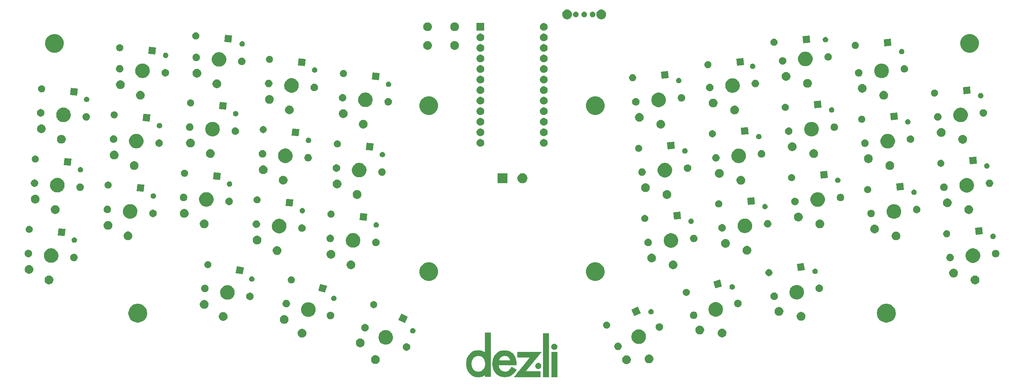
<source format=gts>
G04 #@! TF.GenerationSoftware,KiCad,Pcbnew,(5.1.4-0)*
G04 #@! TF.CreationDate,2020-10-31T16:51:10+08:00*
G04 #@! TF.ProjectId,ahokore,61686f6b-6f72-4652-9e6b-696361645f70,rev?*
G04 #@! TF.SameCoordinates,Original*
G04 #@! TF.FileFunction,Soldermask,Top*
G04 #@! TF.FilePolarity,Negative*
%FSLAX46Y46*%
G04 Gerber Fmt 4.6, Leading zero omitted, Abs format (unit mm)*
G04 Created by KiCad (PCBNEW (5.1.4-0)) date 2020-10-31 16:51:10*
%MOMM*%
%LPD*%
G04 APERTURE LIST*
%ADD10C,0.010000*%
%ADD11C,0.100000*%
G04 APERTURE END LIST*
D10*
G36*
X10514664Y13214243D02*
G01*
X10618431Y13196590D01*
X10719096Y13160505D01*
X10737457Y13151912D01*
X10842477Y13089618D01*
X10935302Y13011379D01*
X11013683Y12919884D01*
X11075369Y12817825D01*
X11118107Y12707890D01*
X11122539Y12691682D01*
X11133177Y12631395D01*
X11138692Y12557940D01*
X11139089Y12479592D01*
X11134373Y12404628D01*
X11124547Y12341323D01*
X11122340Y12332205D01*
X11081728Y12217255D01*
X11023545Y12113774D01*
X10949801Y12023094D01*
X10862504Y11946544D01*
X10763662Y11885454D01*
X10655286Y11841155D01*
X10539382Y11814978D01*
X10417960Y11808252D01*
X10340582Y11814461D01*
X10234872Y11838927D01*
X10131283Y11882605D01*
X10034386Y11942797D01*
X9948750Y12016804D01*
X9897265Y12076289D01*
X9831202Y12180654D01*
X9785174Y12291017D01*
X9758783Y12405093D01*
X9751630Y12520597D01*
X9763316Y12635244D01*
X9793444Y12746750D01*
X9841615Y12852829D01*
X9907429Y12951196D01*
X9990490Y13039567D01*
X10076999Y13106893D01*
X10171561Y13159939D01*
X10271083Y13194688D01*
X10380952Y13212926D01*
X10401878Y13214568D01*
X10514664Y13214243D01*
X10514664Y13214243D01*
G37*
X10514664Y13214243D02*
X10618431Y13196590D01*
X10719096Y13160505D01*
X10737457Y13151912D01*
X10842477Y13089618D01*
X10935302Y13011379D01*
X11013683Y12919884D01*
X11075369Y12817825D01*
X11118107Y12707890D01*
X11122539Y12691682D01*
X11133177Y12631395D01*
X11138692Y12557940D01*
X11139089Y12479592D01*
X11134373Y12404628D01*
X11124547Y12341323D01*
X11122340Y12332205D01*
X11081728Y12217255D01*
X11023545Y12113774D01*
X10949801Y12023094D01*
X10862504Y11946544D01*
X10763662Y11885454D01*
X10655286Y11841155D01*
X10539382Y11814978D01*
X10417960Y11808252D01*
X10340582Y11814461D01*
X10234872Y11838927D01*
X10131283Y11882605D01*
X10034386Y11942797D01*
X9948750Y12016804D01*
X9897265Y12076289D01*
X9831202Y12180654D01*
X9785174Y12291017D01*
X9758783Y12405093D01*
X9751630Y12520597D01*
X9763316Y12635244D01*
X9793444Y12746750D01*
X9841615Y12852829D01*
X9907429Y12951196D01*
X9990490Y13039567D01*
X10076999Y13106893D01*
X10171561Y13159939D01*
X10271083Y13194688D01*
X10380952Y13212926D01*
X10401878Y13214568D01*
X10514664Y13214243D01*
G36*
X6678205Y8584034D02*
G01*
X6781973Y8566381D01*
X6882638Y8530297D01*
X6900998Y8521704D01*
X7006018Y8459410D01*
X7098844Y8381170D01*
X7177225Y8289676D01*
X7238910Y8187616D01*
X7281648Y8077682D01*
X7286080Y8061474D01*
X7296718Y8001186D01*
X7302234Y7927731D01*
X7302631Y7849384D01*
X7297914Y7774419D01*
X7288089Y7711114D01*
X7285882Y7701997D01*
X7245269Y7587047D01*
X7187087Y7483566D01*
X7113343Y7392886D01*
X7026045Y7316335D01*
X6927204Y7255246D01*
X6818827Y7210947D01*
X6702924Y7184769D01*
X6581502Y7178043D01*
X6504123Y7184253D01*
X6398413Y7208718D01*
X6294825Y7252397D01*
X6197927Y7312589D01*
X6112292Y7386596D01*
X6060807Y7446081D01*
X5994744Y7550446D01*
X5948716Y7660809D01*
X5922325Y7774885D01*
X5915171Y7890389D01*
X5926858Y8005036D01*
X5956986Y8116542D01*
X6005156Y8222621D01*
X6070971Y8320988D01*
X6154031Y8409359D01*
X6240540Y8476685D01*
X6335103Y8529731D01*
X6434624Y8564480D01*
X6544493Y8582717D01*
X6565420Y8584360D01*
X6678205Y8584034D01*
X6678205Y8584034D01*
G37*
X6678205Y8584034D02*
X6781973Y8566381D01*
X6882638Y8530297D01*
X6900998Y8521704D01*
X7006018Y8459410D01*
X7098844Y8381170D01*
X7177225Y8289676D01*
X7238910Y8187616D01*
X7281648Y8077682D01*
X7286080Y8061474D01*
X7296718Y8001186D01*
X7302234Y7927731D01*
X7302631Y7849384D01*
X7297914Y7774419D01*
X7288089Y7711114D01*
X7285882Y7701997D01*
X7245269Y7587047D01*
X7187087Y7483566D01*
X7113343Y7392886D01*
X7026045Y7316335D01*
X6927204Y7255246D01*
X6818827Y7210947D01*
X6702924Y7184769D01*
X6581502Y7178043D01*
X6504123Y7184253D01*
X6398413Y7208718D01*
X6294825Y7252397D01*
X6197927Y7312589D01*
X6112292Y7386596D01*
X6060807Y7446081D01*
X5994744Y7550446D01*
X5948716Y7660809D01*
X5922325Y7774885D01*
X5915171Y7890389D01*
X5926858Y8005036D01*
X5956986Y8116542D01*
X6005156Y8222621D01*
X6070971Y8320988D01*
X6154031Y8409359D01*
X6240540Y8476685D01*
X6335103Y8529731D01*
X6434624Y8564480D01*
X6544493Y8582717D01*
X6565420Y8584360D01*
X6678205Y8584034D01*
G36*
X11139844Y5236285D02*
G01*
X9761806Y5236285D01*
X9761806Y11266580D01*
X11139844Y11266580D01*
X11139844Y5236285D01*
X11139844Y5236285D01*
G37*
X11139844Y5236285D02*
X9761806Y5236285D01*
X9761806Y11266580D01*
X11139844Y11266580D01*
X11139844Y5236285D01*
G36*
X9155469Y5236285D02*
G01*
X7777431Y5236285D01*
X7777431Y15687327D01*
X9155469Y15687327D01*
X9155469Y5236285D01*
X9155469Y5236285D01*
G37*
X9155469Y5236285D02*
X7777431Y5236285D01*
X7777431Y15687327D01*
X9155469Y15687327D01*
X9155469Y5236285D01*
G36*
X4742509Y11266560D02*
G01*
X4987016Y11266501D01*
X5224797Y11266405D01*
X5454938Y11266274D01*
X5676524Y11266109D01*
X5888643Y11265911D01*
X6090380Y11265683D01*
X6280823Y11265427D01*
X6459057Y11265143D01*
X6624170Y11264834D01*
X6775247Y11264501D01*
X6911374Y11264146D01*
X7031639Y11263771D01*
X7135128Y11263377D01*
X7220927Y11262966D01*
X7288122Y11262540D01*
X7335800Y11262100D01*
X7363048Y11261648D01*
X7369531Y11261293D01*
X7362727Y11252125D01*
X7343023Y11227207D01*
X7311485Y11187854D01*
X7269177Y11135378D01*
X7217163Y11071094D01*
X7156509Y10996315D01*
X7088278Y10912354D01*
X7013535Y10820526D01*
X6933345Y10722143D01*
X6848773Y10618521D01*
X6831259Y10597078D01*
X6767646Y10519199D01*
X6691147Y10425532D01*
X6602816Y10317369D01*
X6503710Y10196002D01*
X6394884Y10062726D01*
X6277393Y9918832D01*
X6152293Y9765612D01*
X6020639Y9604361D01*
X5883487Y9436370D01*
X5741892Y9262933D01*
X5596909Y9085341D01*
X5449594Y8904888D01*
X5301002Y8722866D01*
X5152189Y8540568D01*
X5004210Y8359287D01*
X4911671Y8245920D01*
X3530354Y6553689D01*
X5295603Y6550900D01*
X7060851Y6548110D01*
X7060851Y5236285D01*
X3928239Y5236285D01*
X3616900Y5236289D01*
X3326861Y5236306D01*
X3057375Y5236338D01*
X2807695Y5236392D01*
X2577073Y5236471D01*
X2364760Y5236581D01*
X2170010Y5236726D01*
X1992074Y5236910D01*
X1830205Y5237139D01*
X1683655Y5237416D01*
X1551676Y5237747D01*
X1433521Y5238136D01*
X1328442Y5238588D01*
X1235690Y5239107D01*
X1154519Y5239699D01*
X1084181Y5240366D01*
X1023928Y5241116D01*
X973011Y5241951D01*
X930685Y5242876D01*
X896199Y5243897D01*
X868808Y5245018D01*
X847763Y5246242D01*
X832317Y5247576D01*
X821721Y5249024D01*
X815228Y5250590D01*
X812091Y5252279D01*
X811561Y5254096D01*
X812454Y5255577D01*
X820769Y5265662D01*
X842446Y5292138D01*
X876914Y5334307D01*
X923604Y5391469D01*
X981946Y5462928D01*
X1051371Y5547983D01*
X1131307Y5645938D01*
X1221187Y5756092D01*
X1320439Y5877748D01*
X1428494Y6010207D01*
X1544782Y6152771D01*
X1668734Y6304741D01*
X1799778Y6465418D01*
X1937347Y6634105D01*
X2080870Y6810102D01*
X2229776Y6992710D01*
X2383497Y7181233D01*
X2541462Y7374970D01*
X2703102Y7573224D01*
X2739228Y7617535D01*
X4649176Y9960200D01*
X1614844Y9965790D01*
X1614844Y11266580D01*
X4492188Y11266580D01*
X4742509Y11266560D01*
X4742509Y11266560D01*
G37*
X4742509Y11266560D02*
X4987016Y11266501D01*
X5224797Y11266405D01*
X5454938Y11266274D01*
X5676524Y11266109D01*
X5888643Y11265911D01*
X6090380Y11265683D01*
X6280823Y11265427D01*
X6459057Y11265143D01*
X6624170Y11264834D01*
X6775247Y11264501D01*
X6911374Y11264146D01*
X7031639Y11263771D01*
X7135128Y11263377D01*
X7220927Y11262966D01*
X7288122Y11262540D01*
X7335800Y11262100D01*
X7363048Y11261648D01*
X7369531Y11261293D01*
X7362727Y11252125D01*
X7343023Y11227207D01*
X7311485Y11187854D01*
X7269177Y11135378D01*
X7217163Y11071094D01*
X7156509Y10996315D01*
X7088278Y10912354D01*
X7013535Y10820526D01*
X6933345Y10722143D01*
X6848773Y10618521D01*
X6831259Y10597078D01*
X6767646Y10519199D01*
X6691147Y10425532D01*
X6602816Y10317369D01*
X6503710Y10196002D01*
X6394884Y10062726D01*
X6277393Y9918832D01*
X6152293Y9765612D01*
X6020639Y9604361D01*
X5883487Y9436370D01*
X5741892Y9262933D01*
X5596909Y9085341D01*
X5449594Y8904888D01*
X5301002Y8722866D01*
X5152189Y8540568D01*
X5004210Y8359287D01*
X4911671Y8245920D01*
X3530354Y6553689D01*
X5295603Y6550900D01*
X7060851Y6548110D01*
X7060851Y5236285D01*
X3928239Y5236285D01*
X3616900Y5236289D01*
X3326861Y5236306D01*
X3057375Y5236338D01*
X2807695Y5236392D01*
X2577073Y5236471D01*
X2364760Y5236581D01*
X2170010Y5236726D01*
X1992074Y5236910D01*
X1830205Y5237139D01*
X1683655Y5237416D01*
X1551676Y5237747D01*
X1433521Y5238136D01*
X1328442Y5238588D01*
X1235690Y5239107D01*
X1154519Y5239699D01*
X1084181Y5240366D01*
X1023928Y5241116D01*
X973011Y5241951D01*
X930685Y5242876D01*
X896199Y5243897D01*
X868808Y5245018D01*
X847763Y5246242D01*
X832317Y5247576D01*
X821721Y5249024D01*
X815228Y5250590D01*
X812091Y5252279D01*
X811561Y5254096D01*
X812454Y5255577D01*
X820769Y5265662D01*
X842446Y5292138D01*
X876914Y5334307D01*
X923604Y5391469D01*
X981946Y5462928D01*
X1051371Y5547983D01*
X1131307Y5645938D01*
X1221187Y5756092D01*
X1320439Y5877748D01*
X1428494Y6010207D01*
X1544782Y6152771D01*
X1668734Y6304741D01*
X1799778Y6465418D01*
X1937347Y6634105D01*
X2080870Y6810102D01*
X2229776Y6992710D01*
X2383497Y7181233D01*
X2541462Y7374970D01*
X2703102Y7573224D01*
X2739228Y7617535D01*
X4649176Y9960200D01*
X1614844Y9965790D01*
X1614844Y11266580D01*
X4492188Y11266580D01*
X4742509Y11266560D01*
G36*
X-1342186Y11598867D02*
G01*
X-1179559Y11590291D01*
X-1029027Y11575133D01*
X-885924Y11552709D01*
X-745586Y11522336D01*
X-603350Y11483330D01*
X-507335Y11452913D01*
X-291316Y11370611D01*
X-88437Y11271127D01*
X102760Y11153560D01*
X283732Y11017010D01*
X455938Y10860575D01*
X463258Y10853299D01*
X622349Y10679474D01*
X764758Y10491953D01*
X890632Y10290453D01*
X1000118Y10074689D01*
X1093362Y9844377D01*
X1170512Y9599233D01*
X1222288Y9384964D01*
X1251452Y9227072D01*
X1275762Y9055170D01*
X1294786Y8875112D01*
X1308091Y8692751D01*
X1315244Y8513941D01*
X1315813Y8344536D01*
X1309956Y8199067D01*
X1302838Y8091580D01*
X-2952066Y8091580D01*
X-2944183Y8001210D01*
X-2917254Y7807664D01*
X-2871103Y7617531D01*
X-2806877Y7434159D01*
X-2725724Y7260895D01*
X-2642549Y7121441D01*
X-2600635Y7064558D01*
X-2546628Y7000402D01*
X-2484863Y6933376D01*
X-2419678Y6867881D01*
X-2355408Y6808317D01*
X-2296390Y6759086D01*
X-2258873Y6732043D01*
X-2115330Y6648425D01*
X-1967462Y6583264D01*
X-1812625Y6535819D01*
X-1648177Y6505347D01*
X-1471472Y6491109D01*
X-1394792Y6489791D01*
X-1219563Y6496345D01*
X-1059791Y6516738D01*
X-913094Y6551853D01*
X-777086Y6602574D01*
X-649386Y6669783D01*
X-527610Y6754363D01*
X-413244Y6853504D01*
X-321982Y6945329D01*
X-230546Y7047641D01*
X-137093Y7162744D01*
X-39779Y7292943D01*
X63241Y7440543D01*
X99416Y7494383D01*
X132950Y7543824D01*
X162725Y7586039D01*
X186448Y7617906D01*
X201826Y7636306D01*
X206115Y7639584D01*
X216609Y7634360D01*
X244267Y7619454D01*
X287043Y7596009D01*
X342894Y7565169D01*
X409775Y7528079D01*
X485643Y7485884D01*
X568454Y7439728D01*
X656163Y7390755D01*
X746727Y7340111D01*
X838102Y7288939D01*
X928242Y7238384D01*
X1015106Y7189590D01*
X1096648Y7143702D01*
X1170824Y7101864D01*
X1235591Y7065222D01*
X1288904Y7034918D01*
X1328719Y7012098D01*
X1352993Y6997907D01*
X1359682Y6993688D01*
X1357100Y6982267D01*
X1343423Y6955417D01*
X1320324Y6915684D01*
X1289475Y6865614D01*
X1252548Y6807753D01*
X1211217Y6744648D01*
X1167153Y6678844D01*
X1122030Y6612889D01*
X1077520Y6549329D01*
X1035295Y6490709D01*
X997028Y6439576D01*
X988248Y6428226D01*
X816747Y6221937D01*
X640153Y6036789D01*
X457668Y5872295D01*
X268492Y5727968D01*
X71828Y5603323D01*
X-133124Y5497873D01*
X-347164Y5411131D01*
X-571090Y5342612D01*
X-805700Y5291829D01*
X-904617Y5276100D01*
X-1015317Y5262541D01*
X-1136641Y5251668D01*
X-1262888Y5243720D01*
X-1388362Y5238938D01*
X-1507363Y5237565D01*
X-1614193Y5239839D01*
X-1675911Y5243507D01*
X-1884828Y5264319D01*
X-2076454Y5292482D01*
X-2254592Y5328931D01*
X-2423045Y5374602D01*
X-2585616Y5430429D01*
X-2746110Y5497350D01*
X-2789366Y5517340D01*
X-2993461Y5625604D01*
X-3187599Y5752799D01*
X-3370647Y5897648D01*
X-3541470Y6058875D01*
X-3698931Y6235204D01*
X-3841896Y6425358D01*
X-3969231Y6628060D01*
X-4079799Y6842035D01*
X-4172466Y7066005D01*
X-4176573Y7077344D01*
X-4241047Y7273164D01*
X-4293048Y7469028D01*
X-4333289Y7669050D01*
X-4362484Y7877343D01*
X-4381349Y8098023D01*
X-4389991Y8306554D01*
X-4388651Y8606718D01*
X-4370181Y8893350D01*
X-4334475Y9166929D01*
X-4320009Y9238108D01*
X-2861444Y9238108D01*
X-106504Y9238108D01*
X-126804Y9307010D01*
X-183510Y9475451D01*
X-249495Y9625810D01*
X-326173Y9760604D01*
X-414957Y9882348D01*
X-506356Y9982815D01*
X-615157Y10080153D01*
X-729948Y10160400D01*
X-853762Y10225039D01*
X-989630Y10275553D01*
X-1140587Y10313426D01*
X-1207247Y10325596D01*
X-1284454Y10335056D01*
X-1374914Y10340865D01*
X-1471817Y10343017D01*
X-1568353Y10341507D01*
X-1657714Y10336332D01*
X-1733089Y10327485D01*
X-1742057Y10325967D01*
X-1911115Y10285176D01*
X-2070707Y10224767D01*
X-2219897Y10145452D01*
X-2357747Y10047947D01*
X-2483324Y9932963D01*
X-2595690Y9801215D01*
X-2693909Y9653416D01*
X-2742674Y9563325D01*
X-2765758Y9513307D01*
X-2790994Y9452344D01*
X-2815618Y9387754D01*
X-2836862Y9326857D01*
X-2851961Y9276970D01*
X-2854129Y9268425D01*
X-2861444Y9238108D01*
X-4320009Y9238108D01*
X-4281427Y9427937D01*
X-4210929Y9676855D01*
X-4122874Y9914163D01*
X-4017155Y10140343D01*
X-3958293Y10248266D01*
X-3825780Y10458949D01*
X-3679059Y10653190D01*
X-3518685Y10830579D01*
X-3345214Y10990709D01*
X-3159204Y11133170D01*
X-2961209Y11257554D01*
X-2751787Y11363452D01*
X-2531494Y11450457D01*
X-2300886Y11518158D01*
X-2197872Y11541402D01*
X-2102148Y11560047D01*
X-2014200Y11574600D01*
X-1929032Y11585507D01*
X-1841649Y11593210D01*
X-1747053Y11598155D01*
X-1640250Y11600785D01*
X-1521571Y11601545D01*
X-1342186Y11598867D01*
X-1342186Y11598867D01*
G37*
X-1342186Y11598867D02*
X-1179559Y11590291D01*
X-1029027Y11575133D01*
X-885924Y11552709D01*
X-745586Y11522336D01*
X-603350Y11483330D01*
X-507335Y11452913D01*
X-291316Y11370611D01*
X-88437Y11271127D01*
X102760Y11153560D01*
X283732Y11017010D01*
X455938Y10860575D01*
X463258Y10853299D01*
X622349Y10679474D01*
X764758Y10491953D01*
X890632Y10290453D01*
X1000118Y10074689D01*
X1093362Y9844377D01*
X1170512Y9599233D01*
X1222288Y9384964D01*
X1251452Y9227072D01*
X1275762Y9055170D01*
X1294786Y8875112D01*
X1308091Y8692751D01*
X1315244Y8513941D01*
X1315813Y8344536D01*
X1309956Y8199067D01*
X1302838Y8091580D01*
X-2952066Y8091580D01*
X-2944183Y8001210D01*
X-2917254Y7807664D01*
X-2871103Y7617531D01*
X-2806877Y7434159D01*
X-2725724Y7260895D01*
X-2642549Y7121441D01*
X-2600635Y7064558D01*
X-2546628Y7000402D01*
X-2484863Y6933376D01*
X-2419678Y6867881D01*
X-2355408Y6808317D01*
X-2296390Y6759086D01*
X-2258873Y6732043D01*
X-2115330Y6648425D01*
X-1967462Y6583264D01*
X-1812625Y6535819D01*
X-1648177Y6505347D01*
X-1471472Y6491109D01*
X-1394792Y6489791D01*
X-1219563Y6496345D01*
X-1059791Y6516738D01*
X-913094Y6551853D01*
X-777086Y6602574D01*
X-649386Y6669783D01*
X-527610Y6754363D01*
X-413244Y6853504D01*
X-321982Y6945329D01*
X-230546Y7047641D01*
X-137093Y7162744D01*
X-39779Y7292943D01*
X63241Y7440543D01*
X99416Y7494383D01*
X132950Y7543824D01*
X162725Y7586039D01*
X186448Y7617906D01*
X201826Y7636306D01*
X206115Y7639584D01*
X216609Y7634360D01*
X244267Y7619454D01*
X287043Y7596009D01*
X342894Y7565169D01*
X409775Y7528079D01*
X485643Y7485884D01*
X568454Y7439728D01*
X656163Y7390755D01*
X746727Y7340111D01*
X838102Y7288939D01*
X928242Y7238384D01*
X1015106Y7189590D01*
X1096648Y7143702D01*
X1170824Y7101864D01*
X1235591Y7065222D01*
X1288904Y7034918D01*
X1328719Y7012098D01*
X1352993Y6997907D01*
X1359682Y6993688D01*
X1357100Y6982267D01*
X1343423Y6955417D01*
X1320324Y6915684D01*
X1289475Y6865614D01*
X1252548Y6807753D01*
X1211217Y6744648D01*
X1167153Y6678844D01*
X1122030Y6612889D01*
X1077520Y6549329D01*
X1035295Y6490709D01*
X997028Y6439576D01*
X988248Y6428226D01*
X816747Y6221937D01*
X640153Y6036789D01*
X457668Y5872295D01*
X268492Y5727968D01*
X71828Y5603323D01*
X-133124Y5497873D01*
X-347164Y5411131D01*
X-571090Y5342612D01*
X-805700Y5291829D01*
X-904617Y5276100D01*
X-1015317Y5262541D01*
X-1136641Y5251668D01*
X-1262888Y5243720D01*
X-1388362Y5238938D01*
X-1507363Y5237565D01*
X-1614193Y5239839D01*
X-1675911Y5243507D01*
X-1884828Y5264319D01*
X-2076454Y5292482D01*
X-2254592Y5328931D01*
X-2423045Y5374602D01*
X-2585616Y5430429D01*
X-2746110Y5497350D01*
X-2789366Y5517340D01*
X-2993461Y5625604D01*
X-3187599Y5752799D01*
X-3370647Y5897648D01*
X-3541470Y6058875D01*
X-3698931Y6235204D01*
X-3841896Y6425358D01*
X-3969231Y6628060D01*
X-4079799Y6842035D01*
X-4172466Y7066005D01*
X-4176573Y7077344D01*
X-4241047Y7273164D01*
X-4293048Y7469028D01*
X-4333289Y7669050D01*
X-4362484Y7877343D01*
X-4381349Y8098023D01*
X-4389991Y8306554D01*
X-4388651Y8606718D01*
X-4370181Y8893350D01*
X-4334475Y9166929D01*
X-4320009Y9238108D01*
X-2861444Y9238108D01*
X-106504Y9238108D01*
X-126804Y9307010D01*
X-183510Y9475451D01*
X-249495Y9625810D01*
X-326173Y9760604D01*
X-414957Y9882348D01*
X-506356Y9982815D01*
X-615157Y10080153D01*
X-729948Y10160400D01*
X-853762Y10225039D01*
X-989630Y10275553D01*
X-1140587Y10313426D01*
X-1207247Y10325596D01*
X-1284454Y10335056D01*
X-1374914Y10340865D01*
X-1471817Y10343017D01*
X-1568353Y10341507D01*
X-1657714Y10336332D01*
X-1733089Y10327485D01*
X-1742057Y10325967D01*
X-1911115Y10285176D01*
X-2070707Y10224767D01*
X-2219897Y10145452D01*
X-2357747Y10047947D01*
X-2483324Y9932963D01*
X-2595690Y9801215D01*
X-2693909Y9653416D01*
X-2742674Y9563325D01*
X-2765758Y9513307D01*
X-2790994Y9452344D01*
X-2815618Y9387754D01*
X-2836862Y9326857D01*
X-2851961Y9276970D01*
X-2854129Y9268425D01*
X-2861444Y9238108D01*
X-4320009Y9238108D01*
X-4281427Y9427937D01*
X-4210929Y9676855D01*
X-4122874Y9914163D01*
X-4017155Y10140343D01*
X-3958293Y10248266D01*
X-3825780Y10458949D01*
X-3679059Y10653190D01*
X-3518685Y10830579D01*
X-3345214Y10990709D01*
X-3159204Y11133170D01*
X-2961209Y11257554D01*
X-2751787Y11363452D01*
X-2531494Y11450457D01*
X-2300886Y11518158D01*
X-2197872Y11541402D01*
X-2102148Y11560047D01*
X-2014200Y11574600D01*
X-1929032Y11585507D01*
X-1841649Y11593210D01*
X-1747053Y11598155D01*
X-1640250Y11600785D01*
X-1521571Y11601545D01*
X-1342186Y11598867D01*
G36*
X-4834375Y5280382D02*
G01*
X-6222951Y5280382D01*
X-6225950Y5483073D01*
X-6228950Y5685764D01*
X-6343614Y5615734D01*
X-6501435Y5525941D01*
X-6662829Y5446593D01*
X-6822997Y5379789D01*
X-6977141Y5327623D01*
X-7046940Y5308558D01*
X-7109941Y5293280D01*
X-7167605Y5280597D01*
X-7222904Y5270252D01*
X-7278811Y5261988D01*
X-7338299Y5255547D01*
X-7404342Y5250672D01*
X-7479911Y5247107D01*
X-7567981Y5244592D01*
X-7671523Y5242872D01*
X-7793511Y5241689D01*
X-7821962Y5241483D01*
X-7919122Y5240926D01*
X-8010410Y5240623D01*
X-8093234Y5240566D01*
X-8165001Y5240748D01*
X-8223121Y5241161D01*
X-8265001Y5241797D01*
X-8288048Y5242648D01*
X-8290495Y5242884D01*
X-8316040Y5246097D01*
X-8356532Y5250972D01*
X-8405012Y5256677D01*
X-8428299Y5259377D01*
X-8529835Y5275176D01*
X-8642089Y5299553D01*
X-8756563Y5330267D01*
X-8864764Y5365078D01*
X-8942367Y5394908D01*
X-9084573Y5462078D01*
X-9223711Y5542701D01*
X-9362117Y5638448D01*
X-9502128Y5750989D01*
X-9646080Y5881995D01*
X-9707190Y5941840D01*
X-9818987Y6056852D01*
X-9916563Y6165053D01*
X-10004205Y6271619D01*
X-10086199Y6381724D01*
X-10154701Y6482031D01*
X-10284618Y6696409D01*
X-10396091Y6917792D01*
X-10489480Y7147410D01*
X-10565145Y7386495D01*
X-10623445Y7636276D01*
X-10664740Y7897985D01*
X-10689389Y8172851D01*
X-10696090Y8334281D01*
X-10696020Y8345018D01*
X-9485835Y8345018D01*
X-9472294Y8138785D01*
X-9443269Y7937372D01*
X-9430651Y7874457D01*
X-9379670Y7681817D01*
X-9312404Y7499729D01*
X-9229851Y7329254D01*
X-9133016Y7171450D01*
X-9022899Y7027378D01*
X-8900502Y6898097D01*
X-8766828Y6784666D01*
X-8622876Y6688145D01*
X-8469651Y6609594D01*
X-8308152Y6550073D01*
X-8141667Y6511028D01*
X-8091170Y6502627D01*
X-8044498Y6495222D01*
X-8008930Y6489954D01*
X-7998351Y6488569D01*
X-7958740Y6486089D01*
X-7902519Y6485548D01*
X-7835019Y6486715D01*
X-7761571Y6489358D01*
X-7687507Y6493247D01*
X-7618157Y6498149D01*
X-7558854Y6503834D01*
X-7518793Y6509373D01*
X-7335397Y6552056D01*
X-7162251Y6614033D01*
X-7000003Y6694752D01*
X-6849301Y6793658D01*
X-6710793Y6910199D01*
X-6585129Y7043820D01*
X-6472954Y7193969D01*
X-6374919Y7360092D01*
X-6291670Y7541636D01*
X-6282439Y7565119D01*
X-6223689Y7744320D01*
X-6180190Y7935917D01*
X-6152011Y8136316D01*
X-6139224Y8341920D01*
X-6141900Y8549136D01*
X-6160109Y8754366D01*
X-6193922Y8954017D01*
X-6243410Y9144493D01*
X-6250890Y9168060D01*
X-6287507Y9267231D01*
X-6334953Y9375071D01*
X-6389471Y9484091D01*
X-6447306Y9586799D01*
X-6504701Y9675703D01*
X-6507086Y9679080D01*
X-6545092Y9729006D01*
X-6593024Y9786639D01*
X-6644633Y9844702D01*
X-6691792Y9894054D01*
X-6828010Y10015955D01*
X-6973031Y10118158D01*
X-7127639Y10201012D01*
X-7292620Y10264865D01*
X-7468758Y10310064D01*
X-7656838Y10336956D01*
X-7699300Y10340409D01*
X-7891942Y10344147D01*
X-8077492Y10327705D01*
X-8255181Y10291257D01*
X-8424236Y10234975D01*
X-8583888Y10159032D01*
X-8630886Y10131805D01*
X-8772938Y10033589D01*
X-8906723Y9916738D01*
X-9030371Y9783718D01*
X-9142013Y9636994D01*
X-9239779Y9479032D01*
X-9321799Y9312296D01*
X-9386204Y9139254D01*
X-9388035Y9133377D01*
X-9434993Y8950251D01*
X-9467041Y8754990D01*
X-9484036Y8551833D01*
X-9485835Y8345018D01*
X-10696020Y8345018D01*
X-10694161Y8627200D01*
X-10673286Y8908931D01*
X-10633398Y9179671D01*
X-10574431Y9439618D01*
X-10496320Y9688969D01*
X-10398999Y9927923D01*
X-10282402Y10156675D01*
X-10146464Y10375425D01*
X-9991118Y10584370D01*
X-9918321Y10671268D01*
X-9772997Y10832950D01*
X-9633635Y10975301D01*
X-9498258Y11099555D01*
X-9364885Y11206949D01*
X-9231538Y11298718D01*
X-9096236Y11376099D01*
X-8957000Y11440328D01*
X-8811850Y11492641D01*
X-8658808Y11534273D01*
X-8495893Y11566461D01*
X-8480667Y11568939D01*
X-8375252Y11583089D01*
X-8254845Y11594615D01*
X-8123982Y11603422D01*
X-7987204Y11609413D01*
X-7849050Y11612491D01*
X-7714057Y11612560D01*
X-7586765Y11609526D01*
X-7471712Y11603290D01*
X-7373438Y11593758D01*
X-7364453Y11592585D01*
X-7159776Y11556424D01*
X-6960444Y11503169D01*
X-6763667Y11431800D01*
X-6566655Y11341298D01*
X-6366616Y11230644D01*
X-6355729Y11224109D01*
X-6228950Y11147710D01*
X-6226168Y13505713D01*
X-6223387Y15863715D01*
X-4834375Y15863715D01*
X-4834375Y5280382D01*
X-4834375Y5280382D01*
G37*
X-4834375Y5280382D02*
X-6222951Y5280382D01*
X-6225950Y5483073D01*
X-6228950Y5685764D01*
X-6343614Y5615734D01*
X-6501435Y5525941D01*
X-6662829Y5446593D01*
X-6822997Y5379789D01*
X-6977141Y5327623D01*
X-7046940Y5308558D01*
X-7109941Y5293280D01*
X-7167605Y5280597D01*
X-7222904Y5270252D01*
X-7278811Y5261988D01*
X-7338299Y5255547D01*
X-7404342Y5250672D01*
X-7479911Y5247107D01*
X-7567981Y5244592D01*
X-7671523Y5242872D01*
X-7793511Y5241689D01*
X-7821962Y5241483D01*
X-7919122Y5240926D01*
X-8010410Y5240623D01*
X-8093234Y5240566D01*
X-8165001Y5240748D01*
X-8223121Y5241161D01*
X-8265001Y5241797D01*
X-8288048Y5242648D01*
X-8290495Y5242884D01*
X-8316040Y5246097D01*
X-8356532Y5250972D01*
X-8405012Y5256677D01*
X-8428299Y5259377D01*
X-8529835Y5275176D01*
X-8642089Y5299553D01*
X-8756563Y5330267D01*
X-8864764Y5365078D01*
X-8942367Y5394908D01*
X-9084573Y5462078D01*
X-9223711Y5542701D01*
X-9362117Y5638448D01*
X-9502128Y5750989D01*
X-9646080Y5881995D01*
X-9707190Y5941840D01*
X-9818987Y6056852D01*
X-9916563Y6165053D01*
X-10004205Y6271619D01*
X-10086199Y6381724D01*
X-10154701Y6482031D01*
X-10284618Y6696409D01*
X-10396091Y6917792D01*
X-10489480Y7147410D01*
X-10565145Y7386495D01*
X-10623445Y7636276D01*
X-10664740Y7897985D01*
X-10689389Y8172851D01*
X-10696090Y8334281D01*
X-10696020Y8345018D01*
X-9485835Y8345018D01*
X-9472294Y8138785D01*
X-9443269Y7937372D01*
X-9430651Y7874457D01*
X-9379670Y7681817D01*
X-9312404Y7499729D01*
X-9229851Y7329254D01*
X-9133016Y7171450D01*
X-9022899Y7027378D01*
X-8900502Y6898097D01*
X-8766828Y6784666D01*
X-8622876Y6688145D01*
X-8469651Y6609594D01*
X-8308152Y6550073D01*
X-8141667Y6511028D01*
X-8091170Y6502627D01*
X-8044498Y6495222D01*
X-8008930Y6489954D01*
X-7998351Y6488569D01*
X-7958740Y6486089D01*
X-7902519Y6485548D01*
X-7835019Y6486715D01*
X-7761571Y6489358D01*
X-7687507Y6493247D01*
X-7618157Y6498149D01*
X-7558854Y6503834D01*
X-7518793Y6509373D01*
X-7335397Y6552056D01*
X-7162251Y6614033D01*
X-7000003Y6694752D01*
X-6849301Y6793658D01*
X-6710793Y6910199D01*
X-6585129Y7043820D01*
X-6472954Y7193969D01*
X-6374919Y7360092D01*
X-6291670Y7541636D01*
X-6282439Y7565119D01*
X-6223689Y7744320D01*
X-6180190Y7935917D01*
X-6152011Y8136316D01*
X-6139224Y8341920D01*
X-6141900Y8549136D01*
X-6160109Y8754366D01*
X-6193922Y8954017D01*
X-6243410Y9144493D01*
X-6250890Y9168060D01*
X-6287507Y9267231D01*
X-6334953Y9375071D01*
X-6389471Y9484091D01*
X-6447306Y9586799D01*
X-6504701Y9675703D01*
X-6507086Y9679080D01*
X-6545092Y9729006D01*
X-6593024Y9786639D01*
X-6644633Y9844702D01*
X-6691792Y9894054D01*
X-6828010Y10015955D01*
X-6973031Y10118158D01*
X-7127639Y10201012D01*
X-7292620Y10264865D01*
X-7468758Y10310064D01*
X-7656838Y10336956D01*
X-7699300Y10340409D01*
X-7891942Y10344147D01*
X-8077492Y10327705D01*
X-8255181Y10291257D01*
X-8424236Y10234975D01*
X-8583888Y10159032D01*
X-8630886Y10131805D01*
X-8772938Y10033589D01*
X-8906723Y9916738D01*
X-9030371Y9783718D01*
X-9142013Y9636994D01*
X-9239779Y9479032D01*
X-9321799Y9312296D01*
X-9386204Y9139254D01*
X-9388035Y9133377D01*
X-9434993Y8950251D01*
X-9467041Y8754990D01*
X-9484036Y8551833D01*
X-9485835Y8345018D01*
X-10696020Y8345018D01*
X-10694161Y8627200D01*
X-10673286Y8908931D01*
X-10633398Y9179671D01*
X-10574431Y9439618D01*
X-10496320Y9688969D01*
X-10398999Y9927923D01*
X-10282402Y10156675D01*
X-10146464Y10375425D01*
X-9991118Y10584370D01*
X-9918321Y10671268D01*
X-9772997Y10832950D01*
X-9633635Y10975301D01*
X-9498258Y11099555D01*
X-9364885Y11206949D01*
X-9231538Y11298718D01*
X-9096236Y11376099D01*
X-8957000Y11440328D01*
X-8811850Y11492641D01*
X-8658808Y11534273D01*
X-8495893Y11566461D01*
X-8480667Y11568939D01*
X-8375252Y11583089D01*
X-8254845Y11594615D01*
X-8123982Y11603422D01*
X-7987204Y11609413D01*
X-7849050Y11612491D01*
X-7714057Y11612560D01*
X-7586765Y11609526D01*
X-7471712Y11603290D01*
X-7373438Y11593758D01*
X-7364453Y11592585D01*
X-7159776Y11556424D01*
X-6960444Y11503169D01*
X-6763667Y11431800D01*
X-6566655Y11341298D01*
X-6366616Y11230644D01*
X-6355729Y11224109D01*
X-6228950Y11147710D01*
X-6226168Y13505713D01*
X-6223387Y15863715D01*
X-4834375Y15863715D01*
X-4834375Y5280382D01*
D11*
G36*
X28165625Y10355712D02*
G01*
X28356894Y10276486D01*
X28356896Y10276485D01*
X28529034Y10161466D01*
X28675426Y10015074D01*
X28778034Y9861511D01*
X28790446Y9842934D01*
X28869672Y9651665D01*
X28910061Y9448617D01*
X28910061Y9241585D01*
X28869672Y9038537D01*
X28808730Y8891410D01*
X28790445Y8847266D01*
X28675426Y8675128D01*
X28529034Y8528736D01*
X28356896Y8413717D01*
X28356895Y8413716D01*
X28356894Y8413716D01*
X28165625Y8334490D01*
X27962577Y8294101D01*
X27755545Y8294101D01*
X27552497Y8334490D01*
X27361228Y8413716D01*
X27361227Y8413716D01*
X27361226Y8413717D01*
X27189088Y8528736D01*
X27042696Y8675128D01*
X26927677Y8847266D01*
X26909392Y8891410D01*
X26848450Y9038537D01*
X26808061Y9241585D01*
X26808061Y9448617D01*
X26848450Y9651665D01*
X26927676Y9842934D01*
X26940089Y9861511D01*
X27042696Y10015074D01*
X27189088Y10161466D01*
X27361226Y10276485D01*
X27361228Y10276486D01*
X27552497Y10355712D01*
X27755545Y10396101D01*
X27962577Y10396101D01*
X28165625Y10355712D01*
X28165625Y10355712D01*
G37*
G36*
X-32227245Y10399854D02*
G01*
X-32035976Y10320628D01*
X-32035974Y10320627D01*
X-31969911Y10276485D01*
X-31863836Y10205608D01*
X-31717444Y10059216D01*
X-31602424Y9887076D01*
X-31523198Y9695807D01*
X-31482809Y9492759D01*
X-31482809Y9285727D01*
X-31523198Y9082679D01*
X-31541483Y9038536D01*
X-31602425Y8891408D01*
X-31717444Y8719270D01*
X-31863836Y8572878D01*
X-32035974Y8457859D01*
X-32035975Y8457858D01*
X-32035976Y8457858D01*
X-32227245Y8378632D01*
X-32430293Y8338243D01*
X-32637325Y8338243D01*
X-32840373Y8378632D01*
X-33031642Y8457858D01*
X-33031643Y8457858D01*
X-33031644Y8457859D01*
X-33203782Y8572878D01*
X-33350174Y8719270D01*
X-33465193Y8891408D01*
X-33526135Y9038536D01*
X-33544420Y9082679D01*
X-33584809Y9285727D01*
X-33584809Y9492759D01*
X-33544420Y9695807D01*
X-33465194Y9887076D01*
X-33350174Y10059216D01*
X-33203782Y10205608D01*
X-33097707Y10276485D01*
X-33031644Y10320627D01*
X-33031642Y10320628D01*
X-32840373Y10399854D01*
X-32637325Y10440243D01*
X-32430293Y10440243D01*
X-32227245Y10399854D01*
X-32227245Y10399854D01*
G37*
G36*
X33584663Y10565557D02*
G01*
X33775932Y10486331D01*
X33775934Y10486330D01*
X33844908Y10440243D01*
X33948072Y10371311D01*
X34094464Y10224919D01*
X34209484Y10052779D01*
X34288710Y9861510D01*
X34329099Y9658462D01*
X34329099Y9451430D01*
X34288710Y9248382D01*
X34220074Y9082679D01*
X34209483Y9057111D01*
X34094464Y8884973D01*
X33948072Y8738581D01*
X33775934Y8623562D01*
X33775933Y8623561D01*
X33775932Y8623561D01*
X33584663Y8544335D01*
X33381615Y8503946D01*
X33174583Y8503946D01*
X32971535Y8544335D01*
X32780266Y8623561D01*
X32780265Y8623561D01*
X32780264Y8623562D01*
X32608126Y8738581D01*
X32461734Y8884973D01*
X32346715Y9057111D01*
X32336124Y9082679D01*
X32267488Y9248382D01*
X32227099Y9451430D01*
X32227099Y9658462D01*
X32267488Y9861510D01*
X32346714Y10052779D01*
X32461734Y10224919D01*
X32608126Y10371311D01*
X32711290Y10440243D01*
X32780264Y10486330D01*
X32780266Y10486331D01*
X32971535Y10565557D01*
X33174583Y10605946D01*
X33381615Y10605946D01*
X33584663Y10565557D01*
X33584663Y10565557D01*
G37*
G36*
X-24942156Y13308132D02*
G01*
X-24792856Y13278435D01*
X-24628884Y13210515D01*
X-24481314Y13111912D01*
X-24355815Y12986413D01*
X-24257212Y12838843D01*
X-24189292Y12674871D01*
X-24154668Y12500800D01*
X-24154668Y12323318D01*
X-24189292Y12149247D01*
X-24257212Y11985275D01*
X-24355815Y11837705D01*
X-24481314Y11712206D01*
X-24628884Y11613603D01*
X-24792856Y11545683D01*
X-24942156Y11515986D01*
X-24966926Y11511059D01*
X-25144410Y11511059D01*
X-25169180Y11515986D01*
X-25318480Y11545683D01*
X-25482452Y11613603D01*
X-25630022Y11712206D01*
X-25755521Y11837705D01*
X-25854124Y11985275D01*
X-25922044Y12149247D01*
X-25956668Y12323318D01*
X-25956668Y12500800D01*
X-25922044Y12674871D01*
X-25854124Y12838843D01*
X-25755521Y12986413D01*
X-25630022Y13111912D01*
X-25482452Y13210515D01*
X-25318480Y13278435D01*
X-25169180Y13308132D01*
X-25144410Y13313059D01*
X-24966926Y13313059D01*
X-24942156Y13308132D01*
X-24942156Y13308132D01*
G37*
G36*
X25913470Y13473835D02*
G01*
X26062770Y13444138D01*
X26226742Y13376218D01*
X26374312Y13277615D01*
X26499811Y13152116D01*
X26598414Y13004546D01*
X26666334Y12840574D01*
X26700958Y12666503D01*
X26700958Y12489021D01*
X26666334Y12314950D01*
X26598414Y12150978D01*
X26499811Y12003408D01*
X26374312Y11877909D01*
X26226742Y11779306D01*
X26062770Y11711386D01*
X25913470Y11681689D01*
X25888700Y11676762D01*
X25711216Y11676762D01*
X25686446Y11681689D01*
X25537146Y11711386D01*
X25373174Y11779306D01*
X25225604Y11877909D01*
X25100105Y12003408D01*
X25001502Y12150978D01*
X24933582Y12314950D01*
X24898958Y12489021D01*
X24898958Y12666503D01*
X24933582Y12840574D01*
X25001502Y13004546D01*
X25100105Y13152116D01*
X25225604Y13277615D01*
X25373174Y13376218D01*
X25537146Y13444138D01*
X25686446Y13473835D01*
X25711216Y13478762D01*
X25888700Y13478762D01*
X25913470Y13473835D01*
X25913470Y13473835D01*
G37*
G36*
X-35871285Y14416192D02*
G01*
X-35680016Y14336966D01*
X-35680014Y14336965D01*
X-35513512Y14225712D01*
X-35507876Y14221946D01*
X-35361484Y14075554D01*
X-35246464Y13903414D01*
X-35167238Y13712145D01*
X-35126849Y13509097D01*
X-35126849Y13302065D01*
X-35167238Y13099017D01*
X-35214275Y12985459D01*
X-35246465Y12907746D01*
X-35361484Y12735608D01*
X-35507876Y12589216D01*
X-35680014Y12474197D01*
X-35680015Y12474196D01*
X-35680016Y12474196D01*
X-35871285Y12394970D01*
X-36074333Y12354581D01*
X-36281365Y12354581D01*
X-36484413Y12394970D01*
X-36675682Y12474196D01*
X-36675683Y12474196D01*
X-36675684Y12474197D01*
X-36847822Y12589216D01*
X-36994214Y12735608D01*
X-37109233Y12907746D01*
X-37141423Y12985459D01*
X-37188460Y13099017D01*
X-37228849Y13302065D01*
X-37228849Y13509097D01*
X-37188460Y13712145D01*
X-37109234Y13903414D01*
X-36994214Y14075554D01*
X-36847822Y14221946D01*
X-36842186Y14225712D01*
X-36675684Y14336965D01*
X-36675682Y14336966D01*
X-36484413Y14416192D01*
X-36281365Y14456581D01*
X-36074333Y14456581D01*
X-35871285Y14416192D01*
X-35871285Y14416192D01*
G37*
G36*
X-29642376Y16442599D02*
G01*
X-29529613Y16420169D01*
X-29397620Y16365496D01*
X-29210953Y16288176D01*
X-28924165Y16096550D01*
X-28680270Y15852655D01*
X-28488644Y15565867D01*
X-28425287Y15412909D01*
X-28372003Y15284271D01*
X-28356651Y15247206D01*
X-28289361Y14908919D01*
X-28289361Y14563999D01*
X-28356651Y14225712D01*
X-28488644Y13907051D01*
X-28680270Y13620263D01*
X-28924165Y13376368D01*
X-29210953Y13184742D01*
X-29386781Y13111912D01*
X-29529613Y13052749D01*
X-29642376Y13030319D01*
X-29867901Y12985459D01*
X-30212821Y12985459D01*
X-30438346Y13030319D01*
X-30551109Y13052749D01*
X-30693941Y13111912D01*
X-30869769Y13184742D01*
X-31156557Y13376368D01*
X-31400452Y13620263D01*
X-31592078Y13907051D01*
X-31724071Y14225712D01*
X-31791361Y14563999D01*
X-31791361Y14908919D01*
X-31724071Y15247206D01*
X-31708718Y15284271D01*
X-31655435Y15412909D01*
X-31592078Y15565867D01*
X-31400452Y15852655D01*
X-31156557Y16096550D01*
X-30869769Y16288176D01*
X-30683102Y16365496D01*
X-30551109Y16420169D01*
X-30438346Y16442599D01*
X-30212821Y16487459D01*
X-29867901Y16487459D01*
X-29642376Y16442599D01*
X-29642376Y16442599D01*
G37*
G36*
X31123982Y16619969D02*
G01*
X31295399Y16585872D01*
X31427392Y16531199D01*
X31614059Y16453879D01*
X31900847Y16262253D01*
X32144742Y16018358D01*
X32336368Y15731570D01*
X32376882Y15633759D01*
X32460989Y15430708D01*
X32468361Y15412909D01*
X32535651Y15074622D01*
X32535651Y14729702D01*
X32535046Y14726662D01*
X32473290Y14416192D01*
X32468361Y14391415D01*
X32336368Y14072754D01*
X32144742Y13785966D01*
X31900847Y13542071D01*
X31614059Y13350445D01*
X31440208Y13278434D01*
X31295399Y13218452D01*
X31182636Y13196022D01*
X30957111Y13151162D01*
X30612191Y13151162D01*
X30386666Y13196022D01*
X30273903Y13218452D01*
X30129094Y13278434D01*
X29955243Y13350445D01*
X29668455Y13542071D01*
X29424560Y13785966D01*
X29232934Y14072754D01*
X29100941Y14391415D01*
X29096013Y14416192D01*
X29034256Y14726662D01*
X29033651Y14729702D01*
X29033651Y15074622D01*
X29100941Y15412909D01*
X29108314Y15430708D01*
X29192420Y15633759D01*
X29232934Y15731570D01*
X29424560Y16018358D01*
X29668455Y16262253D01*
X29955243Y16453879D01*
X30141910Y16531199D01*
X30273903Y16585872D01*
X30445320Y16619969D01*
X30612191Y16653162D01*
X30957111Y16653162D01*
X31123982Y16619969D01*
X31123982Y16619969D01*
G37*
G36*
X-49867866Y16747884D02*
G01*
X-49676597Y16668658D01*
X-49676595Y16668657D01*
X-49504457Y16553638D01*
X-49358065Y16407246D01*
X-49268208Y16272766D01*
X-49243045Y16235106D01*
X-49163819Y16043837D01*
X-49123430Y15840789D01*
X-49123430Y15633757D01*
X-49163819Y15430709D01*
X-49239828Y15247207D01*
X-49243046Y15239438D01*
X-49358065Y15067300D01*
X-49504457Y14920908D01*
X-49676595Y14805889D01*
X-49676596Y14805888D01*
X-49676597Y14805888D01*
X-49867866Y14726662D01*
X-50070914Y14686273D01*
X-50277946Y14686273D01*
X-50480994Y14726662D01*
X-50672263Y14805888D01*
X-50672264Y14805888D01*
X-50672265Y14805889D01*
X-50844403Y14920908D01*
X-50990795Y15067300D01*
X-51105814Y15239438D01*
X-51109032Y15247207D01*
X-51185041Y15430709D01*
X-51225430Y15633757D01*
X-51225430Y15840789D01*
X-51185041Y16043837D01*
X-51105815Y16235106D01*
X-51080651Y16272766D01*
X-50990795Y16407246D01*
X-50844403Y16553638D01*
X-50672265Y16668657D01*
X-50672263Y16668658D01*
X-50480994Y16747884D01*
X-50277946Y16788273D01*
X-50070914Y16788273D01*
X-49867866Y16747884D01*
X-49867866Y16747884D01*
G37*
G36*
X51135321Y16792715D02*
G01*
X51326590Y16713489D01*
X51326592Y16713488D01*
X51498730Y16598469D01*
X51645122Y16452077D01*
X51729657Y16325562D01*
X51760142Y16279937D01*
X51839368Y16088668D01*
X51879757Y15885620D01*
X51879757Y15678588D01*
X51839368Y15475540D01*
X51813425Y15412909D01*
X51760141Y15284269D01*
X51645122Y15112131D01*
X51498730Y14965739D01*
X51326592Y14850720D01*
X51326591Y14850719D01*
X51326590Y14850719D01*
X51135321Y14771493D01*
X50932273Y14731104D01*
X50725241Y14731104D01*
X50522193Y14771493D01*
X50330924Y14850719D01*
X50330923Y14850719D01*
X50330922Y14850720D01*
X50158784Y14965739D01*
X50012392Y15112131D01*
X49897373Y15284269D01*
X49844089Y15412909D01*
X49818146Y15475540D01*
X49777757Y15678588D01*
X49777757Y15885620D01*
X49818146Y16088668D01*
X49897372Y16279937D01*
X49927858Y16325562D01*
X50012392Y16452077D01*
X50158784Y16598469D01*
X50330922Y16713488D01*
X50330924Y16713489D01*
X50522193Y16792715D01*
X50725241Y16833104D01*
X50932273Y16833104D01*
X51135321Y16792715D01*
X51135321Y16792715D01*
G37*
G36*
X45762172Y17527064D02*
G01*
X45951430Y17448671D01*
X45953443Y17447837D01*
X46125581Y17332818D01*
X46271973Y17186426D01*
X46304451Y17137820D01*
X46386993Y17014286D01*
X46466219Y16823017D01*
X46506608Y16619969D01*
X46506608Y16412937D01*
X46466219Y16209889D01*
X46391094Y16028520D01*
X46386992Y16018618D01*
X46271973Y15846480D01*
X46125581Y15700088D01*
X45953443Y15585069D01*
X45953442Y15585068D01*
X45953441Y15585068D01*
X45762172Y15505842D01*
X45559124Y15465453D01*
X45352092Y15465453D01*
X45149044Y15505842D01*
X44957775Y15585068D01*
X44957774Y15585068D01*
X44957773Y15585069D01*
X44785635Y15700088D01*
X44639243Y15846480D01*
X44524224Y16018618D01*
X44520122Y16028520D01*
X44444997Y16209889D01*
X44404608Y16412937D01*
X44404608Y16619969D01*
X44444997Y16823017D01*
X44524223Y17014286D01*
X44606766Y17137820D01*
X44639243Y17186426D01*
X44785635Y17332818D01*
X44957773Y17447837D01*
X44959786Y17448671D01*
X45149044Y17527064D01*
X45352092Y17567453D01*
X45559124Y17567453D01*
X45762172Y17527064D01*
X45762172Y17527064D01*
G37*
G36*
X-23344548Y16962867D02*
G01*
X-23295986Y16942752D01*
X-23226074Y16913793D01*
X-23119450Y16842549D01*
X-23028773Y16751872D01*
X-22962180Y16652209D01*
X-22957528Y16645246D01*
X-22908455Y16526774D01*
X-22883438Y16401002D01*
X-22883438Y16272766D01*
X-22908455Y16146994D01*
X-22957529Y16028520D01*
X-23028773Y15921896D01*
X-23119450Y15831219D01*
X-23226074Y15759975D01*
X-23226075Y15759974D01*
X-23226076Y15759974D01*
X-23344548Y15710901D01*
X-23470319Y15685884D01*
X-23598557Y15685884D01*
X-23724328Y15710901D01*
X-23842800Y15759974D01*
X-23842801Y15759974D01*
X-23842802Y15759975D01*
X-23949426Y15831219D01*
X-24040103Y15921896D01*
X-24111347Y16028520D01*
X-24160421Y16146994D01*
X-24185438Y16272766D01*
X-24185438Y16401002D01*
X-24160421Y16526774D01*
X-24111348Y16645246D01*
X-24106695Y16652209D01*
X-24040103Y16751872D01*
X-23949426Y16842549D01*
X-23842802Y16913793D01*
X-23772889Y16942752D01*
X-23724328Y16962867D01*
X-23598557Y16987884D01*
X-23470319Y16987884D01*
X-23344548Y16962867D01*
X-23344548Y16962867D01*
G37*
G36*
X-34911542Y17956932D02*
G01*
X-34762242Y17927235D01*
X-34598270Y17859315D01*
X-34450700Y17760712D01*
X-34325201Y17635213D01*
X-34226598Y17487643D01*
X-34158678Y17323671D01*
X-34131379Y17186426D01*
X-34125012Y17154419D01*
X-34124054Y17149600D01*
X-34124054Y16972118D01*
X-34158678Y16798047D01*
X-34226598Y16634075D01*
X-34325201Y16486505D01*
X-34450700Y16361006D01*
X-34598270Y16262403D01*
X-34762242Y16194483D01*
X-34911542Y16164786D01*
X-34936312Y16159859D01*
X-35113796Y16159859D01*
X-35138566Y16164786D01*
X-35287866Y16194483D01*
X-35451838Y16262403D01*
X-35599408Y16361006D01*
X-35724907Y16486505D01*
X-35823510Y16634075D01*
X-35891430Y16798047D01*
X-35926054Y16972118D01*
X-35926054Y17149600D01*
X-35925095Y17154419D01*
X-35918729Y17186426D01*
X-35891430Y17323671D01*
X-35823510Y17487643D01*
X-35724907Y17635213D01*
X-35599408Y17760712D01*
X-35451838Y17859315D01*
X-35287866Y17927235D01*
X-35138566Y17956932D01*
X-35113796Y17961859D01*
X-34936312Y17961859D01*
X-34911542Y17956932D01*
X-34911542Y17956932D01*
G37*
G36*
X35882856Y18122635D02*
G01*
X36032156Y18092938D01*
X36196128Y18025018D01*
X36343698Y17926415D01*
X36469197Y17800916D01*
X36567800Y17653346D01*
X36635720Y17489374D01*
X36670344Y17315303D01*
X36670344Y17137821D01*
X36635720Y16963750D01*
X36567800Y16799778D01*
X36469197Y16652208D01*
X36343698Y16526709D01*
X36196128Y16428106D01*
X36032156Y16360186D01*
X35882856Y16330489D01*
X35858086Y16325562D01*
X35680602Y16325562D01*
X35655832Y16330489D01*
X35506532Y16360186D01*
X35342560Y16428106D01*
X35194990Y16526709D01*
X35069491Y16652208D01*
X34970888Y16799778D01*
X34902968Y16963750D01*
X34868344Y17137821D01*
X34868344Y17315303D01*
X34902968Y17489374D01*
X34970888Y17653346D01*
X35069491Y17800916D01*
X35194990Y17926415D01*
X35342560Y18025018D01*
X35506532Y18092938D01*
X35655832Y18122635D01*
X35680602Y18127562D01*
X35858086Y18127562D01*
X35882856Y18122635D01*
X35882856Y18122635D01*
G37*
G36*
X23315726Y18515197D02*
G01*
X23470598Y18451047D01*
X23609979Y18357915D01*
X23728513Y18239381D01*
X23821645Y18100000D01*
X23885795Y17945128D01*
X23918498Y17780716D01*
X23918498Y17613084D01*
X23885795Y17448672D01*
X23821645Y17293800D01*
X23728513Y17154419D01*
X23609979Y17035885D01*
X23470598Y16942753D01*
X23315726Y16878603D01*
X23151314Y16845900D01*
X22983682Y16845900D01*
X22819270Y16878603D01*
X22664398Y16942753D01*
X22525017Y17035885D01*
X22406483Y17154419D01*
X22313351Y17293800D01*
X22249201Y17448672D01*
X22216498Y17613084D01*
X22216498Y17780716D01*
X22249201Y17945128D01*
X22313351Y18100000D01*
X22406483Y18239381D01*
X22525017Y18357915D01*
X22664398Y18451047D01*
X22819270Y18515197D01*
X22983682Y18547900D01*
X23151314Y18547900D01*
X23315726Y18515197D01*
X23315726Y18515197D01*
G37*
G36*
X-54153976Y20070423D02*
G01*
X-53962707Y19991197D01*
X-53962705Y19991196D01*
X-53816354Y19893407D01*
X-53790567Y19876177D01*
X-53644175Y19729785D01*
X-53529155Y19557645D01*
X-53449929Y19366376D01*
X-53409540Y19163328D01*
X-53409540Y18956296D01*
X-53449929Y18753248D01*
X-53473218Y18697024D01*
X-53529156Y18561977D01*
X-53644175Y18389839D01*
X-53790567Y18243447D01*
X-53962705Y18128428D01*
X-53962706Y18128427D01*
X-53962707Y18128427D01*
X-54153976Y18049201D01*
X-54357024Y18008812D01*
X-54564056Y18008812D01*
X-54767104Y18049201D01*
X-54958373Y18128427D01*
X-54958374Y18128427D01*
X-54958375Y18128428D01*
X-55130513Y18243447D01*
X-55276905Y18389839D01*
X-55391924Y18561977D01*
X-55447862Y18697024D01*
X-55471151Y18753248D01*
X-55511540Y18956296D01*
X-55511540Y19163328D01*
X-55471151Y19366376D01*
X-55391925Y19557645D01*
X-55276905Y19729785D01*
X-55130513Y19876177D01*
X-55104726Y19893407D01*
X-54958375Y19991196D01*
X-54958373Y19991197D01*
X-54767104Y20070423D01*
X-54564056Y20110812D01*
X-54357024Y20110812D01*
X-54153976Y20070423D01*
X-54153976Y20070423D01*
G37*
G36*
X-24731417Y19736152D02*
G01*
X-25450713Y18193616D01*
X-26993249Y18912912D01*
X-26273953Y20455448D01*
X-24731417Y19736152D01*
X-24731417Y19736152D01*
G37*
G36*
X90600880Y22790224D02*
G01*
X90981593Y22714496D01*
X91391249Y22544811D01*
X91759929Y22298466D01*
X92073466Y21984929D01*
X92319811Y21616249D01*
X92489496Y21206593D01*
X92554637Y20879105D01*
X92576000Y20771705D01*
X92576000Y20328295D01*
X92568693Y20291561D01*
X92489496Y19893407D01*
X92319811Y19483751D01*
X92073466Y19115071D01*
X91759929Y18801534D01*
X91391249Y18555189D01*
X90981593Y18385504D01*
X90600880Y18309776D01*
X90546705Y18299000D01*
X90103295Y18299000D01*
X90049120Y18309776D01*
X89668407Y18385504D01*
X89258751Y18555189D01*
X88890071Y18801534D01*
X88576534Y19115071D01*
X88330189Y19483751D01*
X88160504Y19893407D01*
X88081307Y20291561D01*
X88074000Y20328295D01*
X88074000Y20771705D01*
X88095363Y20879105D01*
X88160504Y21206593D01*
X88330189Y21616249D01*
X88576534Y21984929D01*
X88890071Y22298466D01*
X89258751Y22544811D01*
X89668407Y22714496D01*
X90049120Y22790224D01*
X90103295Y22801000D01*
X90546705Y22801000D01*
X90600880Y22790224D01*
X90600880Y22790224D01*
G37*
G36*
X-89399120Y22790224D02*
G01*
X-89018407Y22714496D01*
X-88608751Y22544811D01*
X-88240071Y22298466D01*
X-87926534Y21984929D01*
X-87680189Y21616249D01*
X-87510504Y21206593D01*
X-87445363Y20879105D01*
X-87424000Y20771705D01*
X-87424000Y20328295D01*
X-87431307Y20291561D01*
X-87510504Y19893407D01*
X-87680189Y19483751D01*
X-87926534Y19115071D01*
X-88240071Y18801534D01*
X-88608751Y18555189D01*
X-89018407Y18385504D01*
X-89399120Y18309776D01*
X-89453295Y18299000D01*
X-89896705Y18299000D01*
X-89950880Y18309776D01*
X-90331593Y18385504D01*
X-90741249Y18555189D01*
X-91109929Y18801534D01*
X-91423466Y19115071D01*
X-91669811Y19483751D01*
X-91839496Y19893407D01*
X-91918693Y20291561D01*
X-91926000Y20328295D01*
X-91926000Y20771705D01*
X-91904637Y20879105D01*
X-91839496Y21206593D01*
X-91669811Y21616249D01*
X-91423466Y21984929D01*
X-91109929Y22298466D01*
X-90741249Y22544811D01*
X-90331593Y22714496D01*
X-89950880Y22790224D01*
X-89896705Y22801000D01*
X-89453295Y22801000D01*
X-89399120Y22790224D01*
X-89399120Y22790224D01*
G37*
G36*
X-68830157Y20758635D02*
G01*
X-68638888Y20679409D01*
X-68638886Y20679408D01*
X-68500712Y20587083D01*
X-68466748Y20564389D01*
X-68320356Y20417997D01*
X-68205336Y20245857D01*
X-68126110Y20054588D01*
X-68085721Y19851540D01*
X-68085721Y19644508D01*
X-68126110Y19441460D01*
X-68201644Y19259105D01*
X-68205337Y19250189D01*
X-68320356Y19078051D01*
X-68466748Y18931659D01*
X-68638886Y18816640D01*
X-68638887Y18816639D01*
X-68638888Y18816639D01*
X-68830157Y18737413D01*
X-69033205Y18697024D01*
X-69240237Y18697024D01*
X-69443285Y18737413D01*
X-69634554Y18816639D01*
X-69634555Y18816639D01*
X-69634556Y18816640D01*
X-69806694Y18931659D01*
X-69953086Y19078051D01*
X-70068105Y19250189D01*
X-70071798Y19259105D01*
X-70147332Y19441460D01*
X-70187721Y19644508D01*
X-70187721Y19851540D01*
X-70147332Y20054588D01*
X-70068106Y20245857D01*
X-69953086Y20417997D01*
X-69806694Y20564389D01*
X-69772730Y20587083D01*
X-69634556Y20679408D01*
X-69634554Y20679409D01*
X-69443285Y20758635D01*
X-69240237Y20799024D01*
X-69033205Y20799024D01*
X-68830157Y20758635D01*
X-68830157Y20758635D01*
G37*
G36*
X70107575Y20804337D02*
G01*
X70298844Y20725111D01*
X70298846Y20725110D01*
X70470984Y20610091D01*
X70617376Y20463699D01*
X70713367Y20320039D01*
X70732396Y20291559D01*
X70811622Y20100290D01*
X70852011Y19897242D01*
X70852011Y19690210D01*
X70811622Y19487162D01*
X70739431Y19312878D01*
X70732395Y19295891D01*
X70617376Y19123753D01*
X70470984Y18977361D01*
X70298846Y18862342D01*
X70298845Y18862341D01*
X70298844Y18862341D01*
X70107575Y18783115D01*
X69904527Y18742726D01*
X69697495Y18742726D01*
X69494447Y18783115D01*
X69303178Y18862341D01*
X69303177Y18862341D01*
X69303176Y18862342D01*
X69131038Y18977361D01*
X68984646Y19123753D01*
X68869627Y19295891D01*
X68862591Y19312878D01*
X68790400Y19487162D01*
X68750011Y19690210D01*
X68750011Y19897242D01*
X68790400Y20100290D01*
X68869626Y20291559D01*
X68888656Y20320039D01*
X68984646Y20463699D01*
X69131038Y20610091D01*
X69303176Y20725110D01*
X69303178Y20725111D01*
X69494447Y20804337D01*
X69697495Y20844726D01*
X69904527Y20844726D01*
X70107575Y20804337D01*
X70107575Y20804337D01*
G37*
G36*
X-43221294Y20908803D02*
G01*
X-43071994Y20879106D01*
X-42908022Y20811186D01*
X-42760452Y20712583D01*
X-42634953Y20587084D01*
X-42536350Y20439514D01*
X-42468430Y20275542D01*
X-42433806Y20101471D01*
X-42433806Y19923989D01*
X-42468430Y19749918D01*
X-42536350Y19585946D01*
X-42634953Y19438376D01*
X-42760452Y19312877D01*
X-42908022Y19214274D01*
X-43071994Y19146354D01*
X-43221294Y19116657D01*
X-43246064Y19111730D01*
X-43423548Y19111730D01*
X-43448318Y19116657D01*
X-43597618Y19146354D01*
X-43761590Y19214274D01*
X-43909160Y19312877D01*
X-44034659Y19438376D01*
X-44133262Y19585946D01*
X-44201182Y19749918D01*
X-44235806Y19923989D01*
X-44235806Y20101471D01*
X-44201182Y20275542D01*
X-44133262Y20439514D01*
X-44034659Y20587084D01*
X-43909160Y20712583D01*
X-43761590Y20811186D01*
X-43597618Y20879106D01*
X-43448318Y20908803D01*
X-43423548Y20913730D01*
X-43246064Y20913730D01*
X-43221294Y20908803D01*
X-43221294Y20908803D01*
G37*
G36*
X44102645Y20953634D02*
G01*
X44251945Y20923937D01*
X44415917Y20856017D01*
X44563487Y20757414D01*
X44688986Y20631915D01*
X44787589Y20484345D01*
X44855509Y20320373D01*
X44890133Y20146302D01*
X44890133Y19968820D01*
X44855509Y19794749D01*
X44787589Y19630777D01*
X44688986Y19483207D01*
X44563487Y19357708D01*
X44415917Y19259105D01*
X44251945Y19191185D01*
X44102645Y19161488D01*
X44077875Y19156561D01*
X43900391Y19156561D01*
X43875621Y19161488D01*
X43726321Y19191185D01*
X43562349Y19259105D01*
X43414779Y19357708D01*
X43289280Y19483207D01*
X43190677Y19630777D01*
X43122757Y19794749D01*
X43088133Y19968820D01*
X43088133Y20146302D01*
X43122757Y20320373D01*
X43190677Y20484345D01*
X43289280Y20631915D01*
X43414779Y20757414D01*
X43562349Y20856017D01*
X43726321Y20923937D01*
X43875621Y20953634D01*
X43900391Y20958561D01*
X44077875Y20958561D01*
X44102645Y20953634D01*
X44102645Y20953634D01*
G37*
G36*
X-48249413Y23142375D02*
G01*
X-48136650Y23119945D01*
X-48004657Y23065272D01*
X-47817990Y22987952D01*
X-47531202Y22796326D01*
X-47287307Y22552431D01*
X-47095681Y22265643D01*
X-47037109Y22124237D01*
X-46979405Y21984928D01*
X-46963688Y21946982D01*
X-46896398Y21608695D01*
X-46896398Y21263775D01*
X-46907773Y21206591D01*
X-46963688Y20925487D01*
X-47016071Y20799024D01*
X-47095681Y20606827D01*
X-47287307Y20320039D01*
X-47531202Y20076144D01*
X-47817990Y19884518D01*
X-48004657Y19807198D01*
X-48136650Y19752525D01*
X-48218963Y19736152D01*
X-48474938Y19685235D01*
X-48819858Y19685235D01*
X-49075833Y19736152D01*
X-49158146Y19752525D01*
X-49290139Y19807198D01*
X-49476806Y19884518D01*
X-49763594Y20076144D01*
X-50007489Y20320039D01*
X-50199115Y20606827D01*
X-50278725Y20799024D01*
X-50331108Y20925487D01*
X-50387023Y21206591D01*
X-50398398Y21263775D01*
X-50398398Y21608695D01*
X-50331108Y21946982D01*
X-50315390Y21984928D01*
X-50257687Y22124237D01*
X-50199115Y22265643D01*
X-50007489Y22552431D01*
X-49763594Y22796326D01*
X-49476806Y22987952D01*
X-49290139Y23065272D01*
X-49158146Y23119945D01*
X-49045383Y23142375D01*
X-48819858Y23187235D01*
X-48474938Y23187235D01*
X-48249413Y23142375D01*
X-48249413Y23142375D01*
G37*
G36*
X49699564Y23187235D02*
G01*
X49812473Y23164776D01*
X49914413Y23122551D01*
X50131133Y23032783D01*
X50417921Y22841157D01*
X50661816Y22597262D01*
X50853442Y22310474D01*
X50915816Y22159888D01*
X50985435Y21991814D01*
X51052725Y21653524D01*
X51052725Y21308608D01*
X50985435Y20970318D01*
X50966865Y20925487D01*
X50853442Y20651658D01*
X50661816Y20364870D01*
X50417921Y20120975D01*
X50131133Y19929349D01*
X49969520Y19862407D01*
X49812473Y19797356D01*
X49699710Y19774926D01*
X49474185Y19730066D01*
X49129265Y19730066D01*
X48903740Y19774926D01*
X48790977Y19797356D01*
X48633930Y19862407D01*
X48472317Y19929349D01*
X48185529Y20120975D01*
X47941634Y20364870D01*
X47750008Y20651658D01*
X47636585Y20925487D01*
X47618015Y20970318D01*
X47550725Y21308608D01*
X47550725Y21653524D01*
X47618015Y21991814D01*
X47687634Y22159888D01*
X47750008Y22310474D01*
X47941634Y22597262D01*
X48185529Y22841157D01*
X48472317Y23032783D01*
X48689037Y23122551D01*
X48790977Y23164776D01*
X48903886Y23187235D01*
X49129265Y23232066D01*
X49474185Y23232066D01*
X49699564Y23187235D01*
X49699564Y23187235D01*
G37*
G36*
X31267614Y20581702D02*
G01*
X29725078Y19862406D01*
X29005782Y21404942D01*
X30548318Y22124238D01*
X31267614Y20581702D01*
X31267614Y20581702D01*
G37*
G36*
X64818875Y22004193D02*
G01*
X65010144Y21924967D01*
X65010146Y21924966D01*
X65182284Y21809947D01*
X65328676Y21663555D01*
X65335379Y21653524D01*
X65443696Y21491415D01*
X65522922Y21300146D01*
X65563311Y21097098D01*
X65563311Y20890066D01*
X65522922Y20687018D01*
X65443696Y20495749D01*
X65443695Y20495747D01*
X65328676Y20323609D01*
X65182284Y20177217D01*
X65010146Y20062198D01*
X65010145Y20062197D01*
X65010144Y20062197D01*
X64818875Y19982971D01*
X64615827Y19942582D01*
X64408795Y19942582D01*
X64205747Y19982971D01*
X64014478Y20062197D01*
X64014477Y20062197D01*
X64014476Y20062198D01*
X63842338Y20177217D01*
X63695946Y20323609D01*
X63580927Y20495747D01*
X63580926Y20495749D01*
X63501700Y20687018D01*
X63461311Y20890066D01*
X63461311Y21097098D01*
X63501700Y21300146D01*
X63580926Y21491415D01*
X63689244Y21653524D01*
X63695946Y21663555D01*
X63842338Y21809947D01*
X64014476Y21924966D01*
X64014478Y21924967D01*
X64205747Y22004193D01*
X64408795Y22044582D01*
X64615827Y22044582D01*
X64818875Y22004193D01*
X64818875Y22004193D01*
G37*
G36*
X33930471Y21540705D02*
G01*
X34048945Y21491631D01*
X34049265Y21491417D01*
X34155569Y21420387D01*
X34246246Y21329710D01*
X34317491Y21223084D01*
X34366564Y21104612D01*
X34391581Y20978841D01*
X34391581Y20850603D01*
X34373045Y20757414D01*
X34366564Y20724832D01*
X34317490Y20606358D01*
X34246246Y20499734D01*
X34155569Y20409057D01*
X34048945Y20337813D01*
X34048944Y20337812D01*
X34048943Y20337812D01*
X33930471Y20288739D01*
X33804700Y20263722D01*
X33676462Y20263722D01*
X33550691Y20288739D01*
X33432219Y20337812D01*
X33432218Y20337812D01*
X33432217Y20337813D01*
X33325593Y20409057D01*
X33234916Y20499734D01*
X33163672Y20606358D01*
X33114598Y20724832D01*
X33108117Y20757414D01*
X33089581Y20850603D01*
X33089581Y20978841D01*
X33114598Y21104612D01*
X33163671Y21223084D01*
X33234916Y21329710D01*
X33325593Y21420387D01*
X33431897Y21491417D01*
X33432217Y21491631D01*
X33550691Y21540705D01*
X33676462Y21565722D01*
X33804700Y21565722D01*
X33930471Y21540705D01*
X33930471Y21540705D01*
G37*
G36*
X-73389535Y23694972D02*
G01*
X-73198266Y23615746D01*
X-73198264Y23615745D01*
X-73026126Y23500726D01*
X-72879734Y23354334D01*
X-72834423Y23286522D01*
X-72764714Y23182194D01*
X-72685488Y22990925D01*
X-72645099Y22787877D01*
X-72645099Y22580845D01*
X-72685488Y22377797D01*
X-72764714Y22186528D01*
X-72764715Y22186526D01*
X-72879734Y22014388D01*
X-73026126Y21867996D01*
X-73198264Y21752977D01*
X-73198265Y21752976D01*
X-73198266Y21752976D01*
X-73389535Y21673750D01*
X-73592583Y21633361D01*
X-73799615Y21633361D01*
X-74002663Y21673750D01*
X-74193932Y21752976D01*
X-74193933Y21752976D01*
X-74193934Y21752977D01*
X-74366072Y21867996D01*
X-74512464Y22014388D01*
X-74627483Y22186526D01*
X-74627484Y22186528D01*
X-74706710Y22377797D01*
X-74747099Y22580845D01*
X-74747099Y22787877D01*
X-74706710Y22990925D01*
X-74627484Y23182194D01*
X-74557774Y23286522D01*
X-74512464Y23354334D01*
X-74366072Y23500726D01*
X-74193934Y23615745D01*
X-74193932Y23615746D01*
X-74002663Y23694972D01*
X-73799615Y23735361D01*
X-73592583Y23735361D01*
X-73389535Y23694972D01*
X-73389535Y23694972D01*
G37*
G36*
X-32683305Y23439251D02*
G01*
X-32528433Y23375101D01*
X-32389052Y23281969D01*
X-32270518Y23163435D01*
X-32177386Y23024054D01*
X-32113236Y22869182D01*
X-32080533Y22704770D01*
X-32080533Y22537138D01*
X-32113236Y22372726D01*
X-32177386Y22217854D01*
X-32270518Y22078473D01*
X-32389052Y21959939D01*
X-32528433Y21866807D01*
X-32683305Y21802657D01*
X-32847717Y21769954D01*
X-33015349Y21769954D01*
X-33179761Y21802657D01*
X-33334633Y21866807D01*
X-33474014Y21959939D01*
X-33592548Y22078473D01*
X-33685680Y22217854D01*
X-33749830Y22372726D01*
X-33782533Y22537138D01*
X-33782533Y22704770D01*
X-33749830Y22869182D01*
X-33685680Y23024054D01*
X-33592548Y23163435D01*
X-33474014Y23281969D01*
X-33334633Y23375101D01*
X-33179761Y23439251D01*
X-33015349Y23471954D01*
X-32847717Y23471954D01*
X-32683305Y23439251D01*
X-32683305Y23439251D01*
G37*
G36*
X-53846478Y23755813D02*
G01*
X-53697178Y23726116D01*
X-53533206Y23658196D01*
X-53385636Y23559593D01*
X-53260137Y23434094D01*
X-53161534Y23286524D01*
X-53093614Y23122552D01*
X-53058990Y22948481D01*
X-53058990Y22770999D01*
X-53093614Y22596928D01*
X-53161534Y22432956D01*
X-53260137Y22285386D01*
X-53385636Y22159887D01*
X-53533206Y22061284D01*
X-53697178Y21993364D01*
X-53846478Y21963667D01*
X-53871248Y21958740D01*
X-54048732Y21958740D01*
X-54073502Y21963667D01*
X-54222802Y21993364D01*
X-54386774Y22061284D01*
X-54534344Y22159887D01*
X-54659843Y22285386D01*
X-54758446Y22432956D01*
X-54826366Y22596928D01*
X-54860990Y22770999D01*
X-54860990Y22948481D01*
X-54826366Y23122552D01*
X-54758446Y23286524D01*
X-54659843Y23434094D01*
X-54534344Y23559593D01*
X-54386774Y23658196D01*
X-54222802Y23726116D01*
X-54073502Y23755813D01*
X-54048732Y23760740D01*
X-53871248Y23760740D01*
X-53846478Y23755813D01*
X-53846478Y23755813D01*
G37*
G36*
X54727829Y23800644D02*
G01*
X54877129Y23770947D01*
X55041101Y23703027D01*
X55188671Y23604424D01*
X55314170Y23478925D01*
X55412773Y23331355D01*
X55480693Y23167383D01*
X55515317Y22993312D01*
X55515317Y22815830D01*
X55480693Y22641759D01*
X55412773Y22477787D01*
X55314170Y22330217D01*
X55188671Y22204718D01*
X55041101Y22106115D01*
X54877129Y22038195D01*
X54727829Y22008498D01*
X54703059Y22003571D01*
X54525575Y22003571D01*
X54500805Y22008498D01*
X54351505Y22038195D01*
X54187533Y22106115D01*
X54039963Y22204718D01*
X53914464Y22330217D01*
X53815861Y22477787D01*
X53747941Y22641759D01*
X53713317Y22815830D01*
X53713317Y22993312D01*
X53747941Y23167383D01*
X53815861Y23331355D01*
X53914464Y23478925D01*
X54039963Y23604424D01*
X54187533Y23703027D01*
X54351505Y23770947D01*
X54500805Y23800644D01*
X54525575Y23805571D01*
X54703059Y23805571D01*
X54727829Y23800644D01*
X54727829Y23800644D01*
G37*
G36*
X-42328335Y24768071D02*
G01*
X-42233966Y24728982D01*
X-42209861Y24718997D01*
X-42103237Y24647753D01*
X-42012560Y24557076D01*
X-41966335Y24487896D01*
X-41941315Y24450450D01*
X-41892242Y24331978D01*
X-41867225Y24206207D01*
X-41867225Y24077969D01*
X-41892242Y23952198D01*
X-41941316Y23833724D01*
X-42012560Y23727100D01*
X-42103237Y23636423D01*
X-42209861Y23565179D01*
X-42209862Y23565178D01*
X-42209863Y23565178D01*
X-42328335Y23516105D01*
X-42454106Y23491088D01*
X-42582344Y23491088D01*
X-42708115Y23516105D01*
X-42826587Y23565178D01*
X-42826588Y23565178D01*
X-42826589Y23565179D01*
X-42933213Y23636423D01*
X-43023890Y23727100D01*
X-43095134Y23833724D01*
X-43144208Y23952198D01*
X-43169225Y24077969D01*
X-43169225Y24206207D01*
X-43144208Y24331978D01*
X-43095135Y24450450D01*
X-43070114Y24487896D01*
X-43023890Y24557076D01*
X-42933213Y24647753D01*
X-42826589Y24718997D01*
X-42802483Y24728982D01*
X-42708115Y24768071D01*
X-42582344Y24793088D01*
X-42454106Y24793088D01*
X-42328335Y24768071D01*
X-42328335Y24768071D01*
G37*
G36*
X-62582242Y25499398D02*
G01*
X-62432942Y25469701D01*
X-62268970Y25401781D01*
X-62121400Y25303178D01*
X-61995901Y25177679D01*
X-61897298Y25030109D01*
X-61829378Y24866137D01*
X-61794754Y24692066D01*
X-61794754Y24514584D01*
X-61829378Y24340513D01*
X-61897298Y24176541D01*
X-61995901Y24028971D01*
X-62121400Y23903472D01*
X-62268970Y23804869D01*
X-62432942Y23736949D01*
X-62582242Y23707252D01*
X-62607012Y23702325D01*
X-62784496Y23702325D01*
X-62809266Y23707252D01*
X-62958566Y23736949D01*
X-63122538Y23804869D01*
X-63270108Y23903472D01*
X-63395607Y24028971D01*
X-63494210Y24176541D01*
X-63562130Y24340513D01*
X-63596754Y24514584D01*
X-63596754Y24692066D01*
X-63562130Y24866137D01*
X-63494210Y25030109D01*
X-63395607Y25177679D01*
X-63270108Y25303178D01*
X-63122538Y25401781D01*
X-62958566Y25469701D01*
X-62809266Y25499398D01*
X-62784496Y25504325D01*
X-62607012Y25504325D01*
X-62582242Y25499398D01*
X-62582242Y25499398D01*
G37*
G36*
X63473556Y25545100D02*
G01*
X63622856Y25515403D01*
X63786828Y25447483D01*
X63934398Y25348880D01*
X64059897Y25223381D01*
X64158500Y25075811D01*
X64226420Y24911839D01*
X64261044Y24737768D01*
X64261044Y24560286D01*
X64226420Y24386215D01*
X64158500Y24222243D01*
X64059897Y24074673D01*
X63934398Y23949174D01*
X63786828Y23850571D01*
X63622856Y23782651D01*
X63473556Y23752954D01*
X63448786Y23748027D01*
X63271302Y23748027D01*
X63246532Y23752954D01*
X63097232Y23782651D01*
X62933260Y23850571D01*
X62785690Y23949174D01*
X62660191Y24074673D01*
X62561588Y24222243D01*
X62493668Y24386215D01*
X62459044Y24560286D01*
X62459044Y24737768D01*
X62493668Y24911839D01*
X62561588Y25075811D01*
X62660191Y25223381D01*
X62785690Y25348880D01*
X62933260Y25447483D01*
X63097232Y25515403D01*
X63246532Y25545100D01*
X63271302Y25550027D01*
X63448786Y25550027D01*
X63473556Y25545100D01*
X63473556Y25545100D01*
G37*
G36*
X-67714212Y27264530D02*
G01*
X-67601449Y27242100D01*
X-67531937Y27213307D01*
X-67282789Y27110107D01*
X-66996001Y26918481D01*
X-66752106Y26674586D01*
X-66560480Y26387798D01*
X-66529117Y26312080D01*
X-66428487Y26069138D01*
X-66410622Y25979324D01*
X-66361197Y25730850D01*
X-66361197Y25385930D01*
X-66406057Y25160405D01*
X-66428487Y25047642D01*
X-66483160Y24915649D01*
X-66560480Y24728982D01*
X-66752106Y24442194D01*
X-66996001Y24198299D01*
X-67282789Y24006673D01*
X-67421605Y23949174D01*
X-67601449Y23874680D01*
X-67709979Y23853092D01*
X-67939737Y23807390D01*
X-68284657Y23807390D01*
X-68514415Y23853092D01*
X-68622945Y23874680D01*
X-68802789Y23949174D01*
X-68941605Y24006673D01*
X-69228393Y24198299D01*
X-69472288Y24442194D01*
X-69663914Y24728982D01*
X-69741234Y24915649D01*
X-69795907Y25047642D01*
X-69818337Y25160405D01*
X-69863197Y25385930D01*
X-69863197Y25730850D01*
X-69813772Y25979324D01*
X-69795907Y26069138D01*
X-69695277Y26312080D01*
X-69663914Y26387798D01*
X-69472288Y26674586D01*
X-69228393Y26918481D01*
X-68941605Y27110107D01*
X-68692457Y27213307D01*
X-68622945Y27242100D01*
X-68510182Y27264530D01*
X-68284657Y27309390D01*
X-67939737Y27309390D01*
X-67714212Y27264530D01*
X-67714212Y27264530D01*
G37*
G36*
X69166031Y27311911D02*
G01*
X69287235Y27287802D01*
X69356747Y27259009D01*
X69605895Y27155809D01*
X69892683Y26964183D01*
X70136578Y26720288D01*
X70328204Y26433500D01*
X70385015Y26296346D01*
X70458595Y26118708D01*
X70460197Y26114839D01*
X70527487Y25776552D01*
X70527487Y25431632D01*
X70486063Y25223381D01*
X70460197Y25093344D01*
X70434004Y25030109D01*
X70328204Y24774684D01*
X70136578Y24487896D01*
X69892683Y24244001D01*
X69605895Y24052375D01*
X69419228Y23975055D01*
X69287235Y23920382D01*
X69174472Y23897952D01*
X68948947Y23853092D01*
X68604027Y23853092D01*
X68378502Y23897952D01*
X68265739Y23920382D01*
X68133746Y23975055D01*
X67947079Y24052375D01*
X67660291Y24244001D01*
X67416396Y24487896D01*
X67224770Y24774684D01*
X67118970Y25030109D01*
X67092777Y25093344D01*
X67066911Y25223381D01*
X67025487Y25431632D01*
X67025487Y25776552D01*
X67092777Y26114839D01*
X67094380Y26118708D01*
X67167959Y26296346D01*
X67224770Y26433500D01*
X67416396Y26720288D01*
X67660291Y26964183D01*
X67947079Y27155809D01*
X68196227Y27259009D01*
X68265739Y27287802D01*
X68386943Y27311911D01*
X68604027Y27355092D01*
X68948947Y27355092D01*
X69166031Y27311911D01*
X69166031Y27311911D01*
G37*
G36*
X42468342Y26394524D02*
G01*
X42623214Y26330374D01*
X42762595Y26237242D01*
X42881129Y26118708D01*
X42974261Y25979327D01*
X43038411Y25824455D01*
X43071114Y25660043D01*
X43071114Y25492411D01*
X43038411Y25327999D01*
X42974261Y25173127D01*
X42881129Y25033746D01*
X42762595Y24915212D01*
X42623214Y24822080D01*
X42468342Y24757930D01*
X42303930Y24725227D01*
X42136298Y24725227D01*
X41971886Y24757930D01*
X41817014Y24822080D01*
X41677633Y24915212D01*
X41559099Y25033746D01*
X41465967Y25173127D01*
X41401817Y25327999D01*
X41369114Y25492411D01*
X41369114Y25660043D01*
X41401817Y25824455D01*
X41465967Y25979327D01*
X41559099Y26118708D01*
X41677633Y26237242D01*
X41817014Y26330374D01*
X41971886Y26394524D01*
X42136298Y26427227D01*
X42303930Y26427227D01*
X42468342Y26394524D01*
X42468342Y26394524D01*
G37*
G36*
X-44164360Y27150443D02*
G01*
X-44604870Y25506437D01*
X-46248876Y25946947D01*
X-45808366Y27590953D01*
X-44164360Y27150443D01*
X-44164360Y27150443D01*
G37*
G36*
X-73415128Y27409528D02*
G01*
X-73265828Y27379831D01*
X-73101856Y27311911D01*
X-72954286Y27213308D01*
X-72828787Y27087809D01*
X-72730184Y26940239D01*
X-72662264Y26776267D01*
X-72627640Y26602196D01*
X-72627640Y26424714D01*
X-72662264Y26250643D01*
X-72730184Y26086671D01*
X-72828787Y25939101D01*
X-72954286Y25813602D01*
X-73101856Y25714999D01*
X-73265828Y25647079D01*
X-73415128Y25617382D01*
X-73439898Y25612455D01*
X-73617382Y25612455D01*
X-73642152Y25617382D01*
X-73791452Y25647079D01*
X-73955424Y25714999D01*
X-74102994Y25813602D01*
X-74228493Y25939101D01*
X-74327096Y26086671D01*
X-74395016Y26250643D01*
X-74429640Y26424714D01*
X-74429640Y26602196D01*
X-74395016Y26776267D01*
X-74327096Y26940239D01*
X-74228493Y27087809D01*
X-74102994Y27213308D01*
X-73955424Y27311911D01*
X-73791452Y27379831D01*
X-73642152Y27409528D01*
X-73617382Y27414455D01*
X-73439898Y27414455D01*
X-73415128Y27409528D01*
X-73415128Y27409528D01*
G37*
G36*
X74306442Y27455230D02*
G01*
X74455742Y27425533D01*
X74619714Y27357613D01*
X74767284Y27259010D01*
X74892783Y27133511D01*
X74991386Y26985941D01*
X75059306Y26821969D01*
X75093930Y26647898D01*
X75093930Y26470416D01*
X75059306Y26296345D01*
X74991386Y26132373D01*
X74892783Y25984803D01*
X74767284Y25859304D01*
X74619714Y25760701D01*
X74455742Y25692781D01*
X74306442Y25663084D01*
X74281672Y25658157D01*
X74104188Y25658157D01*
X74079418Y25663084D01*
X73930118Y25692781D01*
X73766146Y25760701D01*
X73618576Y25859304D01*
X73493077Y25984803D01*
X73394474Y26132373D01*
X73326554Y26296345D01*
X73291930Y26470416D01*
X73291930Y26647898D01*
X73326554Y26821969D01*
X73394474Y26985941D01*
X73493077Y27133511D01*
X73618576Y27259010D01*
X73766146Y27357613D01*
X73930118Y27425533D01*
X74079418Y27455230D01*
X74104188Y27460157D01*
X74281672Y27460157D01*
X74306442Y27455230D01*
X74306442Y27455230D01*
G37*
G36*
X53415940Y27521093D02*
G01*
X53446708Y27514973D01*
X53565182Y27465899D01*
X53671806Y27394655D01*
X53762483Y27303978D01*
X53823068Y27213307D01*
X53833728Y27197352D01*
X53882801Y27078880D01*
X53907818Y26953109D01*
X53907818Y26824871D01*
X53898150Y26776267D01*
X53882801Y26699100D01*
X53833727Y26580626D01*
X53762483Y26474002D01*
X53671806Y26383325D01*
X53565182Y26312081D01*
X53565181Y26312080D01*
X53565180Y26312080D01*
X53446708Y26263007D01*
X53320937Y26237990D01*
X53192699Y26237990D01*
X53066928Y26263007D01*
X52948456Y26312080D01*
X52948455Y26312080D01*
X52948454Y26312081D01*
X52841830Y26383325D01*
X52751153Y26474002D01*
X52679909Y26580626D01*
X52630835Y26699100D01*
X52615486Y26776267D01*
X52605818Y26824871D01*
X52605818Y26953109D01*
X52630835Y27078880D01*
X52679908Y27197352D01*
X52690569Y27213307D01*
X52751153Y27303978D01*
X52841830Y27394655D01*
X52948454Y27465899D01*
X53066928Y27514973D01*
X53097696Y27521093D01*
X53192699Y27539990D01*
X53320937Y27539990D01*
X53415940Y27521093D01*
X53415940Y27521093D01*
G37*
G36*
X50796594Y26993267D02*
G01*
X49152588Y26552757D01*
X48712078Y28196763D01*
X50356084Y28637273D01*
X50796594Y26993267D01*
X50796594Y26993267D01*
G37*
G36*
X111954981Y29568732D02*
G01*
X112146250Y29489506D01*
X112146252Y29489505D01*
X112318390Y29374486D01*
X112464782Y29228094D01*
X112570467Y29069926D01*
X112579802Y29055954D01*
X112659028Y28864685D01*
X112699417Y28661637D01*
X112699417Y28454605D01*
X112659028Y28251557D01*
X112579802Y28060288D01*
X112579801Y28060286D01*
X112464782Y27888148D01*
X112318390Y27741756D01*
X112146252Y27626737D01*
X112146251Y27626736D01*
X112146250Y27626736D01*
X111954981Y27547510D01*
X111751933Y27507121D01*
X111544901Y27507121D01*
X111341853Y27547510D01*
X111150584Y27626736D01*
X111150583Y27626736D01*
X111150582Y27626737D01*
X110978444Y27741756D01*
X110832052Y27888148D01*
X110717033Y28060286D01*
X110717032Y28060288D01*
X110637806Y28251557D01*
X110597417Y28454605D01*
X110597417Y28661637D01*
X110637806Y28864685D01*
X110717032Y29055954D01*
X110726368Y29069926D01*
X110832052Y29228094D01*
X110978444Y29374486D01*
X111150582Y29489505D01*
X111150584Y29489506D01*
X111341853Y29568732D01*
X111544901Y29609121D01*
X111751933Y29609121D01*
X111954981Y29568732D01*
X111954981Y29568732D01*
G37*
G36*
X-110699948Y29582704D02*
G01*
X-110508679Y29503478D01*
X-110508677Y29503477D01*
X-110336539Y29388458D01*
X-110190147Y29242066D01*
X-110105292Y29115072D01*
X-110075127Y29069926D01*
X-109995901Y28878657D01*
X-109955512Y28675609D01*
X-109955512Y28468577D01*
X-109995901Y28265529D01*
X-110049082Y28137139D01*
X-110075128Y28074258D01*
X-110190147Y27902120D01*
X-110336539Y27755728D01*
X-110508677Y27640709D01*
X-110508678Y27640708D01*
X-110508679Y27640708D01*
X-110699948Y27561482D01*
X-110902996Y27521093D01*
X-111110028Y27521093D01*
X-111313076Y27561482D01*
X-111504345Y27640708D01*
X-111504346Y27640708D01*
X-111504347Y27640709D01*
X-111676485Y27755728D01*
X-111822877Y27902120D01*
X-111937896Y28074258D01*
X-111963942Y28137139D01*
X-112017123Y28265529D01*
X-112057512Y28468577D01*
X-112057512Y28675609D01*
X-112017123Y28878657D01*
X-111937897Y29069926D01*
X-111907731Y29115072D01*
X-111822877Y29242066D01*
X-111676485Y29388458D01*
X-111504347Y29503477D01*
X-111504345Y29503478D01*
X-111313076Y29582704D01*
X-111110028Y29623093D01*
X-110902996Y29623093D01*
X-110699948Y29582704D01*
X-110699948Y29582704D01*
G37*
G36*
X-52492612Y29385780D02*
G01*
X-52337740Y29321630D01*
X-52198359Y29228498D01*
X-52079825Y29109964D01*
X-51986693Y28970583D01*
X-51922543Y28815711D01*
X-51889840Y28651299D01*
X-51889840Y28483667D01*
X-51922543Y28319255D01*
X-51986693Y28164383D01*
X-52079825Y28025002D01*
X-52198359Y27906468D01*
X-52337740Y27813336D01*
X-52492612Y27749186D01*
X-52657024Y27716483D01*
X-52824656Y27716483D01*
X-52989068Y27749186D01*
X-53143940Y27813336D01*
X-53283321Y27906468D01*
X-53401855Y28025002D01*
X-53494987Y28164383D01*
X-53559137Y28319255D01*
X-53591840Y28483667D01*
X-53591840Y28651299D01*
X-53559137Y28815711D01*
X-53494987Y28970583D01*
X-53401855Y29109964D01*
X-53283321Y29228498D01*
X-53143940Y29321630D01*
X-52989068Y29385780D01*
X-52824656Y29418483D01*
X-52657024Y29418483D01*
X-52492612Y29385780D01*
X-52492612Y29385780D01*
G37*
G36*
X-62052288Y29414122D02*
G01*
X-62013332Y29397986D01*
X-61933814Y29365048D01*
X-61827190Y29293804D01*
X-61736513Y29203127D01*
X-61674263Y29109964D01*
X-61665268Y29096501D01*
X-61616195Y28978029D01*
X-61591178Y28852258D01*
X-61591178Y28724020D01*
X-61600808Y28675607D01*
X-61616195Y28598249D01*
X-61665269Y28479775D01*
X-61736513Y28373151D01*
X-61827190Y28282474D01*
X-61933814Y28211230D01*
X-61933815Y28211229D01*
X-61933816Y28211229D01*
X-62052288Y28162156D01*
X-62178059Y28137139D01*
X-62306297Y28137139D01*
X-62432068Y28162156D01*
X-62550540Y28211229D01*
X-62550541Y28211229D01*
X-62550542Y28211230D01*
X-62657166Y28282474D01*
X-62747843Y28373151D01*
X-62819087Y28479775D01*
X-62868161Y28598249D01*
X-62883548Y28675607D01*
X-62893178Y28724020D01*
X-62893178Y28852258D01*
X-62868161Y28978029D01*
X-62819088Y29096501D01*
X-62810092Y29109964D01*
X-62747843Y29203127D01*
X-62657166Y29293804D01*
X-62550542Y29365048D01*
X-62471023Y29397986D01*
X-62432068Y29414122D01*
X-62306297Y29439139D01*
X-62178059Y29439139D01*
X-62052288Y29414122D01*
X-62052288Y29414122D01*
G37*
G36*
X20567050Y32796953D02*
G01*
X20981593Y32714496D01*
X21391249Y32544811D01*
X21759929Y32298466D01*
X22073466Y31984929D01*
X22319811Y31616249D01*
X22489496Y31206593D01*
X22576000Y30771704D01*
X22576000Y30328296D01*
X22489496Y29893407D01*
X22319811Y29483751D01*
X22073466Y29115071D01*
X21759929Y28801534D01*
X21391249Y28555189D01*
X20981593Y28385504D01*
X20600880Y28309776D01*
X20546705Y28299000D01*
X20103295Y28299000D01*
X20049120Y28309776D01*
X19668407Y28385504D01*
X19258751Y28555189D01*
X18890071Y28801534D01*
X18576534Y29115071D01*
X18330189Y29483751D01*
X18160504Y29893407D01*
X18074000Y30328296D01*
X18074000Y30771704D01*
X18160504Y31206593D01*
X18330189Y31616249D01*
X18576534Y31984929D01*
X18890071Y32298466D01*
X19258751Y32544811D01*
X19668407Y32714496D01*
X20082950Y32796953D01*
X20103295Y32801000D01*
X20546705Y32801000D01*
X20567050Y32796953D01*
X20567050Y32796953D01*
G37*
G36*
X-19432950Y32796953D02*
G01*
X-19018407Y32714496D01*
X-18608751Y32544811D01*
X-18240071Y32298466D01*
X-17926534Y31984929D01*
X-17680189Y31616249D01*
X-17510504Y31206593D01*
X-17424000Y30771704D01*
X-17424000Y30328296D01*
X-17510504Y29893407D01*
X-17680189Y29483751D01*
X-17926534Y29115071D01*
X-18240071Y28801534D01*
X-18608751Y28555189D01*
X-19018407Y28385504D01*
X-19399120Y28309776D01*
X-19453295Y28299000D01*
X-19896705Y28299000D01*
X-19950880Y28309776D01*
X-20331593Y28385504D01*
X-20741249Y28555189D01*
X-21109929Y28801534D01*
X-21423466Y29115071D01*
X-21669811Y29483751D01*
X-21839496Y29893407D01*
X-21926000Y30328296D01*
X-21926000Y30771704D01*
X-21839496Y31206593D01*
X-21669811Y31616249D01*
X-21423466Y31984929D01*
X-21109929Y32298466D01*
X-20741249Y32544811D01*
X-20331593Y32714496D01*
X-19917050Y32796953D01*
X-19896705Y32801000D01*
X-19453295Y32801000D01*
X-19432950Y32796953D01*
X-19432950Y32796953D01*
G37*
G36*
X106790980Y31224962D02*
G01*
X106974313Y31149023D01*
X106982251Y31145735D01*
X107154389Y31030716D01*
X107300781Y30884324D01*
X107409226Y30722025D01*
X107415801Y30712184D01*
X107495027Y30520915D01*
X107535416Y30317867D01*
X107535416Y30110835D01*
X107495027Y29907787D01*
X107440624Y29776447D01*
X107415800Y29716516D01*
X107300781Y29544378D01*
X107154389Y29397986D01*
X106982251Y29282967D01*
X106982250Y29282966D01*
X106982249Y29282966D01*
X106790980Y29203740D01*
X106587932Y29163351D01*
X106380900Y29163351D01*
X106177852Y29203740D01*
X105986583Y29282966D01*
X105986582Y29282966D01*
X105986581Y29282967D01*
X105814443Y29397986D01*
X105668051Y29544378D01*
X105553032Y29716516D01*
X105528208Y29776447D01*
X105473805Y29907787D01*
X105433416Y30110835D01*
X105433416Y30317867D01*
X105473805Y30520915D01*
X105553031Y30712184D01*
X105559607Y30722025D01*
X105668051Y30884324D01*
X105814443Y31030716D01*
X105986581Y31145735D01*
X105994519Y31149023D01*
X106177852Y31224962D01*
X106380900Y31265351D01*
X106587932Y31265351D01*
X106790980Y31224962D01*
X106790980Y31224962D01*
G37*
G36*
X62329387Y31137225D02*
G01*
X62484259Y31073075D01*
X62623640Y30979943D01*
X62742174Y30861409D01*
X62835306Y30722028D01*
X62899456Y30567156D01*
X62932159Y30402744D01*
X62932159Y30235112D01*
X62899456Y30070700D01*
X62835306Y29915828D01*
X62742174Y29776447D01*
X62623640Y29657913D01*
X62484259Y29564781D01*
X62329387Y29500631D01*
X62164975Y29467928D01*
X61997343Y29467928D01*
X61832931Y29500631D01*
X61678059Y29564781D01*
X61538678Y29657913D01*
X61420144Y29776447D01*
X61327012Y29915828D01*
X61262862Y30070700D01*
X61230159Y30235112D01*
X61230159Y30402744D01*
X61262862Y30567156D01*
X61327012Y30722028D01*
X61420144Y30861409D01*
X61538678Y30979943D01*
X61678059Y31073075D01*
X61832931Y31137225D01*
X61997343Y31169928D01*
X62164975Y31169928D01*
X62329387Y31137225D01*
X62329387Y31137225D01*
G37*
G36*
X-64130837Y31590313D02*
G01*
X-64426386Y29914170D01*
X-66102529Y30209719D01*
X-65806980Y31885862D01*
X-64130837Y31590313D01*
X-64130837Y31590313D01*
G37*
G36*
X73377751Y31272711D02*
G01*
X73493027Y31224962D01*
X73496225Y31223637D01*
X73602849Y31152393D01*
X73693526Y31061716D01*
X73714240Y31030716D01*
X73764771Y30955090D01*
X73813844Y30836618D01*
X73838861Y30710847D01*
X73838861Y30582609D01*
X73813844Y30456838D01*
X73764770Y30338364D01*
X73693526Y30231740D01*
X73602849Y30141063D01*
X73496225Y30069819D01*
X73496224Y30069818D01*
X73496223Y30069818D01*
X73377751Y30020745D01*
X73251980Y29995728D01*
X73123742Y29995728D01*
X72997971Y30020745D01*
X72879499Y30069818D01*
X72879498Y30069818D01*
X72879497Y30069819D01*
X72772873Y30141063D01*
X72682196Y30231740D01*
X72610952Y30338364D01*
X72561878Y30456838D01*
X72536861Y30582609D01*
X72536861Y30710847D01*
X72561878Y30836618D01*
X72610951Y30955090D01*
X72661483Y31030716D01*
X72682196Y31061716D01*
X72772873Y31152393D01*
X72879497Y31223637D01*
X72882696Y31224962D01*
X72997971Y31272711D01*
X73123742Y31297728D01*
X73251980Y31297728D01*
X73377751Y31272711D01*
X73377751Y31272711D01*
G37*
G36*
X-115497894Y32110492D02*
G01*
X-115306625Y32031266D01*
X-115306623Y32031265D01*
X-115134485Y31916246D01*
X-114988093Y31769854D01*
X-114885455Y31616246D01*
X-114873073Y31597714D01*
X-114793847Y31406445D01*
X-114753458Y31203397D01*
X-114753458Y30996365D01*
X-114793847Y30793317D01*
X-114828008Y30710846D01*
X-114873074Y30602046D01*
X-114988093Y30429908D01*
X-115134485Y30283516D01*
X-115306623Y30168497D01*
X-115306624Y30168496D01*
X-115306625Y30168496D01*
X-115497894Y30089270D01*
X-115700942Y30048881D01*
X-115907974Y30048881D01*
X-116111022Y30089270D01*
X-116302291Y30168496D01*
X-116302292Y30168496D01*
X-116302293Y30168497D01*
X-116474431Y30283516D01*
X-116620823Y30429908D01*
X-116735842Y30602046D01*
X-116780908Y30710846D01*
X-116815069Y30793317D01*
X-116855458Y30996365D01*
X-116855458Y31203397D01*
X-116815069Y31406445D01*
X-116735843Y31597714D01*
X-116723460Y31616246D01*
X-116620823Y31769854D01*
X-116474431Y31916246D01*
X-116302293Y32031265D01*
X-116302291Y32031266D01*
X-116111022Y32110492D01*
X-115907974Y32150881D01*
X-115700942Y32150881D01*
X-115497894Y32110492D01*
X-115497894Y32110492D01*
G37*
G36*
X70748505Y30983087D02*
G01*
X69072362Y30687538D01*
X68776813Y32363681D01*
X70452956Y32659230D01*
X70748505Y30983087D01*
X70748505Y30983087D01*
G37*
G36*
X39361331Y33210634D02*
G01*
X39552600Y33131408D01*
X39552602Y33131407D01*
X39724740Y33016388D01*
X39871132Y32869996D01*
X39976815Y32711831D01*
X39986152Y32697856D01*
X40065378Y32506587D01*
X40105767Y32303539D01*
X40105767Y32096507D01*
X40065378Y31893459D01*
X39991940Y31716163D01*
X39986151Y31702188D01*
X39871132Y31530050D01*
X39724740Y31383658D01*
X39552602Y31268639D01*
X39552601Y31268638D01*
X39552600Y31268638D01*
X39361331Y31189412D01*
X39158283Y31149023D01*
X38951251Y31149023D01*
X38748203Y31189412D01*
X38556934Y31268638D01*
X38556933Y31268638D01*
X38556932Y31268639D01*
X38384794Y31383658D01*
X38238402Y31530050D01*
X38123383Y31702188D01*
X38117594Y31716163D01*
X38044156Y31893459D01*
X38003767Y32096507D01*
X38003767Y32303539D01*
X38044156Y32506587D01*
X38123382Y32697856D01*
X38132720Y32711831D01*
X38238402Y32869996D01*
X38384794Y33016388D01*
X38556932Y33131407D01*
X38556934Y33131408D01*
X38748203Y33210634D01*
X38951251Y33251023D01*
X39158283Y33251023D01*
X39361331Y33210634D01*
X39361331Y33210634D01*
G37*
G36*
X-38106294Y33224609D02*
G01*
X-37915025Y33145383D01*
X-37915023Y33145382D01*
X-37742885Y33030363D01*
X-37596493Y32883971D01*
X-37483253Y32714496D01*
X-37481473Y32711831D01*
X-37402247Y32520562D01*
X-37361858Y32317514D01*
X-37361858Y32110482D01*
X-37402247Y31907434D01*
X-37481473Y31716165D01*
X-37481474Y31716163D01*
X-37596493Y31544025D01*
X-37742885Y31397633D01*
X-37915023Y31282614D01*
X-37915024Y31282613D01*
X-37915025Y31282613D01*
X-38106294Y31203387D01*
X-38309342Y31162998D01*
X-38516374Y31162998D01*
X-38719422Y31203387D01*
X-38910691Y31282613D01*
X-38910692Y31282613D01*
X-38910693Y31282614D01*
X-39082831Y31397633D01*
X-39229223Y31544025D01*
X-39344242Y31716163D01*
X-39344243Y31716165D01*
X-39423469Y31907434D01*
X-39463858Y32110482D01*
X-39463858Y32317514D01*
X-39423469Y32520562D01*
X-39344243Y32711831D01*
X-39342462Y32714496D01*
X-39229223Y32883971D01*
X-39082831Y33030363D01*
X-38910693Y33145382D01*
X-38910691Y33145383D01*
X-38719422Y33224609D01*
X-38516374Y33264998D01*
X-38309342Y33264998D01*
X-38106294Y33224609D01*
X-38106294Y33224609D01*
G37*
G36*
X-72549955Y33072769D02*
G01*
X-72395083Y33008619D01*
X-72255702Y32915487D01*
X-72137168Y32796953D01*
X-72044036Y32657572D01*
X-71979886Y32502700D01*
X-71947183Y32338288D01*
X-71947183Y32170656D01*
X-71979886Y32006244D01*
X-72044036Y31851372D01*
X-72137168Y31711991D01*
X-72255702Y31593457D01*
X-72395083Y31500325D01*
X-72549955Y31436175D01*
X-72714367Y31403472D01*
X-72881999Y31403472D01*
X-73046411Y31436175D01*
X-73201283Y31500325D01*
X-73340664Y31593457D01*
X-73459198Y31711991D01*
X-73552330Y31851372D01*
X-73616480Y32006244D01*
X-73649183Y32170656D01*
X-73649183Y32338288D01*
X-73616480Y32502700D01*
X-73552330Y32657572D01*
X-73459198Y32796953D01*
X-73340664Y32915487D01*
X-73201283Y33008619D01*
X-73046411Y33072769D01*
X-72881999Y33105472D01*
X-72714367Y33105472D01*
X-72549955Y33072769D01*
X-72549955Y33072769D01*
G37*
G36*
X111498535Y36148503D02*
G01*
X111644946Y36119380D01*
X111776939Y36064707D01*
X111963606Y35987387D01*
X112250394Y35795761D01*
X112494289Y35551866D01*
X112685915Y35265078D01*
X112732407Y35152835D01*
X112812121Y34960390D01*
X112817908Y34946417D01*
X112885198Y34608130D01*
X112885198Y34263210D01*
X112817908Y33924923D01*
X112685915Y33606262D01*
X112494289Y33319474D01*
X112250394Y33075579D01*
X111963606Y32883953D01*
X111776939Y32806633D01*
X111644946Y32751960D01*
X111532183Y32729530D01*
X111306658Y32684670D01*
X110961738Y32684670D01*
X110736213Y32729530D01*
X110623450Y32751960D01*
X110491457Y32806633D01*
X110304790Y32883953D01*
X110018002Y33075579D01*
X109774107Y33319474D01*
X109582481Y33606262D01*
X109450488Y33924923D01*
X109383198Y34263210D01*
X109383198Y34608130D01*
X109450488Y34946417D01*
X109456276Y34960390D01*
X109535989Y35152835D01*
X109582481Y35265078D01*
X109774107Y35551866D01*
X110018002Y35795761D01*
X110304790Y35987387D01*
X110491457Y36064707D01*
X110623450Y36119380D01*
X110769861Y36148503D01*
X110961738Y36186670D01*
X111306658Y36186670D01*
X111498535Y36148503D01*
X111498535Y36148503D01*
G37*
G36*
X-110094308Y36155782D02*
G01*
X-109981545Y36133352D01*
X-109947814Y36119380D01*
X-109662885Y36001359D01*
X-109376097Y35809733D01*
X-109132202Y35565838D01*
X-108940576Y35279050D01*
X-108863256Y35092383D01*
X-108808583Y34960390D01*
X-108797363Y34903985D01*
X-108741293Y34622102D01*
X-108741293Y34277182D01*
X-108764042Y34162818D01*
X-108808583Y33938894D01*
X-108832338Y33881544D01*
X-108940576Y33620234D01*
X-109132202Y33333446D01*
X-109376097Y33089551D01*
X-109662885Y32897925D01*
X-109789106Y32845643D01*
X-109981545Y32765932D01*
X-110051787Y32751960D01*
X-110319833Y32698642D01*
X-110664753Y32698642D01*
X-110932799Y32751960D01*
X-111003041Y32765932D01*
X-111195480Y32845643D01*
X-111321701Y32897925D01*
X-111608489Y33089551D01*
X-111852384Y33333446D01*
X-112044010Y33620234D01*
X-112152248Y33881544D01*
X-112176003Y33938894D01*
X-112220544Y34162818D01*
X-112243293Y34277182D01*
X-112243293Y34622102D01*
X-112187223Y34903985D01*
X-112176003Y34960390D01*
X-112121330Y35092383D01*
X-112044010Y35279050D01*
X-111852384Y35565838D01*
X-111608489Y35809733D01*
X-111321701Y36001359D01*
X-111036772Y36119380D01*
X-111003041Y36133352D01*
X-110890278Y36155782D01*
X-110664753Y36200642D01*
X-110319833Y36200642D01*
X-110094308Y36155782D01*
X-110094308Y36155782D01*
G37*
G36*
X34197330Y34866864D02*
G01*
X34385395Y34788965D01*
X34388601Y34787637D01*
X34560739Y34672618D01*
X34707131Y34526226D01*
X34821778Y34354645D01*
X34822151Y34354086D01*
X34901377Y34162817D01*
X34941766Y33959769D01*
X34941766Y33752737D01*
X34901377Y33549689D01*
X34831901Y33381959D01*
X34822150Y33358418D01*
X34707131Y33186280D01*
X34560739Y33039888D01*
X34388601Y32924869D01*
X34388600Y32924868D01*
X34388599Y32924868D01*
X34197330Y32845642D01*
X33994282Y32805253D01*
X33787250Y32805253D01*
X33584202Y32845642D01*
X33392933Y32924868D01*
X33392932Y32924868D01*
X33392931Y32924869D01*
X33220793Y33039888D01*
X33074401Y33186280D01*
X32959382Y33358418D01*
X32949631Y33381959D01*
X32880155Y33549689D01*
X32839766Y33752737D01*
X32839766Y33959769D01*
X32880155Y34162817D01*
X32959381Y34354086D01*
X32959755Y34354645D01*
X33074401Y34526226D01*
X33220793Y34672618D01*
X33392931Y34787637D01*
X33396137Y34788965D01*
X33584202Y34866864D01*
X33787250Y34907253D01*
X33994282Y34907253D01*
X34197330Y34866864D01*
X34197330Y34866864D01*
G37*
G36*
X105768639Y34852386D02*
G01*
X105917939Y34822689D01*
X106081911Y34754769D01*
X106229481Y34656166D01*
X106354980Y34530667D01*
X106453583Y34383097D01*
X106521503Y34219125D01*
X106550804Y34071813D01*
X106555412Y34048652D01*
X106556127Y34045054D01*
X106556127Y33867572D01*
X106521503Y33693501D01*
X106453583Y33529529D01*
X106354980Y33381959D01*
X106229481Y33256460D01*
X106081911Y33157857D01*
X105917939Y33089937D01*
X105768639Y33060240D01*
X105743869Y33055313D01*
X105566385Y33055313D01*
X105541615Y33060240D01*
X105392315Y33089937D01*
X105228343Y33157857D01*
X105080773Y33256460D01*
X104955274Y33381959D01*
X104856671Y33529529D01*
X104788751Y33693501D01*
X104754127Y33867572D01*
X104754127Y34045054D01*
X104754843Y34048652D01*
X104759450Y34071813D01*
X104788751Y34219125D01*
X104856671Y34383097D01*
X104955274Y34530667D01*
X105080773Y34656166D01*
X105228343Y34754769D01*
X105392315Y34822689D01*
X105541615Y34852386D01*
X105566385Y34857313D01*
X105743869Y34857313D01*
X105768639Y34852386D01*
X105768639Y34852386D01*
G37*
G36*
X-104899710Y34866358D02*
G01*
X-104750410Y34836661D01*
X-104586438Y34768741D01*
X-104438868Y34670138D01*
X-104313369Y34544639D01*
X-104214766Y34397069D01*
X-104146846Y34233097D01*
X-104123668Y34116571D01*
X-104112937Y34062624D01*
X-104112222Y34059026D01*
X-104112222Y33881544D01*
X-104146846Y33707473D01*
X-104214766Y33543501D01*
X-104313369Y33395931D01*
X-104438868Y33270432D01*
X-104586438Y33171829D01*
X-104750410Y33103909D01*
X-104892833Y33075580D01*
X-104924480Y33069285D01*
X-105101964Y33069285D01*
X-105133611Y33075580D01*
X-105276034Y33103909D01*
X-105440006Y33171829D01*
X-105587576Y33270432D01*
X-105713075Y33395931D01*
X-105811678Y33543501D01*
X-105879598Y33707473D01*
X-105914222Y33881544D01*
X-105914222Y34059026D01*
X-105913506Y34062624D01*
X-105902776Y34116571D01*
X-105879598Y34233097D01*
X-105811678Y34397069D01*
X-105713075Y34544639D01*
X-105587576Y34670138D01*
X-105440006Y34768741D01*
X-105276034Y34836661D01*
X-105126734Y34866358D01*
X-105101964Y34871285D01*
X-104924480Y34871285D01*
X-104899710Y34866358D01*
X-104899710Y34866358D01*
G37*
G36*
X-42904240Y35752397D02*
G01*
X-42712971Y35673171D01*
X-42712969Y35673170D01*
X-42540831Y35558151D01*
X-42394439Y35411759D01*
X-42305766Y35279051D01*
X-42279419Y35239619D01*
X-42200193Y35048350D01*
X-42159804Y34845302D01*
X-42159804Y34638270D01*
X-42200193Y34435222D01*
X-42265655Y34277182D01*
X-42279420Y34243951D01*
X-42394439Y34071813D01*
X-42540831Y33925421D01*
X-42712969Y33810402D01*
X-42712970Y33810401D01*
X-42712971Y33810401D01*
X-42904240Y33731175D01*
X-43107288Y33690786D01*
X-43314320Y33690786D01*
X-43517368Y33731175D01*
X-43708637Y33810401D01*
X-43708638Y33810401D01*
X-43708639Y33810402D01*
X-43880777Y33925421D01*
X-44027169Y34071813D01*
X-44142188Y34243951D01*
X-44155953Y34277182D01*
X-44221415Y34435222D01*
X-44261804Y34638270D01*
X-44261804Y34845302D01*
X-44221415Y35048350D01*
X-44142189Y35239619D01*
X-44115841Y35279051D01*
X-44027169Y35411759D01*
X-43880777Y35558151D01*
X-43708639Y35673170D01*
X-43708637Y35673171D01*
X-43517368Y35752397D01*
X-43314320Y35792786D01*
X-43107288Y35792786D01*
X-42904240Y35752397D01*
X-42904240Y35752397D01*
G37*
G36*
X116726781Y35811100D02*
G01*
X116876081Y35781403D01*
X117040053Y35713483D01*
X117187623Y35614880D01*
X117313122Y35489381D01*
X117411725Y35341811D01*
X117479645Y35177839D01*
X117504998Y35050377D01*
X117514269Y35003769D01*
X117514269Y34826285D01*
X117509342Y34801515D01*
X117479645Y34652215D01*
X117411725Y34488243D01*
X117313122Y34340673D01*
X117187623Y34215174D01*
X117040053Y34116571D01*
X116876081Y34048651D01*
X116726781Y34018954D01*
X116702011Y34014027D01*
X116524527Y34014027D01*
X116499757Y34018954D01*
X116350457Y34048651D01*
X116186485Y34116571D01*
X116038915Y34215174D01*
X115913416Y34340673D01*
X115814813Y34488243D01*
X115746893Y34652215D01*
X115717196Y34801515D01*
X115712269Y34826285D01*
X115712269Y35003769D01*
X115721540Y35050377D01*
X115746893Y35177839D01*
X115814813Y35341811D01*
X115913416Y35489381D01*
X116038915Y35614880D01*
X116186485Y35713483D01*
X116350457Y35781403D01*
X116499757Y35811100D01*
X116524527Y35816027D01*
X116702011Y35816027D01*
X116726781Y35811100D01*
X116726781Y35811100D01*
G37*
G36*
X-115857852Y35825072D02*
G01*
X-115708552Y35795375D01*
X-115544580Y35727455D01*
X-115397010Y35628852D01*
X-115271511Y35503353D01*
X-115172908Y35355783D01*
X-115104988Y35191811D01*
X-115076856Y35050377D01*
X-115070364Y35017741D01*
X-115070364Y34840257D01*
X-115071548Y34834303D01*
X-115104988Y34666187D01*
X-115172908Y34502215D01*
X-115271511Y34354645D01*
X-115397010Y34229146D01*
X-115544580Y34130543D01*
X-115708552Y34062623D01*
X-115857852Y34032926D01*
X-115882622Y34027999D01*
X-116060106Y34027999D01*
X-116084876Y34032926D01*
X-116234176Y34062623D01*
X-116398148Y34130543D01*
X-116545718Y34229146D01*
X-116671217Y34354645D01*
X-116769820Y34502215D01*
X-116837740Y34666187D01*
X-116871180Y34834303D01*
X-116872364Y34840257D01*
X-116872364Y35017741D01*
X-116865872Y35050377D01*
X-116837740Y35191811D01*
X-116769820Y35355783D01*
X-116671217Y35503353D01*
X-116545718Y35628852D01*
X-116398148Y35727455D01*
X-116234176Y35795375D01*
X-116084876Y35825072D01*
X-116060106Y35829999D01*
X-115882622Y35829999D01*
X-115857852Y35825072D01*
X-115857852Y35825072D01*
G37*
G36*
X-55874382Y36661279D02*
G01*
X-55683113Y36582053D01*
X-55683111Y36582052D01*
X-55510973Y36467033D01*
X-55364581Y36320641D01*
X-55275064Y36186670D01*
X-55249561Y36148501D01*
X-55170335Y35957232D01*
X-55129946Y35754184D01*
X-55129946Y35547152D01*
X-55170335Y35344104D01*
X-55249561Y35152835D01*
X-55249562Y35152833D01*
X-55364581Y34980695D01*
X-55510973Y34834303D01*
X-55683111Y34719284D01*
X-55683112Y34719283D01*
X-55683113Y34719283D01*
X-55874382Y34640057D01*
X-56077430Y34599668D01*
X-56284462Y34599668D01*
X-56487510Y34640057D01*
X-56678779Y34719283D01*
X-56678780Y34719283D01*
X-56678781Y34719284D01*
X-56850919Y34834303D01*
X-56997311Y34980695D01*
X-57112330Y35152833D01*
X-57112331Y35152835D01*
X-57191557Y35344104D01*
X-57231946Y35547152D01*
X-57231946Y35754184D01*
X-57191557Y35957232D01*
X-57112331Y36148501D01*
X-57086827Y36186670D01*
X-56997311Y36320641D01*
X-56850919Y36467033D01*
X-56678781Y36582052D01*
X-56678779Y36582053D01*
X-56487510Y36661279D01*
X-56284462Y36701668D01*
X-56077430Y36701668D01*
X-55874382Y36661279D01*
X-55874382Y36661279D01*
G37*
G36*
X57127613Y36730961D02*
G01*
X57295843Y36661278D01*
X57318884Y36651734D01*
X57423169Y36582053D01*
X57491022Y36536715D01*
X57637414Y36390323D01*
X57752434Y36218183D01*
X57831660Y36026914D01*
X57872049Y35823866D01*
X57872049Y35616834D01*
X57831660Y35413786D01*
X57759518Y35239619D01*
X57752433Y35222515D01*
X57637414Y35050377D01*
X57491022Y34903985D01*
X57318884Y34788966D01*
X57318883Y34788965D01*
X57318882Y34788965D01*
X57127613Y34709739D01*
X56924565Y34669350D01*
X56717533Y34669350D01*
X56514485Y34709739D01*
X56323216Y34788965D01*
X56323215Y34788965D01*
X56323214Y34788966D01*
X56151076Y34903985D01*
X56004684Y35050377D01*
X55889665Y35222515D01*
X55882580Y35239619D01*
X55810438Y35413786D01*
X55770049Y35616834D01*
X55770049Y35823866D01*
X55810438Y36026914D01*
X55889664Y36218183D01*
X56004684Y36390323D01*
X56151076Y36536715D01*
X56218929Y36582053D01*
X56323214Y36651734D01*
X56346255Y36661278D01*
X56514485Y36730961D01*
X56717533Y36771350D01*
X56924565Y36771350D01*
X57127613Y36730961D01*
X57127613Y36730961D01*
G37*
G36*
X51963612Y38387191D02*
G01*
X52145038Y38312042D01*
X52154883Y38307964D01*
X52327021Y38192945D01*
X52473413Y38046553D01*
X52588040Y37875002D01*
X52588433Y37874413D01*
X52667659Y37683144D01*
X52708048Y37480096D01*
X52708048Y37273064D01*
X52667659Y37070016D01*
X52602347Y36912338D01*
X52588432Y36878745D01*
X52473413Y36706607D01*
X52327021Y36560215D01*
X52154883Y36445196D01*
X52154882Y36445195D01*
X52154881Y36445195D01*
X51963612Y36365969D01*
X51760564Y36325580D01*
X51553532Y36325580D01*
X51350484Y36365969D01*
X51159215Y36445195D01*
X51159214Y36445195D01*
X51159213Y36445196D01*
X50987075Y36560215D01*
X50840683Y36706607D01*
X50725664Y36878745D01*
X50711749Y36912338D01*
X50646437Y37070016D01*
X50606048Y37273064D01*
X50606048Y37480096D01*
X50646437Y37683144D01*
X50725663Y37874413D01*
X50726057Y37875002D01*
X50840683Y38046553D01*
X50987075Y38192945D01*
X51159213Y38307964D01*
X51169058Y38312042D01*
X51350484Y38387191D01*
X51553532Y38427580D01*
X51760564Y38427580D01*
X51963612Y38387191D01*
X51963612Y38387191D01*
G37*
G36*
X38938533Y39783712D02*
G01*
X39051296Y39761282D01*
X39183289Y39706609D01*
X39369956Y39629289D01*
X39656744Y39437663D01*
X39900639Y39193768D01*
X40092265Y38906980D01*
X40150545Y38766279D01*
X40222032Y38593695D01*
X40224258Y38588319D01*
X40291548Y38250032D01*
X40291548Y37905112D01*
X40281993Y37857077D01*
X40224258Y37566824D01*
X40208055Y37527707D01*
X40092265Y37248164D01*
X39900639Y36961376D01*
X39656744Y36717481D01*
X39369956Y36525855D01*
X39227946Y36467033D01*
X39051296Y36393862D01*
X38938533Y36371432D01*
X38713008Y36326572D01*
X38368088Y36326572D01*
X38142563Y36371432D01*
X38029800Y36393862D01*
X37853150Y36467033D01*
X37711140Y36525855D01*
X37424352Y36717481D01*
X37180457Y36961376D01*
X36988831Y37248164D01*
X36873041Y37527707D01*
X36856838Y37566824D01*
X36799103Y37857077D01*
X36789548Y37905112D01*
X36789548Y38250032D01*
X36856838Y38588319D01*
X36859065Y38593695D01*
X36930551Y38766279D01*
X36988831Y38906980D01*
X37180457Y39193768D01*
X37424352Y39437663D01*
X37711140Y39629289D01*
X37897807Y39706609D01*
X38029800Y39761282D01*
X38142563Y39783712D01*
X38368088Y39828572D01*
X38713008Y39828572D01*
X38938533Y39783712D01*
X38938533Y39783712D01*
G37*
G36*
X-37604745Y39818392D02*
G01*
X-37387891Y39775257D01*
X-37268108Y39725641D01*
X-37069231Y39643264D01*
X-36782443Y39451638D01*
X-36538548Y39207743D01*
X-36346922Y38920955D01*
X-36282853Y38766277D01*
X-36214929Y38602295D01*
X-36197919Y38516778D01*
X-36147639Y38264007D01*
X-36147639Y37919087D01*
X-36157335Y37870343D01*
X-36214929Y37580799D01*
X-36269602Y37448806D01*
X-36346922Y37262139D01*
X-36538548Y36975351D01*
X-36782443Y36731456D01*
X-37069231Y36539830D01*
X-37255898Y36462510D01*
X-37387891Y36407837D01*
X-37475940Y36390323D01*
X-37726179Y36340547D01*
X-38071099Y36340547D01*
X-38321338Y36390323D01*
X-38409387Y36407837D01*
X-38541380Y36462510D01*
X-38728047Y36539830D01*
X-39014835Y36731456D01*
X-39258730Y36975351D01*
X-39450356Y37262139D01*
X-39527676Y37448806D01*
X-39582349Y37580799D01*
X-39639943Y37870343D01*
X-39649639Y37919087D01*
X-39649639Y38264007D01*
X-39599359Y38516778D01*
X-39582349Y38602295D01*
X-39514425Y38766277D01*
X-39450356Y38920955D01*
X-39258730Y39207743D01*
X-39014835Y39451638D01*
X-38728047Y39643264D01*
X-38529170Y39725641D01*
X-38409387Y39775257D01*
X-38192533Y39818392D01*
X-38071099Y39842547D01*
X-37726179Y39842547D01*
X-37604745Y39818392D01*
X-37604745Y39818392D01*
G37*
G36*
X33157674Y38497732D02*
G01*
X33324289Y38464591D01*
X33488261Y38396671D01*
X33635831Y38298068D01*
X33761330Y38172569D01*
X33859933Y38024999D01*
X33927853Y37861027D01*
X33957550Y37711727D01*
X33961762Y37690554D01*
X33962477Y37686956D01*
X33962477Y37509474D01*
X33927853Y37335403D01*
X33859933Y37171431D01*
X33761330Y37023861D01*
X33635831Y36898362D01*
X33488261Y36799759D01*
X33324289Y36731839D01*
X33174989Y36702142D01*
X33150219Y36697215D01*
X32972735Y36697215D01*
X32947965Y36702142D01*
X32798665Y36731839D01*
X32634693Y36799759D01*
X32487123Y36898362D01*
X32361624Y37023861D01*
X32263021Y37171431D01*
X32195101Y37335403D01*
X32160477Y37509474D01*
X32160477Y37686956D01*
X32161193Y37690554D01*
X32165404Y37711727D01*
X32195101Y37861027D01*
X32263021Y38024999D01*
X32361624Y38172569D01*
X32487123Y38298068D01*
X32634693Y38396671D01*
X32798665Y38464591D01*
X32965280Y38497732D01*
X32972735Y38499215D01*
X33150219Y38499215D01*
X33157674Y38497732D01*
X33157674Y38497732D01*
G37*
G36*
X-32306056Y38508263D02*
G01*
X-32156756Y38478566D01*
X-31992784Y38410646D01*
X-31845214Y38312043D01*
X-31719715Y38186544D01*
X-31621112Y38038974D01*
X-31553192Y37875002D01*
X-31531057Y37763719D01*
X-31519283Y37704529D01*
X-31518568Y37700931D01*
X-31518568Y37523449D01*
X-31553192Y37349378D01*
X-31621112Y37185406D01*
X-31719715Y37037836D01*
X-31845214Y36912337D01*
X-31992784Y36813734D01*
X-32156756Y36745814D01*
X-32299194Y36717482D01*
X-32330826Y36711190D01*
X-32508310Y36711190D01*
X-32539942Y36717482D01*
X-32682380Y36745814D01*
X-32846352Y36813734D01*
X-32993922Y36912337D01*
X-33119421Y37037836D01*
X-33218024Y37185406D01*
X-33285944Y37349378D01*
X-33320568Y37523449D01*
X-33320568Y37700931D01*
X-33319852Y37704529D01*
X-33308079Y37763719D01*
X-33285944Y37875002D01*
X-33218024Y38038974D01*
X-33119421Y38186544D01*
X-32993922Y38312043D01*
X-32846352Y38410646D01*
X-32682380Y38478566D01*
X-32533080Y38508263D01*
X-32508310Y38513190D01*
X-32330826Y38513190D01*
X-32306056Y38508263D01*
X-32306056Y38508263D01*
G37*
G36*
X-60672328Y39189067D02*
G01*
X-60481059Y39109841D01*
X-60481057Y39109840D01*
X-60360435Y39029243D01*
X-60308919Y38994821D01*
X-60162527Y38848429D01*
X-60047507Y38676289D01*
X-59968281Y38485020D01*
X-59927892Y38281972D01*
X-59927892Y38074940D01*
X-59968281Y37871892D01*
X-60046463Y37683144D01*
X-60047508Y37680621D01*
X-60162527Y37508483D01*
X-60308919Y37362091D01*
X-60481057Y37247072D01*
X-60481058Y37247071D01*
X-60481059Y37247071D01*
X-60672328Y37167845D01*
X-60875376Y37127456D01*
X-61082408Y37127456D01*
X-61285456Y37167845D01*
X-61476725Y37247071D01*
X-61476726Y37247071D01*
X-61476727Y37247072D01*
X-61648865Y37362091D01*
X-61795257Y37508483D01*
X-61910276Y37680621D01*
X-61911321Y37683144D01*
X-61989503Y37871892D01*
X-62029892Y38074940D01*
X-62029892Y38281972D01*
X-61989503Y38485020D01*
X-61910277Y38676289D01*
X-61795257Y38848429D01*
X-61648865Y38994821D01*
X-61597349Y39029243D01*
X-61476727Y39109840D01*
X-61476725Y39109841D01*
X-61285456Y39189067D01*
X-61082408Y39229456D01*
X-60875376Y39229456D01*
X-60672328Y39189067D01*
X-60672328Y39189067D01*
G37*
G36*
X-104736213Y38804690D02*
G01*
X-104643476Y38766277D01*
X-104617739Y38755616D01*
X-104511115Y38684372D01*
X-104420438Y38593695D01*
X-104356317Y38497732D01*
X-104349193Y38487069D01*
X-104300120Y38368597D01*
X-104275103Y38242826D01*
X-104275103Y38114588D01*
X-104300120Y37988817D01*
X-104347264Y37875001D01*
X-104349194Y37870343D01*
X-104420438Y37763719D01*
X-104511115Y37673042D01*
X-104617739Y37601798D01*
X-104617740Y37601797D01*
X-104617741Y37601797D01*
X-104736213Y37552724D01*
X-104861984Y37527707D01*
X-104990222Y37527707D01*
X-105115993Y37552724D01*
X-105234465Y37601797D01*
X-105234466Y37601797D01*
X-105234467Y37601798D01*
X-105341091Y37673042D01*
X-105431768Y37763719D01*
X-105503012Y37870343D01*
X-105504941Y37875001D01*
X-105552086Y37988817D01*
X-105577103Y38114588D01*
X-105577103Y38242826D01*
X-105552086Y38368597D01*
X-105503013Y38487069D01*
X-105495888Y38497732D01*
X-105431768Y38593695D01*
X-105341091Y38684372D01*
X-105234467Y38755616D01*
X-105208729Y38766277D01*
X-105115993Y38804690D01*
X-104990222Y38829707D01*
X-104861984Y38829707D01*
X-104736213Y38804690D01*
X-104736213Y38804690D01*
G37*
G36*
X44133131Y39453002D02*
G01*
X44282431Y39423305D01*
X44446403Y39355385D01*
X44593973Y39256782D01*
X44719472Y39131283D01*
X44818075Y38983713D01*
X44885995Y38819741D01*
X44912017Y38688918D01*
X44920619Y38645671D01*
X44920619Y38468187D01*
X44916734Y38448658D01*
X44885995Y38294117D01*
X44818075Y38130145D01*
X44719472Y37982575D01*
X44593973Y37857076D01*
X44446403Y37758473D01*
X44282431Y37690553D01*
X44133131Y37660856D01*
X44108361Y37655929D01*
X43930877Y37655929D01*
X43906107Y37660856D01*
X43756807Y37690553D01*
X43592835Y37758473D01*
X43445265Y37857076D01*
X43319766Y37982575D01*
X43221163Y38130145D01*
X43153243Y38294117D01*
X43122504Y38448658D01*
X43118619Y38468187D01*
X43118619Y38645671D01*
X43127221Y38688918D01*
X43153243Y38819741D01*
X43221163Y38983713D01*
X43319766Y39131283D01*
X43445265Y39256782D01*
X43592835Y39355385D01*
X43756807Y39423305D01*
X43906107Y39453002D01*
X43930877Y39457929D01*
X44108361Y39457929D01*
X44133131Y39453002D01*
X44133131Y39453002D01*
G37*
G36*
X-43264198Y39466977D02*
G01*
X-43114898Y39437280D01*
X-42950926Y39369360D01*
X-42803356Y39270757D01*
X-42677857Y39145258D01*
X-42579254Y38997688D01*
X-42511334Y38833716D01*
X-42482533Y38688918D01*
X-42476710Y38659646D01*
X-42476710Y38482162D01*
X-42479490Y38468188D01*
X-42511334Y38308092D01*
X-42579254Y38144120D01*
X-42677857Y37996550D01*
X-42803356Y37871051D01*
X-42950926Y37772448D01*
X-43114898Y37704528D01*
X-43264198Y37674831D01*
X-43288968Y37669904D01*
X-43466452Y37669904D01*
X-43491222Y37674831D01*
X-43640522Y37704528D01*
X-43804494Y37772448D01*
X-43952064Y37871051D01*
X-44077563Y37996550D01*
X-44176166Y38144120D01*
X-44244086Y38308092D01*
X-44275930Y38468188D01*
X-44278710Y38482162D01*
X-44278710Y38659646D01*
X-44272887Y38688918D01*
X-44244086Y38833716D01*
X-44176166Y38997688D01*
X-44077563Y39145258D01*
X-43952064Y39270757D01*
X-43804494Y39369360D01*
X-43640522Y39437280D01*
X-43491222Y39466977D01*
X-43466452Y39471904D01*
X-43288968Y39471904D01*
X-43264198Y39466977D01*
X-43264198Y39466977D01*
G37*
G36*
X92957563Y40183384D02*
G01*
X93115088Y40118135D01*
X93148834Y40104157D01*
X93320972Y39989138D01*
X93467364Y39842746D01*
X93573045Y39684584D01*
X93582384Y39670606D01*
X93661610Y39479337D01*
X93701999Y39276289D01*
X93701999Y39069257D01*
X93661610Y38866209D01*
X93582943Y38676289D01*
X93582383Y38674938D01*
X93467364Y38502800D01*
X93320972Y38356408D01*
X93148834Y38241389D01*
X93148833Y38241388D01*
X93148832Y38241388D01*
X92957563Y38162162D01*
X92754515Y38121773D01*
X92547483Y38121773D01*
X92344435Y38162162D01*
X92153166Y38241388D01*
X92153165Y38241388D01*
X92153164Y38241389D01*
X91981026Y38356408D01*
X91834634Y38502800D01*
X91719615Y38674938D01*
X91719055Y38676289D01*
X91640388Y38866209D01*
X91599999Y39069257D01*
X91599999Y39276289D01*
X91640388Y39479337D01*
X91719614Y39670606D01*
X91728954Y39684584D01*
X91834634Y39842746D01*
X91981026Y39989138D01*
X92153164Y40104157D01*
X92186910Y40118135D01*
X92344435Y40183384D01*
X92547483Y40223773D01*
X92754515Y40223773D01*
X92957563Y40183384D01*
X92957563Y40183384D01*
G37*
G36*
X-91702528Y40197362D02*
G01*
X-91511259Y40118136D01*
X-91511257Y40118135D01*
X-91339119Y40003116D01*
X-91192727Y39856724D01*
X-91088424Y39700624D01*
X-91077707Y39684584D01*
X-90998481Y39493315D01*
X-90958092Y39290267D01*
X-90958092Y39083235D01*
X-90998481Y38880187D01*
X-91050080Y38755616D01*
X-91077708Y38688916D01*
X-91192727Y38516778D01*
X-91339119Y38370386D01*
X-91511257Y38255367D01*
X-91511258Y38255366D01*
X-91511259Y38255366D01*
X-91702528Y38176140D01*
X-91905576Y38135751D01*
X-92112608Y38135751D01*
X-92315656Y38176140D01*
X-92506925Y38255366D01*
X-92506926Y38255366D01*
X-92506927Y38255367D01*
X-92679065Y38370386D01*
X-92825457Y38516778D01*
X-92940476Y38688916D01*
X-92968104Y38755616D01*
X-93019703Y38880187D01*
X-93060092Y39083235D01*
X-93060092Y39290267D01*
X-93019703Y39493315D01*
X-92940477Y39684584D01*
X-92929759Y39700624D01*
X-92825457Y39856724D01*
X-92679065Y40003116D01*
X-92506927Y40118135D01*
X-92506925Y40118136D01*
X-92315656Y40197362D01*
X-92112608Y40237751D01*
X-91905576Y40237751D01*
X-91702528Y40197362D01*
X-91702528Y40197362D01*
G37*
G36*
X116158170Y39700624D02*
G01*
X116230635Y39670608D01*
X116276644Y39651550D01*
X116383268Y39580306D01*
X116473945Y39489629D01*
X116508924Y39437280D01*
X116545190Y39383003D01*
X116594263Y39264531D01*
X116619280Y39138760D01*
X116619280Y39010522D01*
X116601464Y38920955D01*
X116594263Y38884751D01*
X116545189Y38766277D01*
X116473945Y38659653D01*
X116383268Y38568976D01*
X116276644Y38497732D01*
X116276643Y38497731D01*
X116276642Y38497731D01*
X116158170Y38448658D01*
X116032399Y38423641D01*
X115904161Y38423641D01*
X115778390Y38448658D01*
X115659918Y38497731D01*
X115659917Y38497731D01*
X115659916Y38497732D01*
X115553292Y38568976D01*
X115462615Y38659653D01*
X115391371Y38766277D01*
X115342297Y38884751D01*
X115335096Y38920955D01*
X115317280Y39010522D01*
X115317280Y39138760D01*
X115342297Y39264531D01*
X115391370Y39383003D01*
X115427637Y39437280D01*
X115462615Y39489629D01*
X115553292Y39580306D01*
X115659916Y39651550D01*
X115705926Y39670608D01*
X115778390Y39700624D01*
X115904161Y39725641D01*
X116032399Y39725641D01*
X116158170Y39700624D01*
X116158170Y39700624D01*
G37*
G36*
X105083486Y40508555D02*
G01*
X105238358Y40444405D01*
X105377739Y40351273D01*
X105496273Y40232739D01*
X105589405Y40093358D01*
X105653555Y39938486D01*
X105686258Y39774074D01*
X105686258Y39606442D01*
X105653555Y39442030D01*
X105589405Y39287158D01*
X105496273Y39147777D01*
X105377739Y39029243D01*
X105238358Y38936111D01*
X105083486Y38871961D01*
X104919074Y38839258D01*
X104751442Y38839258D01*
X104587030Y38871961D01*
X104432158Y38936111D01*
X104292777Y39029243D01*
X104174243Y39147777D01*
X104081111Y39287158D01*
X104016961Y39442030D01*
X103984258Y39606442D01*
X103984258Y39774074D01*
X104016961Y39938486D01*
X104081111Y40093358D01*
X104174243Y40232739D01*
X104292777Y40351273D01*
X104432158Y40444405D01*
X104587030Y40508555D01*
X104751442Y40541258D01*
X104919074Y40541258D01*
X105083486Y40508555D01*
X105083486Y40508555D01*
G37*
G36*
X-107076341Y40837428D02*
G01*
X-107224681Y39141904D01*
X-108920205Y39290244D01*
X-108771865Y40985768D01*
X-107076341Y40837428D01*
X-107076341Y40837428D01*
G37*
G36*
X113527508Y39596480D02*
G01*
X111831984Y39448140D01*
X111683644Y41143664D01*
X113379168Y41292004D01*
X113527508Y39596480D01*
X113527508Y39596480D01*
G37*
G36*
X-55268742Y43234357D02*
G01*
X-55155979Y43211927D01*
X-55023986Y43157254D01*
X-54837319Y43079934D01*
X-54550531Y42888308D01*
X-54306636Y42644413D01*
X-54115010Y42357625D01*
X-54054845Y42212372D01*
X-53983017Y42038965D01*
X-53972982Y41988515D01*
X-53915727Y41700677D01*
X-53915727Y41355757D01*
X-53943386Y41216706D01*
X-53983017Y41017469D01*
X-54006772Y40960119D01*
X-54115010Y40698809D01*
X-54306636Y40412021D01*
X-54550531Y40168126D01*
X-54837319Y39976500D01*
X-54987752Y39914189D01*
X-55155979Y39844507D01*
X-55236090Y39828572D01*
X-55494267Y39777217D01*
X-55839187Y39777217D01*
X-56097364Y39828572D01*
X-56177475Y39844507D01*
X-56345702Y39914189D01*
X-56496135Y39976500D01*
X-56782923Y40168126D01*
X-57026818Y40412021D01*
X-57218444Y40698809D01*
X-57326682Y40960119D01*
X-57350437Y41017469D01*
X-57390068Y41216706D01*
X-57417727Y41355757D01*
X-57417727Y41700677D01*
X-57360472Y41988515D01*
X-57350437Y42038965D01*
X-57278609Y42212372D01*
X-57218444Y42357625D01*
X-57026818Y42644413D01*
X-56782923Y42888308D01*
X-56496135Y43079934D01*
X-56309468Y43157254D01*
X-56177475Y43211927D01*
X-56064712Y43234357D01*
X-55839187Y43279217D01*
X-55494267Y43279217D01*
X-55268742Y43234357D01*
X-55268742Y43234357D01*
G37*
G36*
X87793562Y41839614D02*
G01*
X87963185Y41769354D01*
X87984833Y41760387D01*
X88156971Y41645368D01*
X88303363Y41498976D01*
X88399058Y41355759D01*
X88418383Y41326836D01*
X88497609Y41135567D01*
X88537998Y40932519D01*
X88537998Y40725487D01*
X88497609Y40522439D01*
X88422268Y40340550D01*
X88418382Y40331168D01*
X88303363Y40159030D01*
X88156971Y40012638D01*
X87984833Y39897619D01*
X87984832Y39897618D01*
X87984831Y39897618D01*
X87793562Y39818392D01*
X87590514Y39778003D01*
X87383482Y39778003D01*
X87180434Y39818392D01*
X86989165Y39897618D01*
X86989164Y39897618D01*
X86989163Y39897619D01*
X86817025Y40012638D01*
X86670633Y40159030D01*
X86555614Y40331168D01*
X86551728Y40340550D01*
X86476387Y40522439D01*
X86435998Y40725487D01*
X86435998Y40932519D01*
X86476387Y41135567D01*
X86555613Y41326836D01*
X86574939Y41355759D01*
X86670633Y41498976D01*
X86817025Y41645368D01*
X86989163Y41760387D01*
X87010811Y41769354D01*
X87180434Y41839614D01*
X87383482Y41880003D01*
X87590514Y41880003D01*
X87793562Y41839614D01*
X87793562Y41839614D01*
G37*
G36*
X56704815Y43304039D02*
G01*
X56817578Y43281609D01*
X56949571Y43226936D01*
X57136238Y43149616D01*
X57423026Y42957990D01*
X57666921Y42714095D01*
X57858547Y42427307D01*
X57900395Y42326277D01*
X57977705Y42139634D01*
X57990540Y42108646D01*
X58057830Y41770359D01*
X58057830Y41425439D01*
X58035200Y41311672D01*
X57990540Y41087151D01*
X57937921Y40960118D01*
X57858547Y40768491D01*
X57666921Y40481703D01*
X57423026Y40237808D01*
X57136238Y40046182D01*
X56968012Y39976501D01*
X56817578Y39914189D01*
X56734275Y39897619D01*
X56479290Y39846899D01*
X56134370Y39846899D01*
X55879385Y39897619D01*
X55796082Y39914189D01*
X55645648Y39976501D01*
X55477422Y40046182D01*
X55190634Y40237808D01*
X54946739Y40481703D01*
X54755113Y40768491D01*
X54675739Y40960118D01*
X54623120Y41087151D01*
X54578460Y41311672D01*
X54555830Y41425439D01*
X54555830Y41770359D01*
X54623120Y42108646D01*
X54635956Y42139634D01*
X54713265Y42326277D01*
X54755113Y42427307D01*
X54946739Y42714095D01*
X55190634Y42957990D01*
X55477422Y43149616D01*
X55664089Y43226936D01*
X55796082Y43281609D01*
X55908845Y43304039D01*
X56134370Y43348899D01*
X56479290Y43348899D01*
X56704815Y43304039D01*
X56704815Y43304039D01*
G37*
G36*
X-115520363Y41561947D02*
G01*
X-115365491Y41497797D01*
X-115226110Y41404665D01*
X-115107576Y41286131D01*
X-115014444Y41146750D01*
X-114950294Y40991878D01*
X-114917591Y40827466D01*
X-114917591Y40659834D01*
X-114950294Y40495422D01*
X-115014444Y40340550D01*
X-115107576Y40201169D01*
X-115226110Y40082635D01*
X-115365491Y39989503D01*
X-115520363Y39925353D01*
X-115684775Y39892650D01*
X-115852407Y39892650D01*
X-116016819Y39925353D01*
X-116171691Y39989503D01*
X-116311072Y40082635D01*
X-116429606Y40201169D01*
X-116522738Y40340550D01*
X-116586888Y40495422D01*
X-116619591Y40659834D01*
X-116619591Y40827466D01*
X-116586888Y40991878D01*
X-116522738Y41146750D01*
X-116429606Y41286131D01*
X-116311072Y41404665D01*
X-116171691Y41497797D01*
X-116016819Y41561947D01*
X-115852407Y41594650D01*
X-115684775Y41594650D01*
X-115520363Y41561947D01*
X-115520363Y41561947D01*
G37*
G36*
X-50074144Y41944933D02*
G01*
X-49924844Y41915236D01*
X-49760872Y41847316D01*
X-49613302Y41748713D01*
X-49487803Y41623214D01*
X-49389200Y41475644D01*
X-49321280Y41311672D01*
X-49294345Y41176256D01*
X-49287371Y41141199D01*
X-49286656Y41137601D01*
X-49286656Y40960119D01*
X-49321280Y40786048D01*
X-49389200Y40622076D01*
X-49487803Y40474506D01*
X-49613302Y40349007D01*
X-49760872Y40250404D01*
X-49924844Y40182484D01*
X-50074144Y40152787D01*
X-50098914Y40147860D01*
X-50276398Y40147860D01*
X-50301168Y40152787D01*
X-50450468Y40182484D01*
X-50614440Y40250404D01*
X-50762010Y40349007D01*
X-50887509Y40474506D01*
X-50986112Y40622076D01*
X-51054032Y40786048D01*
X-51088656Y40960119D01*
X-51088656Y41137601D01*
X-51087940Y41141199D01*
X-51080967Y41176256D01*
X-51054032Y41311672D01*
X-50986112Y41475644D01*
X-50887509Y41623214D01*
X-50762010Y41748713D01*
X-50614440Y41847316D01*
X-50450468Y41915236D01*
X-50301168Y41944933D01*
X-50276398Y41949860D01*
X-50098914Y41949860D01*
X-50074144Y41944933D01*
X-50074144Y41944933D01*
G37*
G36*
X50941271Y42014615D02*
G01*
X51090571Y41984918D01*
X51254543Y41916998D01*
X51402113Y41818395D01*
X51527612Y41692896D01*
X51626215Y41545326D01*
X51694135Y41381354D01*
X51718362Y41259554D01*
X51728044Y41210881D01*
X51728759Y41207283D01*
X51728759Y41029801D01*
X51694135Y40855730D01*
X51626215Y40691758D01*
X51527612Y40544188D01*
X51402113Y40418689D01*
X51254543Y40320086D01*
X51090571Y40252166D01*
X50947826Y40223773D01*
X50916501Y40217542D01*
X50739017Y40217542D01*
X50707692Y40223773D01*
X50564947Y40252166D01*
X50400975Y40320086D01*
X50253405Y40418689D01*
X50127906Y40544188D01*
X50029303Y40691758D01*
X49961383Y40855730D01*
X49926759Y41029801D01*
X49926759Y41207283D01*
X49927475Y41210881D01*
X49937156Y41259554D01*
X49961383Y41381354D01*
X50029303Y41545326D01*
X50127906Y41692896D01*
X50253405Y41818395D01*
X50400975Y41916998D01*
X50564947Y41984918D01*
X50714247Y42014615D01*
X50739017Y42019542D01*
X50916501Y42019542D01*
X50941271Y42014615D01*
X50941271Y42014615D01*
G37*
G36*
X-96500474Y42725150D02*
G01*
X-96322930Y42651609D01*
X-96309203Y42645923D01*
X-96137065Y42530904D01*
X-95990673Y42384512D01*
X-95914416Y42270386D01*
X-95875653Y42212372D01*
X-95796427Y42021103D01*
X-95756038Y41818055D01*
X-95756038Y41611023D01*
X-95796427Y41407975D01*
X-95846897Y41286130D01*
X-95875654Y41216704D01*
X-95990673Y41044566D01*
X-96137065Y40898174D01*
X-96309203Y40783155D01*
X-96309204Y40783154D01*
X-96309205Y40783154D01*
X-96500474Y40703928D01*
X-96703522Y40663539D01*
X-96910554Y40663539D01*
X-97113602Y40703928D01*
X-97304871Y40783154D01*
X-97304872Y40783154D01*
X-97304873Y40783155D01*
X-97477011Y40898174D01*
X-97623403Y41044566D01*
X-97738422Y41216704D01*
X-97767179Y41286130D01*
X-97817649Y41407975D01*
X-97858038Y41611023D01*
X-97858038Y41818055D01*
X-97817649Y42021103D01*
X-97738423Y42212372D01*
X-97699659Y42270386D01*
X-97623403Y42384512D01*
X-97477011Y42530904D01*
X-97304873Y42645923D01*
X-97291146Y42651609D01*
X-97113602Y42725150D01*
X-96910554Y42765539D01*
X-96703522Y42765539D01*
X-96500474Y42725150D01*
X-96500474Y42725150D01*
G37*
G36*
X74636036Y43072554D02*
G01*
X74793566Y43007303D01*
X74827307Y42993327D01*
X74999445Y42878308D01*
X75145837Y42731916D01*
X75251518Y42573754D01*
X75260857Y42559776D01*
X75340083Y42368507D01*
X75380472Y42165459D01*
X75380472Y41958427D01*
X75340083Y41755379D01*
X75285338Y41623213D01*
X75260856Y41564108D01*
X75145837Y41391970D01*
X74999445Y41245578D01*
X74827307Y41130559D01*
X74827306Y41130558D01*
X74827305Y41130558D01*
X74636036Y41051332D01*
X74432988Y41010943D01*
X74225956Y41010943D01*
X74022908Y41051332D01*
X73831639Y41130558D01*
X73831638Y41130558D01*
X73831637Y41130559D01*
X73659499Y41245578D01*
X73513107Y41391970D01*
X73398088Y41564108D01*
X73373606Y41623213D01*
X73318861Y41755379D01*
X73278472Y41958427D01*
X73278472Y42165459D01*
X73318861Y42368507D01*
X73398087Y42559776D01*
X73407427Y42573754D01*
X73513107Y42731916D01*
X73659499Y42878308D01*
X73831637Y42993327D01*
X73865378Y43007303D01*
X74022908Y43072554D01*
X74225956Y43112943D01*
X74432988Y43112943D01*
X74636036Y43072554D01*
X74636036Y43072554D01*
G37*
G36*
X-73381002Y43086530D02*
G01*
X-73232231Y43024907D01*
X-73189731Y43007303D01*
X-73017593Y42892284D01*
X-72871201Y42745892D01*
X-72783158Y42614127D01*
X-72756181Y42573752D01*
X-72676955Y42382483D01*
X-72636566Y42179435D01*
X-72636566Y41972403D01*
X-72676955Y41769355D01*
X-72737489Y41623213D01*
X-72756182Y41578084D01*
X-72871201Y41405946D01*
X-73017593Y41259554D01*
X-73189731Y41144535D01*
X-73189732Y41144534D01*
X-73189733Y41144534D01*
X-73381002Y41065308D01*
X-73584050Y41024919D01*
X-73791082Y41024919D01*
X-73994130Y41065308D01*
X-74185399Y41144534D01*
X-74185400Y41144534D01*
X-74185401Y41144535D01*
X-74357539Y41259554D01*
X-74503931Y41405946D01*
X-74618950Y41578084D01*
X-74637643Y41623213D01*
X-74698177Y41769355D01*
X-74738566Y41972403D01*
X-74738566Y42179435D01*
X-74698177Y42382483D01*
X-74618951Y42573752D01*
X-74591973Y42614127D01*
X-74503931Y42745892D01*
X-74357539Y42892284D01*
X-74185401Y43007303D01*
X-74142901Y43024907D01*
X-73994130Y43086530D01*
X-73791082Y43126919D01*
X-73584050Y43126919D01*
X-73381002Y43086530D01*
X-73381002Y43086530D01*
G37*
G36*
X-61046293Y42906433D02*
G01*
X-60882986Y42873950D01*
X-60719014Y42806030D01*
X-60571444Y42707427D01*
X-60445945Y42581928D01*
X-60347342Y42434358D01*
X-60279422Y42270386D01*
X-60253414Y42139633D01*
X-60244798Y42096316D01*
X-60244798Y41918832D01*
X-60249725Y41894062D01*
X-60279422Y41744762D01*
X-60347342Y41580790D01*
X-60445945Y41433220D01*
X-60571444Y41307721D01*
X-60719014Y41209118D01*
X-60882986Y41141198D01*
X-61032286Y41111501D01*
X-61057056Y41106574D01*
X-61234540Y41106574D01*
X-61259310Y41111501D01*
X-61408610Y41141198D01*
X-61572582Y41209118D01*
X-61720152Y41307721D01*
X-61845651Y41433220D01*
X-61944254Y41580790D01*
X-62012174Y41744762D01*
X-62041871Y41894062D01*
X-62046798Y41918832D01*
X-62046798Y42096316D01*
X-62038182Y42139633D01*
X-62012174Y42270386D01*
X-61944254Y42434358D01*
X-61845651Y42581928D01*
X-61720152Y42707427D01*
X-61572582Y42806030D01*
X-61408610Y42873950D01*
X-61245303Y42906433D01*
X-61234540Y42908574D01*
X-61057056Y42908574D01*
X-61046293Y42906433D01*
X-61046293Y42906433D01*
G37*
G36*
X-32142559Y42446595D02*
G01*
X-32095996Y42427308D01*
X-32024085Y42397521D01*
X-31917461Y42326277D01*
X-31826784Y42235600D01*
X-31762661Y42139634D01*
X-31755539Y42128974D01*
X-31706466Y42010502D01*
X-31681449Y41884731D01*
X-31681449Y41756493D01*
X-31706466Y41630722D01*
X-31741838Y41545326D01*
X-31755540Y41512248D01*
X-31826784Y41405624D01*
X-31917461Y41314947D01*
X-32024085Y41243703D01*
X-32024086Y41243702D01*
X-32024087Y41243702D01*
X-32142559Y41194629D01*
X-32268330Y41169612D01*
X-32396568Y41169612D01*
X-32522339Y41194629D01*
X-32640811Y41243702D01*
X-32640812Y41243702D01*
X-32640813Y41243703D01*
X-32747437Y41314947D01*
X-32838114Y41405624D01*
X-32909358Y41512248D01*
X-32923059Y41545326D01*
X-32958432Y41630722D01*
X-32983449Y41756493D01*
X-32983449Y41884731D01*
X-32958432Y42010502D01*
X-32909359Y42128974D01*
X-32902236Y42139634D01*
X-32838114Y42235600D01*
X-32747437Y42326277D01*
X-32640813Y42397521D01*
X-32568901Y42427308D01*
X-32522339Y42446595D01*
X-32396568Y42471612D01*
X-32268330Y42471612D01*
X-32142559Y42446595D01*
X-32142559Y42446595D01*
G37*
G36*
X61899413Y42973329D02*
G01*
X62048713Y42943632D01*
X62212685Y42875712D01*
X62360255Y42777109D01*
X62485754Y42651610D01*
X62584357Y42504040D01*
X62652277Y42340068D01*
X62677974Y42210878D01*
X62686901Y42165998D01*
X62686901Y41988514D01*
X62683697Y41972405D01*
X62652277Y41814444D01*
X62584357Y41650472D01*
X62485754Y41502902D01*
X62360255Y41377403D01*
X62212685Y41278800D01*
X62048713Y41210880D01*
X61899413Y41181183D01*
X61874643Y41176256D01*
X61697159Y41176256D01*
X61672389Y41181183D01*
X61523089Y41210880D01*
X61359117Y41278800D01*
X61211547Y41377403D01*
X61086048Y41502902D01*
X60987445Y41650472D01*
X60919525Y41814444D01*
X60888105Y41972405D01*
X60884901Y41988514D01*
X60884901Y42165998D01*
X60893828Y42210878D01*
X60919525Y42340068D01*
X60987445Y42504040D01*
X61086048Y42651610D01*
X61211547Y42777109D01*
X61359117Y42875712D01*
X61523089Y42943632D01*
X61672389Y42973329D01*
X61697159Y42978256D01*
X61874643Y42978256D01*
X61899413Y42973329D01*
X61899413Y42973329D01*
G37*
G36*
X43532480Y43348899D02*
G01*
X43564520Y43342526D01*
X43682994Y43293452D01*
X43696451Y43284460D01*
X43789618Y43222208D01*
X43880295Y43131531D01*
X43951540Y43024905D01*
X44000613Y42906433D01*
X44025630Y42780662D01*
X44025630Y42652424D01*
X44000613Y42526653D01*
X43991246Y42504038D01*
X43951539Y42408179D01*
X43880295Y42301555D01*
X43789618Y42210878D01*
X43682994Y42139634D01*
X43682993Y42139633D01*
X43682992Y42139633D01*
X43564520Y42090560D01*
X43438749Y42065543D01*
X43310511Y42065543D01*
X43184740Y42090560D01*
X43066268Y42139633D01*
X43066267Y42139633D01*
X43066266Y42139634D01*
X42959642Y42210878D01*
X42868965Y42301555D01*
X42797721Y42408179D01*
X42758015Y42504038D01*
X42748647Y42526653D01*
X42723630Y42652424D01*
X42723630Y42780662D01*
X42748647Y42906433D01*
X42797720Y43024905D01*
X42868965Y43131531D01*
X42959642Y43222208D01*
X43052809Y43284460D01*
X43066266Y43293452D01*
X43184740Y43342526D01*
X43216780Y43348899D01*
X43310511Y43367543D01*
X43438749Y43367543D01*
X43532480Y43348899D01*
X43532480Y43348899D01*
G37*
G36*
X32488999Y44186572D02*
G01*
X32643871Y44122422D01*
X32783252Y44029290D01*
X32901786Y43910756D01*
X32994918Y43771375D01*
X33059068Y43616503D01*
X33091771Y43452091D01*
X33091771Y43284459D01*
X33059068Y43120047D01*
X32994918Y42965175D01*
X32901786Y42825794D01*
X32783252Y42707260D01*
X32643871Y42614128D01*
X32488999Y42549978D01*
X32324587Y42517275D01*
X32156955Y42517275D01*
X31992543Y42549978D01*
X31837671Y42614128D01*
X31698290Y42707260D01*
X31579756Y42825794D01*
X31486624Y42965175D01*
X31422474Y43120047D01*
X31389771Y43284459D01*
X31389771Y43452091D01*
X31422474Y43616503D01*
X31486624Y43771375D01*
X31579756Y43910756D01*
X31698290Y44029290D01*
X31837671Y44122422D01*
X31992543Y44186572D01*
X32156955Y44219275D01*
X32324587Y44219275D01*
X32488999Y44186572D01*
X32488999Y44186572D01*
G37*
G36*
X69472035Y44728784D02*
G01*
X69638802Y44659707D01*
X69663306Y44649557D01*
X69835444Y44534538D01*
X69981836Y44388146D01*
X70093578Y44220913D01*
X70096856Y44216006D01*
X70176082Y44024737D01*
X70216471Y43821689D01*
X70216471Y43614657D01*
X70176082Y43411609D01*
X70097630Y43222208D01*
X70096855Y43220338D01*
X69981836Y43048200D01*
X69835444Y42901808D01*
X69663306Y42786789D01*
X69663305Y42786788D01*
X69663304Y42786788D01*
X69472035Y42707562D01*
X69268987Y42667173D01*
X69061955Y42667173D01*
X68858907Y42707562D01*
X68667638Y42786788D01*
X68667637Y42786788D01*
X68667636Y42786789D01*
X68495498Y42901808D01*
X68349106Y43048200D01*
X68234087Y43220338D01*
X68233312Y43222208D01*
X68154860Y43411609D01*
X68114471Y43614657D01*
X68114471Y43821689D01*
X68154860Y44024737D01*
X68234086Y44216006D01*
X68237365Y44220913D01*
X68349106Y44388146D01*
X68495498Y44534538D01*
X68667636Y44649557D01*
X68692140Y44659707D01*
X68858907Y44728784D01*
X69061955Y44769173D01*
X69268987Y44769173D01*
X69472035Y44728784D01*
X69472035Y44728784D01*
G37*
G36*
X-34493514Y44515446D02*
G01*
X-34641854Y42819922D01*
X-36337378Y42968262D01*
X-36189038Y44663786D01*
X-34493514Y44515446D01*
X-34493514Y44515446D01*
G37*
G36*
X40933021Y43274497D02*
G01*
X39237497Y43126157D01*
X39089157Y44821681D01*
X40784681Y44970021D01*
X40933021Y43274497D01*
X40933021Y43274497D01*
G37*
G36*
X92515555Y46760283D02*
G01*
X92647528Y46734032D01*
X92779521Y46679359D01*
X92966188Y46602039D01*
X93252976Y46410413D01*
X93496871Y46166518D01*
X93688497Y45879730D01*
X93736870Y45762947D01*
X93820490Y45561070D01*
X93835434Y45485943D01*
X93887780Y45222782D01*
X93887780Y44877862D01*
X93853837Y44707221D01*
X93820490Y44539574D01*
X93782314Y44447410D01*
X93688497Y44220914D01*
X93496871Y43934126D01*
X93252976Y43690231D01*
X92966188Y43498605D01*
X92853890Y43452090D01*
X92647528Y43366612D01*
X92534765Y43344182D01*
X92309240Y43299322D01*
X91964320Y43299322D01*
X91738795Y43344182D01*
X91626032Y43366612D01*
X91419670Y43452090D01*
X91307372Y43498605D01*
X91020584Y43690231D01*
X90776689Y43934126D01*
X90585063Y44220914D01*
X90491246Y44447410D01*
X90453070Y44539574D01*
X90419723Y44707221D01*
X90385780Y44877862D01*
X90385780Y45222782D01*
X90438126Y45485943D01*
X90453070Y45561070D01*
X90536690Y45762947D01*
X90585063Y45879730D01*
X90776689Y46166518D01*
X91020584Y46410413D01*
X91307372Y46602039D01*
X91494039Y46679359D01*
X91626032Y46734032D01*
X91758005Y46760283D01*
X91964320Y46801322D01*
X92309240Y46801322D01*
X92515555Y46760283D01*
X92515555Y46760283D01*
G37*
G36*
X-91116088Y46774259D02*
G01*
X-90984125Y46748010D01*
X-90852132Y46693337D01*
X-90665465Y46616017D01*
X-90378677Y46424391D01*
X-90134782Y46180496D01*
X-89943156Y45893708D01*
X-89888993Y45762947D01*
X-89811163Y45575048D01*
X-89803215Y45535092D01*
X-89743873Y45236760D01*
X-89743873Y44891840D01*
X-89756485Y44828437D01*
X-89811163Y44553552D01*
X-89838399Y44487799D01*
X-89943156Y44234892D01*
X-90134782Y43948104D01*
X-90378677Y43704209D01*
X-90665465Y43512583D01*
X-90811509Y43452090D01*
X-90984125Y43380590D01*
X-91096888Y43358160D01*
X-91322413Y43313300D01*
X-91667333Y43313300D01*
X-91892858Y43358160D01*
X-92005621Y43380590D01*
X-92178237Y43452090D01*
X-92324281Y43512583D01*
X-92611069Y43704209D01*
X-92854964Y43948104D01*
X-93046590Y44234892D01*
X-93151347Y44487799D01*
X-93178583Y44553552D01*
X-93233261Y44828437D01*
X-93245873Y44891840D01*
X-93245873Y45236760D01*
X-93186531Y45535092D01*
X-93178583Y45575048D01*
X-93100753Y45762947D01*
X-93046590Y45893708D01*
X-92854964Y46180496D01*
X-92611069Y46424391D01*
X-92324281Y46616017D01*
X-92137614Y46693337D01*
X-92005621Y46748010D01*
X-91873658Y46774259D01*
X-91667333Y46815300D01*
X-91322413Y46815300D01*
X-91116088Y46774259D01*
X-91116088Y46774259D01*
G37*
G36*
X-78178948Y45614318D02*
G01*
X-77987679Y45535092D01*
X-77987677Y45535091D01*
X-77815539Y45420072D01*
X-77669147Y45273680D01*
X-77555033Y45102897D01*
X-77554127Y45101540D01*
X-77474901Y44910271D01*
X-77434512Y44707223D01*
X-77434512Y44500191D01*
X-77474901Y44297143D01*
X-77526141Y44173439D01*
X-77554128Y44105872D01*
X-77669147Y43933734D01*
X-77815539Y43787342D01*
X-77987677Y43672323D01*
X-77987678Y43672322D01*
X-77987679Y43672322D01*
X-78178948Y43593096D01*
X-78381996Y43552707D01*
X-78589028Y43552707D01*
X-78792076Y43593096D01*
X-78983345Y43672322D01*
X-78983346Y43672322D01*
X-78983347Y43672323D01*
X-79155485Y43787342D01*
X-79301877Y43933734D01*
X-79416896Y44105872D01*
X-79444883Y44173439D01*
X-79496123Y44297143D01*
X-79536512Y44500191D01*
X-79536512Y44707223D01*
X-79496123Y44910271D01*
X-79416897Y45101540D01*
X-79415990Y45102897D01*
X-79301877Y45273680D01*
X-79155485Y45420072D01*
X-78983347Y45535091D01*
X-78983345Y45535092D01*
X-78792076Y45614318D01*
X-78589028Y45654707D01*
X-78381996Y45654707D01*
X-78178948Y45614318D01*
X-78178948Y45614318D01*
G37*
G36*
X-42937536Y45239965D02*
G01*
X-42782664Y45175815D01*
X-42643283Y45082683D01*
X-42524749Y44964149D01*
X-42431617Y44824768D01*
X-42367467Y44669896D01*
X-42334764Y44505484D01*
X-42334764Y44337852D01*
X-42367467Y44173440D01*
X-42431617Y44018568D01*
X-42524749Y43879187D01*
X-42643283Y43760653D01*
X-42782664Y43667521D01*
X-42937536Y43603371D01*
X-43101948Y43570668D01*
X-43269580Y43570668D01*
X-43433992Y43603371D01*
X-43588864Y43667521D01*
X-43728245Y43760653D01*
X-43846779Y43879187D01*
X-43939911Y44018568D01*
X-44004061Y44173440D01*
X-44036764Y44337852D01*
X-44036764Y44505484D01*
X-44004061Y44669896D01*
X-43939911Y44824768D01*
X-43846779Y44964149D01*
X-43728245Y45082683D01*
X-43588864Y45175815D01*
X-43433992Y45239965D01*
X-43269580Y45272668D01*
X-43101948Y45272668D01*
X-42937536Y45239965D01*
X-42937536Y45239965D01*
G37*
G36*
X86771221Y45467038D02*
G01*
X86920521Y45437341D01*
X87084493Y45369421D01*
X87232063Y45270818D01*
X87357562Y45145319D01*
X87456165Y44997749D01*
X87524085Y44833777D01*
X87549258Y44707221D01*
X87557994Y44663304D01*
X87558709Y44659706D01*
X87558709Y44482224D01*
X87524085Y44308153D01*
X87456165Y44144181D01*
X87357562Y43996611D01*
X87232063Y43871112D01*
X87084493Y43772509D01*
X86920521Y43704589D01*
X86771221Y43674892D01*
X86746451Y43669965D01*
X86568967Y43669965D01*
X86544197Y43674892D01*
X86394897Y43704589D01*
X86230925Y43772509D01*
X86083355Y43871112D01*
X85957856Y43996611D01*
X85859253Y44144181D01*
X85791333Y44308153D01*
X85756709Y44482224D01*
X85756709Y44659706D01*
X85757425Y44663304D01*
X85766160Y44707221D01*
X85791333Y44833777D01*
X85859253Y44997749D01*
X85957856Y45145319D01*
X86083355Y45270818D01*
X86230925Y45369421D01*
X86394897Y45437341D01*
X86544197Y45467038D01*
X86568967Y45471965D01*
X86746451Y45471965D01*
X86771221Y45467038D01*
X86771221Y45467038D01*
G37*
G36*
X-85902290Y45481016D02*
G01*
X-85752990Y45451319D01*
X-85589018Y45383399D01*
X-85441448Y45284796D01*
X-85315949Y45159297D01*
X-85217346Y45011727D01*
X-85149426Y44847755D01*
X-85126247Y44731223D01*
X-85114802Y44673685D01*
X-85114802Y44496201D01*
X-85119729Y44471431D01*
X-85149426Y44322131D01*
X-85217346Y44158159D01*
X-85315949Y44010589D01*
X-85441448Y43885090D01*
X-85589018Y43786487D01*
X-85752990Y43718567D01*
X-85902290Y43688870D01*
X-85927060Y43683943D01*
X-86104544Y43683943D01*
X-86129314Y43688870D01*
X-86278614Y43718567D01*
X-86442586Y43786487D01*
X-86590156Y43885090D01*
X-86715655Y44010589D01*
X-86814258Y44158159D01*
X-86882178Y44322131D01*
X-86911875Y44471431D01*
X-86916802Y44496201D01*
X-86916802Y44673685D01*
X-86905357Y44731223D01*
X-86882178Y44847755D01*
X-86814258Y45011727D01*
X-86715655Y45159297D01*
X-86590156Y45284796D01*
X-86442586Y45383399D01*
X-86278614Y45451319D01*
X-86129314Y45481016D01*
X-86104544Y45485943D01*
X-85927060Y45485943D01*
X-85902290Y45481016D01*
X-85902290Y45481016D01*
G37*
G36*
X110472899Y46509021D02*
G01*
X110664168Y46429795D01*
X110664170Y46429794D01*
X110836308Y46314775D01*
X110982700Y46168383D01*
X111016358Y46118011D01*
X111097720Y45996243D01*
X111176946Y45804974D01*
X111217335Y45601926D01*
X111217335Y45394894D01*
X111176946Y45191846D01*
X111097720Y45000577D01*
X111097719Y45000575D01*
X110982700Y44828437D01*
X110836308Y44682045D01*
X110664170Y44567026D01*
X110664169Y44567025D01*
X110664168Y44567025D01*
X110472899Y44487799D01*
X110269851Y44447410D01*
X110062819Y44447410D01*
X109859771Y44487799D01*
X109668502Y44567025D01*
X109668501Y44567025D01*
X109668500Y44567026D01*
X109496362Y44682045D01*
X109349970Y44828437D01*
X109234951Y45000575D01*
X109234950Y45000577D01*
X109155724Y45191846D01*
X109115335Y45394894D01*
X109115335Y45601926D01*
X109155724Y45804974D01*
X109234950Y45996243D01*
X109316313Y46118011D01*
X109349970Y46168383D01*
X109496362Y46314775D01*
X109668500Y46429794D01*
X109668502Y46429795D01*
X109859771Y46509021D01*
X110062819Y46549410D01*
X110269851Y46549410D01*
X110472899Y46509021D01*
X110472899Y46509021D01*
G37*
G36*
X-109217864Y46522995D02*
G01*
X-109028739Y46444657D01*
X-109026593Y46443768D01*
X-108854455Y46328749D01*
X-108708063Y46182357D01*
X-108638729Y46078592D01*
X-108593043Y46010217D01*
X-108513817Y45818948D01*
X-108473428Y45615900D01*
X-108473428Y45408868D01*
X-108513817Y45205820D01*
X-108557011Y45101540D01*
X-108593044Y45014549D01*
X-108708063Y44842411D01*
X-108854455Y44696019D01*
X-109026593Y44581000D01*
X-109026594Y44580999D01*
X-109026595Y44580999D01*
X-109217864Y44501773D01*
X-109420912Y44461384D01*
X-109627944Y44461384D01*
X-109830992Y44501773D01*
X-110022261Y44580999D01*
X-110022262Y44580999D01*
X-110022263Y44581000D01*
X-110194401Y44696019D01*
X-110340793Y44842411D01*
X-110455812Y45014549D01*
X-110491845Y45101540D01*
X-110535039Y45205820D01*
X-110575428Y45408868D01*
X-110575428Y45615900D01*
X-110535039Y45818948D01*
X-110455813Y46010217D01*
X-110410126Y46078592D01*
X-110340793Y46182357D01*
X-110194401Y46328749D01*
X-110022263Y46443768D01*
X-110020117Y46444657D01*
X-109830992Y46522995D01*
X-109627944Y46563384D01*
X-109420912Y46563384D01*
X-109217864Y46522995D01*
X-109217864Y46522995D01*
G37*
G36*
X-49910647Y45883265D02*
G01*
X-49792173Y45834191D01*
X-49685549Y45762947D01*
X-49594872Y45672270D01*
X-49529910Y45575048D01*
X-49523627Y45565644D01*
X-49474554Y45447172D01*
X-49449537Y45321401D01*
X-49449537Y45193163D01*
X-49474554Y45067392D01*
X-49523628Y44948918D01*
X-49594872Y44842294D01*
X-49685549Y44751617D01*
X-49792173Y44680373D01*
X-49792174Y44680372D01*
X-49792175Y44680372D01*
X-49910647Y44631299D01*
X-50036418Y44606282D01*
X-50164656Y44606282D01*
X-50290427Y44631299D01*
X-50408899Y44680372D01*
X-50408900Y44680372D01*
X-50408901Y44680373D01*
X-50515525Y44751617D01*
X-50606202Y44842294D01*
X-50677446Y44948918D01*
X-50726520Y45067392D01*
X-50751537Y45193163D01*
X-50751537Y45321401D01*
X-50726520Y45447172D01*
X-50677447Y45565644D01*
X-50671163Y45575048D01*
X-50606202Y45672270D01*
X-50515525Y45762947D01*
X-50408901Y45834191D01*
X-50290427Y45883265D01*
X-50164656Y45908282D01*
X-50036418Y45908282D01*
X-49910647Y45883265D01*
X-49910647Y45883265D01*
G37*
G36*
X97724295Y46426760D02*
G01*
X97878663Y46396055D01*
X98042635Y46328135D01*
X98190205Y46229532D01*
X98315704Y46104033D01*
X98414307Y45956463D01*
X98482227Y45792491D01*
X98494417Y45731205D01*
X98516851Y45618421D01*
X98516851Y45440937D01*
X98512701Y45420072D01*
X98482227Y45266867D01*
X98414307Y45102895D01*
X98315704Y44955325D01*
X98190205Y44829826D01*
X98042635Y44731223D01*
X97878663Y44663303D01*
X97729363Y44633606D01*
X97704593Y44628679D01*
X97527109Y44628679D01*
X97502339Y44633606D01*
X97353039Y44663303D01*
X97189067Y44731223D01*
X97041497Y44829826D01*
X96915998Y44955325D01*
X96817395Y45102895D01*
X96749475Y45266867D01*
X96719001Y45420072D01*
X96714851Y45440937D01*
X96714851Y45618421D01*
X96737285Y45731205D01*
X96749475Y45792491D01*
X96817395Y45956463D01*
X96915998Y46104033D01*
X97041497Y46229532D01*
X97189067Y46328135D01*
X97353039Y46396055D01*
X97507407Y46426760D01*
X97527109Y46430679D01*
X97704593Y46430679D01*
X97724295Y46426760D01*
X97724295Y46426760D01*
G37*
G36*
X-96860432Y46439730D02*
G01*
X-96711132Y46410033D01*
X-96547160Y46342113D01*
X-96399590Y46243510D01*
X-96274091Y46118011D01*
X-96175488Y45970441D01*
X-96107568Y45806469D01*
X-96078426Y45659960D01*
X-96072944Y45632399D01*
X-96072944Y45454915D01*
X-96076440Y45437341D01*
X-96107568Y45280845D01*
X-96175488Y45116873D01*
X-96274091Y44969303D01*
X-96399590Y44843804D01*
X-96547160Y44745201D01*
X-96711132Y44677281D01*
X-96860432Y44647584D01*
X-96885202Y44642657D01*
X-97062686Y44642657D01*
X-97087456Y44647584D01*
X-97236756Y44677281D01*
X-97400728Y44745201D01*
X-97548298Y44843804D01*
X-97673797Y44969303D01*
X-97772400Y45116873D01*
X-97840320Y45280845D01*
X-97871448Y45437341D01*
X-97874944Y45454915D01*
X-97874944Y45632399D01*
X-97869462Y45659960D01*
X-97840320Y45806469D01*
X-97772400Y45970441D01*
X-97673797Y46118011D01*
X-97548298Y46243510D01*
X-97400728Y46342113D01*
X-97236756Y46410033D01*
X-97087456Y46439730D01*
X-97062686Y46444657D01*
X-96885202Y46444657D01*
X-96860432Y46439730D01*
X-96860432Y46439730D01*
G37*
G36*
X61330802Y46862853D02*
G01*
X61392560Y46837272D01*
X61449276Y46813779D01*
X61555900Y46742535D01*
X61646577Y46651858D01*
X61715031Y46549410D01*
X61717822Y46545232D01*
X61766895Y46426760D01*
X61791912Y46300989D01*
X61791912Y46172751D01*
X61766895Y46046980D01*
X61729401Y45956461D01*
X61717821Y45928506D01*
X61646577Y45821882D01*
X61555900Y45731205D01*
X61449276Y45659961D01*
X61449275Y45659960D01*
X61449274Y45659960D01*
X61330802Y45610887D01*
X61205031Y45585870D01*
X61076793Y45585870D01*
X60951022Y45610887D01*
X60832550Y45659960D01*
X60832549Y45659960D01*
X60832548Y45659961D01*
X60725924Y45731205D01*
X60635247Y45821882D01*
X60564003Y45928506D01*
X60552424Y45956461D01*
X60514929Y46046980D01*
X60489912Y46172751D01*
X60489912Y46300989D01*
X60514929Y46426760D01*
X60564002Y46545232D01*
X60566794Y46549410D01*
X60635247Y46651858D01*
X60725924Y46742535D01*
X60832548Y46813779D01*
X60889265Y46837272D01*
X60951022Y46862853D01*
X61076793Y46887870D01*
X61205031Y46887870D01*
X61330802Y46862853D01*
X61330802Y46862853D01*
G37*
G36*
X50266671Y47715184D02*
G01*
X50421543Y47651034D01*
X50560924Y47557902D01*
X50679458Y47439368D01*
X50772590Y47299987D01*
X50836740Y47145115D01*
X50869443Y46980703D01*
X50869443Y46813071D01*
X50836740Y46648659D01*
X50772590Y46493787D01*
X50679458Y46354406D01*
X50560924Y46235872D01*
X50421543Y46142740D01*
X50266671Y46078590D01*
X50102259Y46045887D01*
X49934627Y46045887D01*
X49770215Y46078590D01*
X49615343Y46142740D01*
X49475962Y46235872D01*
X49357428Y46354406D01*
X49264296Y46493787D01*
X49200146Y46648659D01*
X49167443Y46813071D01*
X49167443Y46980703D01*
X49200146Y47145115D01*
X49264296Y47299987D01*
X49357428Y47439368D01*
X49475962Y47557902D01*
X49615343Y47651034D01*
X49770215Y47715184D01*
X49934627Y47747887D01*
X50102259Y47747887D01*
X50266671Y47715184D01*
X50266671Y47715184D01*
G37*
G36*
X105308898Y48165251D02*
G01*
X105500167Y48086025D01*
X105500169Y48086024D01*
X105672307Y47971005D01*
X105818699Y47824613D01*
X105879932Y47732972D01*
X105933719Y47652473D01*
X106012945Y47461204D01*
X106053334Y47258156D01*
X106053334Y47051124D01*
X106012945Y46848076D01*
X105941526Y46675655D01*
X105933718Y46656805D01*
X105818699Y46484667D01*
X105672307Y46338275D01*
X105500169Y46223256D01*
X105500168Y46223255D01*
X105500167Y46223255D01*
X105308898Y46144029D01*
X105105850Y46103640D01*
X104898818Y46103640D01*
X104695770Y46144029D01*
X104504501Y46223255D01*
X104504500Y46223255D01*
X104504499Y46223256D01*
X104332361Y46338275D01*
X104185969Y46484667D01*
X104070950Y46656805D01*
X104063142Y46675655D01*
X103991723Y46848076D01*
X103951334Y47051124D01*
X103951334Y47258156D01*
X103991723Y47461204D01*
X104070949Y47652473D01*
X104124737Y47732972D01*
X104185969Y47824613D01*
X104332361Y47971005D01*
X104504499Y48086024D01*
X104504501Y48086025D01*
X104695770Y48165251D01*
X104898818Y48205640D01*
X105105850Y48205640D01*
X105308898Y48165251D01*
X105308898Y48165251D01*
G37*
G36*
X74205641Y49647143D02*
G01*
X74326001Y49623202D01*
X74438211Y49576723D01*
X74644661Y49491209D01*
X74931449Y49299583D01*
X75175344Y49055688D01*
X75366970Y48768900D01*
X75421397Y48637500D01*
X75498963Y48450240D01*
X75513257Y48378377D01*
X75566253Y48111952D01*
X75566253Y47767032D01*
X75498963Y47428745D01*
X75366970Y47110084D01*
X75175344Y46823296D01*
X74931449Y46579401D01*
X74644661Y46387775D01*
X74468422Y46314775D01*
X74326001Y46255782D01*
X74213238Y46233352D01*
X73987713Y46188492D01*
X73642793Y46188492D01*
X73417268Y46233352D01*
X73304505Y46255782D01*
X73162084Y46314775D01*
X72985845Y46387775D01*
X72699057Y46579401D01*
X72455162Y46823296D01*
X72263536Y47110084D01*
X72131543Y47428745D01*
X72064253Y47767032D01*
X72064253Y48111952D01*
X72117249Y48378377D01*
X72131543Y48450240D01*
X72209109Y48637500D01*
X72263536Y48768900D01*
X72455162Y49055688D01*
X72699057Y49299583D01*
X72985845Y49491209D01*
X73192295Y49576723D01*
X73304505Y49623202D01*
X73424865Y49647143D01*
X73642793Y49690492D01*
X73987713Y49690492D01*
X74205641Y49647143D01*
X74205641Y49647143D01*
G37*
G36*
X-72775362Y49659608D02*
G01*
X-72662599Y49637178D01*
X-72530606Y49582505D01*
X-72343939Y49505185D01*
X-72057151Y49313559D01*
X-71813256Y49069664D01*
X-71621630Y48782876D01*
X-71561414Y48637500D01*
X-71489637Y48464216D01*
X-71472563Y48378377D01*
X-71422347Y48125928D01*
X-71422347Y47781008D01*
X-71448201Y47651034D01*
X-71489637Y47442720D01*
X-71491026Y47439367D01*
X-71621630Y47124060D01*
X-71813256Y46837272D01*
X-72057151Y46593377D01*
X-72343939Y46401751D01*
X-72520182Y46328749D01*
X-72662599Y46269758D01*
X-72742303Y46253904D01*
X-73000887Y46202468D01*
X-73345807Y46202468D01*
X-73604391Y46253904D01*
X-73684095Y46269758D01*
X-73826512Y46328749D01*
X-74002755Y46401751D01*
X-74289543Y46593377D01*
X-74533438Y46837272D01*
X-74725064Y47124060D01*
X-74855668Y47439367D01*
X-74857057Y47442720D01*
X-74898493Y47651034D01*
X-74924347Y47781008D01*
X-74924347Y48125928D01*
X-74874131Y48378377D01*
X-74857057Y48464216D01*
X-74785280Y48637500D01*
X-74725064Y48782876D01*
X-74533438Y49069664D01*
X-74289543Y49313559D01*
X-74002755Y49505185D01*
X-73816088Y49582505D01*
X-73684095Y49637178D01*
X-73571332Y49659608D01*
X-73345807Y49704468D01*
X-73000887Y49704468D01*
X-72775362Y49659608D01*
X-72775362Y49659608D01*
G37*
G36*
X-52275842Y47949427D02*
G01*
X-52424182Y46253903D01*
X-54119706Y46402243D01*
X-53971366Y48097767D01*
X-52275842Y47949427D01*
X-52275842Y47949427D01*
G37*
G36*
X68449694Y48356208D02*
G01*
X68598994Y48326511D01*
X68762966Y48258591D01*
X68910536Y48159988D01*
X69036035Y48034489D01*
X69134638Y47886919D01*
X69202558Y47722947D01*
X69225537Y47607421D01*
X69236467Y47552474D01*
X69237182Y47548876D01*
X69237182Y47371394D01*
X69202558Y47197323D01*
X69134638Y47033351D01*
X69036035Y46885781D01*
X68910536Y46760282D01*
X68762966Y46661679D01*
X68598994Y46593759D01*
X68449694Y46564062D01*
X68424924Y46559135D01*
X68247440Y46559135D01*
X68222670Y46564062D01*
X68073370Y46593759D01*
X67909398Y46661679D01*
X67761828Y46760282D01*
X67636329Y46885781D01*
X67537726Y47033351D01*
X67469806Y47197323D01*
X67435182Y47371394D01*
X67435182Y47548876D01*
X67435898Y47552474D01*
X67446827Y47607421D01*
X67469806Y47722947D01*
X67537726Y47886919D01*
X67636329Y48034489D01*
X67761828Y48159988D01*
X67909398Y48258591D01*
X68073370Y48326511D01*
X68222670Y48356208D01*
X68247440Y48361135D01*
X68424924Y48361135D01*
X68449694Y48356208D01*
X68449694Y48356208D01*
G37*
G36*
X-67580764Y48370184D02*
G01*
X-67431464Y48340487D01*
X-67267492Y48272567D01*
X-67119922Y48173964D01*
X-66994423Y48048465D01*
X-66895820Y47900895D01*
X-66827900Y47736923D01*
X-66802141Y47607421D01*
X-66793991Y47566450D01*
X-66793276Y47562852D01*
X-66793276Y47385370D01*
X-66827900Y47211299D01*
X-66895820Y47047327D01*
X-66994423Y46899757D01*
X-67119922Y46774258D01*
X-67267492Y46675655D01*
X-67431464Y46607735D01*
X-67580764Y46578038D01*
X-67605534Y46573111D01*
X-67783018Y46573111D01*
X-67807788Y46578038D01*
X-67957088Y46607735D01*
X-68121060Y46675655D01*
X-68268630Y46774258D01*
X-68394129Y46899757D01*
X-68492732Y47047327D01*
X-68560652Y47211299D01*
X-68595276Y47385370D01*
X-68595276Y47562852D01*
X-68594560Y47566450D01*
X-68586411Y47607421D01*
X-68560652Y47736923D01*
X-68492732Y47900895D01*
X-68394129Y48048465D01*
X-68268630Y48173964D01*
X-68121060Y48272567D01*
X-67957088Y48340487D01*
X-67807788Y48370184D01*
X-67783018Y48375111D01*
X-67605534Y48375111D01*
X-67580764Y48370184D01*
X-67580764Y48370184D01*
G37*
G36*
X58710693Y46803109D02*
G01*
X57015169Y46654769D01*
X56866829Y48350293D01*
X58562353Y48498633D01*
X58710693Y46803109D01*
X58710693Y46803109D01*
G37*
G36*
X-114015810Y49050783D02*
G01*
X-113876797Y48993202D01*
X-113824539Y48971556D01*
X-113652401Y48856537D01*
X-113506009Y48710145D01*
X-113434734Y48603475D01*
X-113390989Y48538005D01*
X-113311763Y48346736D01*
X-113271374Y48143688D01*
X-113271374Y47936656D01*
X-113311763Y47733608D01*
X-113388281Y47548877D01*
X-113390990Y47542337D01*
X-113506009Y47370199D01*
X-113652401Y47223807D01*
X-113824539Y47108788D01*
X-113824540Y47108787D01*
X-113824541Y47108787D01*
X-114015810Y47029561D01*
X-114218858Y46989172D01*
X-114425890Y46989172D01*
X-114628938Y47029561D01*
X-114820207Y47108787D01*
X-114820208Y47108787D01*
X-114820209Y47108788D01*
X-114992347Y47223807D01*
X-115138739Y47370199D01*
X-115253758Y47542337D01*
X-115256467Y47548877D01*
X-115332985Y47733608D01*
X-115373374Y47936656D01*
X-115373374Y48143688D01*
X-115332985Y48346736D01*
X-115253759Y48538005D01*
X-115210013Y48603475D01*
X-115138739Y48710145D01*
X-114992347Y48856537D01*
X-114820209Y48971556D01*
X-114767951Y48993202D01*
X-114628938Y49050783D01*
X-114425890Y49091172D01*
X-114218858Y49091172D01*
X-114015810Y49050783D01*
X-114015810Y49050783D01*
G37*
G36*
X-60719864Y48673946D02*
G01*
X-60564992Y48609796D01*
X-60425611Y48516664D01*
X-60307077Y48398130D01*
X-60213945Y48258749D01*
X-60149795Y48103877D01*
X-60117092Y47939465D01*
X-60117092Y47771833D01*
X-60149795Y47607421D01*
X-60213945Y47452549D01*
X-60307077Y47313168D01*
X-60425611Y47194634D01*
X-60564992Y47101502D01*
X-60719864Y47037352D01*
X-60884276Y47004649D01*
X-61051908Y47004649D01*
X-61216320Y47037352D01*
X-61371192Y47101502D01*
X-61510573Y47194634D01*
X-61629107Y47313168D01*
X-61722239Y47452549D01*
X-61786389Y47607421D01*
X-61819092Y47771833D01*
X-61819092Y47939465D01*
X-61786389Y48103877D01*
X-61722239Y48258749D01*
X-61629107Y48398130D01*
X-61510573Y48516664D01*
X-61371192Y48609796D01*
X-61216320Y48673946D01*
X-61051908Y48706649D01*
X-60884276Y48706649D01*
X-60719864Y48673946D01*
X-60719864Y48673946D01*
G37*
G36*
X79407836Y49314922D02*
G01*
X79557136Y49285225D01*
X79721108Y49217305D01*
X79868678Y49118702D01*
X79994177Y48993203D01*
X80092780Y48845633D01*
X80160700Y48681661D01*
X80189274Y48538007D01*
X80195324Y48507591D01*
X80195324Y48330107D01*
X80193108Y48318968D01*
X80160700Y48156037D01*
X80092780Y47992065D01*
X79994177Y47844495D01*
X79868678Y47718996D01*
X79721108Y47620393D01*
X79557136Y47552473D01*
X79407836Y47522776D01*
X79383066Y47517849D01*
X79205582Y47517849D01*
X79180812Y47522776D01*
X79031512Y47552473D01*
X78867540Y47620393D01*
X78719970Y47718996D01*
X78594471Y47844495D01*
X78495868Y47992065D01*
X78427948Y48156037D01*
X78395540Y48318968D01*
X78393324Y48330107D01*
X78393324Y48507591D01*
X78399374Y48538007D01*
X78427948Y48681661D01*
X78495868Y48845633D01*
X78594471Y48993203D01*
X78719970Y49118702D01*
X78867540Y49217305D01*
X79031512Y49285225D01*
X79180812Y49314922D01*
X79205582Y49319849D01*
X79383066Y49319849D01*
X79407836Y49314922D01*
X79407836Y49314922D01*
G37*
G36*
X-78538906Y49328898D02*
G01*
X-78389606Y49299201D01*
X-78225634Y49231281D01*
X-78078064Y49132678D01*
X-77952565Y49007179D01*
X-77853962Y48859609D01*
X-77786042Y48695637D01*
X-77756345Y48546337D01*
X-77751418Y48521567D01*
X-77751418Y48344083D01*
X-77753634Y48332943D01*
X-77786042Y48170013D01*
X-77853962Y48006041D01*
X-77952565Y47858471D01*
X-78078064Y47732972D01*
X-78225634Y47634369D01*
X-78389606Y47566449D01*
X-78538906Y47536752D01*
X-78563676Y47531825D01*
X-78741160Y47531825D01*
X-78765930Y47536752D01*
X-78915230Y47566449D01*
X-79079202Y47634369D01*
X-79226772Y47732972D01*
X-79352271Y47858471D01*
X-79450874Y48006041D01*
X-79518794Y48170013D01*
X-79551202Y48332943D01*
X-79553418Y48344083D01*
X-79553418Y48521567D01*
X-79548491Y48546337D01*
X-79518794Y48695637D01*
X-79450874Y48859609D01*
X-79352271Y49007179D01*
X-79226772Y49132678D01*
X-79079202Y49231281D01*
X-78915230Y49299201D01*
X-78765930Y49328898D01*
X-78741160Y49333825D01*
X-78563676Y49333825D01*
X-78538906Y49328898D01*
X-78538906Y49328898D01*
G37*
G36*
X37879678Y50145944D02*
G01*
X38070947Y50066718D01*
X38070949Y50066717D01*
X38243087Y49951698D01*
X38389479Y49805306D01*
X38501819Y49637178D01*
X38504499Y49633166D01*
X38583725Y49441897D01*
X38624114Y49238849D01*
X38624114Y49031817D01*
X38583725Y48828769D01*
X38510287Y48651473D01*
X38504498Y48637498D01*
X38389479Y48465360D01*
X38243087Y48318968D01*
X38070949Y48203949D01*
X38070948Y48203948D01*
X38070947Y48203948D01*
X37879678Y48124722D01*
X37676630Y48084333D01*
X37469598Y48084333D01*
X37266550Y48124722D01*
X37075281Y48203948D01*
X37075280Y48203948D01*
X37075279Y48203949D01*
X36903141Y48318968D01*
X36756749Y48465360D01*
X36641730Y48637498D01*
X36635941Y48651473D01*
X36562503Y48828769D01*
X36522114Y49031817D01*
X36522114Y49238849D01*
X36562503Y49441897D01*
X36641729Y49633166D01*
X36644410Y49637178D01*
X36756749Y49805306D01*
X36903141Y49951698D01*
X37075279Y50066717D01*
X37075281Y50066718D01*
X37266550Y50145944D01*
X37469598Y50186333D01*
X37676630Y50186333D01*
X37879678Y50145944D01*
X37879678Y50145944D01*
G37*
G36*
X-36624646Y50159919D02*
G01*
X-36438080Y50082641D01*
X-36433375Y50080692D01*
X-36261237Y49965673D01*
X-36114845Y49819281D01*
X-36038129Y49704468D01*
X-35999825Y49647141D01*
X-35920599Y49455872D01*
X-35880210Y49252824D01*
X-35880210Y49045792D01*
X-35920599Y48842744D01*
X-35981533Y48695637D01*
X-35999826Y48651473D01*
X-36114845Y48479335D01*
X-36261237Y48332943D01*
X-36433375Y48217924D01*
X-36433376Y48217923D01*
X-36433377Y48217923D01*
X-36624646Y48138697D01*
X-36827694Y48098308D01*
X-37034726Y48098308D01*
X-37237774Y48138697D01*
X-37429043Y48217923D01*
X-37429044Y48217923D01*
X-37429045Y48217924D01*
X-37601183Y48332943D01*
X-37747575Y48479335D01*
X-37862594Y48651473D01*
X-37880887Y48695637D01*
X-37941821Y48842744D01*
X-37982210Y49045792D01*
X-37982210Y49252824D01*
X-37941821Y49455872D01*
X-37862595Y49647141D01*
X-37824290Y49704468D01*
X-37747575Y49819281D01*
X-37601183Y49965673D01*
X-37429045Y50080692D01*
X-37424340Y50082641D01*
X-37237774Y50159919D01*
X-37034726Y50200308D01*
X-36827694Y50200308D01*
X-36624646Y50159919D01*
X-36624646Y50159919D01*
G37*
G36*
X-85738793Y49419348D02*
G01*
X-85620319Y49370274D01*
X-85513695Y49299030D01*
X-85423018Y49208353D01*
X-85358893Y49112384D01*
X-85351773Y49101727D01*
X-85302700Y48983255D01*
X-85277683Y48857484D01*
X-85277683Y48729246D01*
X-85301443Y48609796D01*
X-85302700Y48603475D01*
X-85351774Y48485001D01*
X-85423018Y48378377D01*
X-85513695Y48287700D01*
X-85620319Y48216456D01*
X-85620320Y48216455D01*
X-85620321Y48216455D01*
X-85738793Y48167382D01*
X-85864564Y48142365D01*
X-85992802Y48142365D01*
X-86118573Y48167382D01*
X-86237045Y48216455D01*
X-86237046Y48216455D01*
X-86237047Y48216456D01*
X-86343671Y48287700D01*
X-86434348Y48378377D01*
X-86505592Y48485001D01*
X-86554666Y48603475D01*
X-86555923Y48609796D01*
X-86579683Y48729246D01*
X-86579683Y48857484D01*
X-86554666Y48983255D01*
X-86505593Y49101727D01*
X-86498472Y49112384D01*
X-86434348Y49208353D01*
X-86343671Y49299030D01*
X-86237047Y49370274D01*
X-86118573Y49419348D01*
X-85992802Y49444365D01*
X-85864564Y49444365D01*
X-85738793Y49419348D01*
X-85738793Y49419348D01*
G37*
G36*
X97160752Y50315276D02*
G01*
X97261038Y50273736D01*
X97279226Y50266202D01*
X97385850Y50194958D01*
X97476527Y50104281D01*
X97535603Y50015868D01*
X97547772Y49997655D01*
X97596845Y49879183D01*
X97621862Y49753412D01*
X97621862Y49625174D01*
X97596845Y49499403D01*
X97573026Y49441898D01*
X97547771Y49380929D01*
X97476527Y49274305D01*
X97385850Y49183628D01*
X97279226Y49112384D01*
X97279225Y49112383D01*
X97279224Y49112383D01*
X97160752Y49063310D01*
X97034981Y49038293D01*
X96906743Y49038293D01*
X96780972Y49063310D01*
X96662500Y49112383D01*
X96662499Y49112383D01*
X96662498Y49112384D01*
X96555874Y49183628D01*
X96465197Y49274305D01*
X96393953Y49380929D01*
X96368699Y49441898D01*
X96344879Y49499403D01*
X96319862Y49625174D01*
X96319862Y49753412D01*
X96344879Y49879183D01*
X96393952Y49997655D01*
X96406122Y50015868D01*
X96465197Y50104281D01*
X96555874Y50194958D01*
X96662498Y50266202D01*
X96680687Y50273736D01*
X96780972Y50315276D01*
X96906743Y50340293D01*
X97034981Y50340293D01*
X97160752Y50315276D01*
X97160752Y50315276D01*
G37*
G36*
X86082999Y51149167D02*
G01*
X86237871Y51085017D01*
X86377252Y50991885D01*
X86495786Y50873351D01*
X86588918Y50733970D01*
X86653068Y50579098D01*
X86685771Y50414686D01*
X86685771Y50247054D01*
X86653068Y50082642D01*
X86588918Y49927770D01*
X86495786Y49788389D01*
X86377252Y49669855D01*
X86237871Y49576723D01*
X86082999Y49512573D01*
X85918587Y49479870D01*
X85750955Y49479870D01*
X85586543Y49512573D01*
X85431671Y49576723D01*
X85292290Y49669855D01*
X85173756Y49788389D01*
X85080624Y49927770D01*
X85016474Y50082642D01*
X84983771Y50247054D01*
X84983771Y50414686D01*
X85016474Y50579098D01*
X85080624Y50733970D01*
X85173756Y50873351D01*
X85292290Y50991885D01*
X85431671Y51085017D01*
X85586543Y51149167D01*
X85750955Y51181870D01*
X85918587Y51181870D01*
X86082999Y51149167D01*
X86082999Y51149167D01*
G37*
G36*
X110016448Y53088793D02*
G01*
X110162864Y53059669D01*
X110294857Y53004996D01*
X110481524Y52927676D01*
X110768312Y52736050D01*
X111012207Y52492155D01*
X111203833Y52205367D01*
X111258800Y52072665D01*
X111332328Y51895153D01*
X111335826Y51886706D01*
X111403116Y51548419D01*
X111403116Y51203499D01*
X111364338Y51008550D01*
X111335826Y50865211D01*
X111312071Y50807861D01*
X111203833Y50546551D01*
X111012207Y50259763D01*
X110768312Y50015868D01*
X110481524Y49824242D01*
X110377012Y49780952D01*
X110162864Y49692249D01*
X110050282Y49669855D01*
X109824576Y49624959D01*
X109479656Y49624959D01*
X109253950Y49669855D01*
X109141368Y49692249D01*
X108927220Y49780952D01*
X108822708Y49824242D01*
X108535920Y50015868D01*
X108292025Y50259763D01*
X108100399Y50546551D01*
X107992161Y50807861D01*
X107968406Y50865211D01*
X107939894Y51008550D01*
X107901116Y51203499D01*
X107901116Y51548419D01*
X107968406Y51886706D01*
X107971905Y51895153D01*
X108045432Y52072665D01*
X108100399Y52205367D01*
X108292025Y52492155D01*
X108535920Y52736050D01*
X108822708Y52927676D01*
X109009375Y53004996D01*
X109141368Y53059669D01*
X109287784Y53088793D01*
X109479656Y53126959D01*
X109824576Y53126959D01*
X110016448Y53088793D01*
X110016448Y53088793D01*
G37*
G36*
X-108679907Y53109536D02*
G01*
X-108499461Y53073643D01*
X-108367468Y53018970D01*
X-108180801Y52941650D01*
X-107894013Y52750024D01*
X-107650118Y52506129D01*
X-107458492Y52219341D01*
X-107381172Y52032674D01*
X-107326499Y51900681D01*
X-107323719Y51886706D01*
X-107259209Y51562393D01*
X-107259209Y51217473D01*
X-107288378Y51070834D01*
X-107326499Y50879185D01*
X-107356043Y50807860D01*
X-107458492Y50560525D01*
X-107650118Y50273737D01*
X-107894013Y50029842D01*
X-108180801Y49838216D01*
X-108367468Y49760896D01*
X-108499461Y49706223D01*
X-108569713Y49692249D01*
X-108837749Y49638933D01*
X-109182669Y49638933D01*
X-109450705Y49692249D01*
X-109520957Y49706223D01*
X-109652950Y49760896D01*
X-109839617Y49838216D01*
X-110126405Y50029842D01*
X-110370300Y50273737D01*
X-110561926Y50560525D01*
X-110664375Y50807860D01*
X-110693919Y50879185D01*
X-110732040Y51070834D01*
X-110761209Y51217473D01*
X-110761209Y51562393D01*
X-110696699Y51886706D01*
X-110693919Y51900681D01*
X-110639246Y52032674D01*
X-110561926Y52219341D01*
X-110370300Y52506129D01*
X-110126405Y52750024D01*
X-109839617Y52941650D01*
X-109652950Y53018970D01*
X-109520957Y53073643D01*
X-109340511Y53109536D01*
X-109182669Y53140933D01*
X-108837749Y53140933D01*
X-108679907Y53109536D01*
X-108679907Y53109536D01*
G37*
G36*
X32715677Y51802174D02*
G01*
X32906946Y51722948D01*
X32906948Y51722947D01*
X33079086Y51607928D01*
X33225478Y51461536D01*
X33336797Y51294936D01*
X33340498Y51289396D01*
X33419724Y51098127D01*
X33460113Y50895079D01*
X33460113Y50688047D01*
X33419724Y50484999D01*
X33340498Y50293730D01*
X33340497Y50293728D01*
X33225478Y50121590D01*
X33079086Y49975198D01*
X32906948Y49860179D01*
X32906947Y49860178D01*
X32906946Y49860178D01*
X32715677Y49780952D01*
X32512629Y49740563D01*
X32305597Y49740563D01*
X32102549Y49780952D01*
X31911280Y49860178D01*
X31911279Y49860178D01*
X31911278Y49860179D01*
X31739140Y49975198D01*
X31592748Y50121590D01*
X31477729Y50293728D01*
X31477728Y50293730D01*
X31398502Y50484999D01*
X31358113Y50688047D01*
X31358113Y50895079D01*
X31398502Y51098127D01*
X31477728Y51289396D01*
X31481430Y51294936D01*
X31592748Y51461536D01*
X31739140Y51607928D01*
X31911278Y51722947D01*
X31911280Y51722948D01*
X32102549Y51802174D01*
X32305597Y51842563D01*
X32512629Y51842563D01*
X32715677Y51802174D01*
X32715677Y51802174D01*
G37*
G36*
X-88089841Y51505428D02*
G01*
X-88238181Y49809904D01*
X-89933705Y49958244D01*
X-89785365Y51653768D01*
X-88089841Y51505428D01*
X-88089841Y51505428D01*
G37*
G36*
X104286557Y51792675D02*
G01*
X104435857Y51762978D01*
X104599829Y51695058D01*
X104747399Y51596455D01*
X104872898Y51470956D01*
X104971501Y51323386D01*
X105039421Y51159414D01*
X105059881Y51056550D01*
X105073330Y50988941D01*
X105074045Y50985343D01*
X105074045Y50807861D01*
X105039421Y50633790D01*
X104971501Y50469818D01*
X104872898Y50322248D01*
X104747399Y50196749D01*
X104599829Y50098146D01*
X104435857Y50030226D01*
X104286557Y50000529D01*
X104261787Y49995602D01*
X104084303Y49995602D01*
X104059533Y50000529D01*
X103910233Y50030226D01*
X103746261Y50098146D01*
X103598691Y50196749D01*
X103473192Y50322248D01*
X103374589Y50469818D01*
X103306669Y50633790D01*
X103272045Y50807861D01*
X103272045Y50985343D01*
X103272761Y50988941D01*
X103286209Y51056550D01*
X103306669Y51159414D01*
X103374589Y51323386D01*
X103473192Y51470956D01*
X103598691Y51596455D01*
X103746261Y51695058D01*
X103910233Y51762978D01*
X104059533Y51792675D01*
X104084303Y51797602D01*
X104261787Y51797602D01*
X104286557Y51792675D01*
X104286557Y51792675D01*
G37*
G36*
X-103417626Y51806649D02*
G01*
X-103268326Y51776952D01*
X-103104354Y51709032D01*
X-102956784Y51610429D01*
X-102831285Y51484930D01*
X-102732682Y51337360D01*
X-102664762Y51173388D01*
X-102641584Y51056860D01*
X-102630138Y50999318D01*
X-102630138Y50821834D01*
X-102632918Y50807860D01*
X-102664762Y50647764D01*
X-102732682Y50483792D01*
X-102831285Y50336222D01*
X-102956784Y50210723D01*
X-103104354Y50112120D01*
X-103268326Y50044200D01*
X-103410759Y50015869D01*
X-103442396Y50009576D01*
X-103619880Y50009576D01*
X-103651517Y50015869D01*
X-103793950Y50044200D01*
X-103957922Y50112120D01*
X-104105492Y50210723D01*
X-104230991Y50336222D01*
X-104329594Y50483792D01*
X-104397514Y50647764D01*
X-104429358Y50807860D01*
X-104432138Y50821834D01*
X-104432138Y50999318D01*
X-104420692Y51056860D01*
X-104397514Y51173388D01*
X-104329594Y51337360D01*
X-104230991Y51484930D01*
X-104105492Y51610429D01*
X-103957922Y51709032D01*
X-103793950Y51776952D01*
X-103644650Y51806649D01*
X-103619880Y51811576D01*
X-103442396Y51811576D01*
X-103417626Y51806649D01*
X-103417626Y51806649D01*
G37*
G36*
X94527021Y50237092D02*
G01*
X92831497Y50088752D01*
X92683157Y51784276D01*
X94378681Y51932616D01*
X94527021Y50237092D01*
X94527021Y50237092D01*
G37*
G36*
X-96533863Y52229947D02*
G01*
X-96378991Y52165797D01*
X-96239610Y52072665D01*
X-96121076Y51954131D01*
X-96027944Y51814750D01*
X-95963794Y51659878D01*
X-95931091Y51495466D01*
X-95931091Y51327834D01*
X-95963794Y51163422D01*
X-96027944Y51008550D01*
X-96121076Y50869169D01*
X-96239610Y50750635D01*
X-96378991Y50657503D01*
X-96533863Y50593353D01*
X-96698275Y50560650D01*
X-96865907Y50560650D01*
X-97030319Y50593353D01*
X-97185191Y50657503D01*
X-97324572Y50750635D01*
X-97443106Y50869169D01*
X-97536238Y51008550D01*
X-97600388Y51163422D01*
X-97633091Y51327834D01*
X-97633091Y51495466D01*
X-97600388Y51659878D01*
X-97536238Y51814750D01*
X-97443106Y51954131D01*
X-97324572Y52072665D01*
X-97185191Y52165797D01*
X-97030319Y52229947D01*
X-96865907Y52262650D01*
X-96698275Y52262650D01*
X-96533863Y52229947D01*
X-96533863Y52229947D01*
G37*
G36*
X-41422592Y52687707D02*
G01*
X-41231323Y52608481D01*
X-41231321Y52608480D01*
X-41059183Y52493461D01*
X-40912791Y52347069D01*
X-40818109Y52205368D01*
X-40797771Y52174929D01*
X-40718545Y51983660D01*
X-40678156Y51780612D01*
X-40678156Y51573580D01*
X-40718545Y51370532D01*
X-40787732Y51203499D01*
X-40797772Y51179261D01*
X-40912791Y51007123D01*
X-41059183Y50860731D01*
X-41231321Y50745712D01*
X-41231322Y50745711D01*
X-41231323Y50745711D01*
X-41422592Y50666485D01*
X-41625640Y50626096D01*
X-41832672Y50626096D01*
X-42035720Y50666485D01*
X-42226989Y50745711D01*
X-42226990Y50745711D01*
X-42226991Y50745712D01*
X-42399129Y50860731D01*
X-42545521Y51007123D01*
X-42660540Y51179261D01*
X-42670580Y51203499D01*
X-42739767Y51370532D01*
X-42780156Y51573580D01*
X-42780156Y51780612D01*
X-42739767Y51983660D01*
X-42660541Y52174929D01*
X-42640202Y52205368D01*
X-42545521Y52347069D01*
X-42399129Y52493461D01*
X-42226991Y52608480D01*
X-42226989Y52608481D01*
X-42035720Y52687707D01*
X-41832672Y52728096D01*
X-41625640Y52728096D01*
X-41422592Y52687707D01*
X-41422592Y52687707D01*
G37*
G36*
X115244699Y52751389D02*
G01*
X115393999Y52721692D01*
X115557971Y52653772D01*
X115705541Y52555169D01*
X115831040Y52429670D01*
X115929643Y52282100D01*
X115997563Y52118128D01*
X116023906Y51985688D01*
X116032187Y51944058D01*
X116032187Y51766574D01*
X116031002Y51760619D01*
X115997563Y51592504D01*
X115929643Y51428532D01*
X115831040Y51280962D01*
X115705541Y51155463D01*
X115557971Y51056860D01*
X115393999Y50988940D01*
X115244699Y50959243D01*
X115219929Y50954316D01*
X115042445Y50954316D01*
X115017675Y50959243D01*
X114868375Y50988940D01*
X114704403Y51056860D01*
X114556833Y51155463D01*
X114431334Y51280962D01*
X114332731Y51428532D01*
X114264811Y51592504D01*
X114231372Y51760619D01*
X114230187Y51766574D01*
X114230187Y51944058D01*
X114238468Y51985688D01*
X114264811Y52118128D01*
X114332731Y52282100D01*
X114431334Y52429670D01*
X114556833Y52555169D01*
X114704403Y52653772D01*
X114868375Y52721692D01*
X115017675Y52751389D01*
X115042445Y52756316D01*
X115219929Y52756316D01*
X115244699Y52751389D01*
X115244699Y52751389D01*
G37*
G36*
X-114375768Y52765363D02*
G01*
X-114226468Y52735666D01*
X-114062496Y52667746D01*
X-113914926Y52569143D01*
X-113789427Y52443644D01*
X-113690824Y52296074D01*
X-113622904Y52132102D01*
X-113596937Y52001554D01*
X-113588280Y51958032D01*
X-113588280Y51780548D01*
X-113591060Y51766574D01*
X-113622904Y51606478D01*
X-113690824Y51442506D01*
X-113789427Y51294936D01*
X-113914926Y51169437D01*
X-114062496Y51070834D01*
X-114226468Y51002914D01*
X-114375768Y50973217D01*
X-114400538Y50968290D01*
X-114578022Y50968290D01*
X-114602792Y50973217D01*
X-114752092Y51002914D01*
X-114916064Y51070834D01*
X-115063634Y51169437D01*
X-115189133Y51294936D01*
X-115287736Y51442506D01*
X-115355656Y51606478D01*
X-115387500Y51766574D01*
X-115390280Y51780548D01*
X-115390280Y51958032D01*
X-115381623Y52001554D01*
X-115355656Y52132102D01*
X-115287736Y52296074D01*
X-115189133Y52443644D01*
X-115063634Y52569143D01*
X-114916064Y52667746D01*
X-114752092Y52735666D01*
X-114602792Y52765363D01*
X-114578022Y52770290D01*
X-114400538Y52770290D01*
X-114375768Y52765363D01*
X-114375768Y52765363D01*
G37*
G36*
X-67417267Y52308516D02*
G01*
X-67306537Y52262650D01*
X-67298793Y52259442D01*
X-67192169Y52188198D01*
X-67101492Y52097521D01*
X-67048626Y52018402D01*
X-67030247Y51990895D01*
X-66981174Y51872423D01*
X-66956157Y51746652D01*
X-66956157Y51618414D01*
X-66970080Y51548419D01*
X-66981174Y51492643D01*
X-67030248Y51374169D01*
X-67101492Y51267545D01*
X-67192169Y51176868D01*
X-67298793Y51105624D01*
X-67298794Y51105623D01*
X-67298795Y51105623D01*
X-67417267Y51056550D01*
X-67543038Y51031533D01*
X-67671276Y51031533D01*
X-67797047Y51056550D01*
X-67915519Y51105623D01*
X-67915520Y51105623D01*
X-67915521Y51105624D01*
X-68022145Y51176868D01*
X-68112822Y51267545D01*
X-68184066Y51374169D01*
X-68233140Y51492643D01*
X-68244234Y51548419D01*
X-68258157Y51618414D01*
X-68258157Y51746652D01*
X-68233140Y51872423D01*
X-68184067Y51990895D01*
X-68165687Y52018402D01*
X-68112822Y52097521D01*
X-68022145Y52188198D01*
X-67915521Y52259442D01*
X-67907776Y52262650D01*
X-67797047Y52308516D01*
X-67671276Y52333533D01*
X-67543038Y52333533D01*
X-67417267Y52308516D01*
X-67417267Y52308516D01*
G37*
G36*
X55647333Y53587595D02*
G01*
X55834616Y53510020D01*
X55838604Y53508368D01*
X56010742Y53393349D01*
X56157134Y53246957D01*
X56218329Y53155373D01*
X56272154Y53074817D01*
X56351380Y52883548D01*
X56391769Y52680500D01*
X56391769Y52473468D01*
X56351380Y52270420D01*
X56288299Y52118128D01*
X56272153Y52079149D01*
X56157134Y51907011D01*
X56010742Y51760619D01*
X55838604Y51645600D01*
X55838603Y51645599D01*
X55838602Y51645599D01*
X55647333Y51566373D01*
X55444285Y51525984D01*
X55237253Y51525984D01*
X55034205Y51566373D01*
X54842936Y51645599D01*
X54842935Y51645599D01*
X54842934Y51645600D01*
X54670796Y51760619D01*
X54524404Y51907011D01*
X54409385Y52079149D01*
X54393239Y52118128D01*
X54330158Y52270420D01*
X54289769Y52473468D01*
X54289769Y52680500D01*
X54330158Y52883548D01*
X54409384Y53074817D01*
X54463210Y53155373D01*
X54524404Y53246957D01*
X54670796Y53393349D01*
X54842934Y53508368D01*
X54846922Y53510020D01*
X55034205Y53587595D01*
X55237253Y53627984D01*
X55444285Y53627984D01*
X55647333Y53587595D01*
X55647333Y53587595D01*
G37*
G36*
X-54392299Y53601569D02*
G01*
X-54201030Y53522343D01*
X-54201028Y53522342D01*
X-54028890Y53407323D01*
X-53882498Y53260931D01*
X-53781338Y53109535D01*
X-53767478Y53088791D01*
X-53688252Y52897522D01*
X-53647863Y52694474D01*
X-53647863Y52487442D01*
X-53688252Y52284394D01*
X-53757122Y52118127D01*
X-53767479Y52093123D01*
X-53882498Y51920985D01*
X-54028890Y51774593D01*
X-54201028Y51659574D01*
X-54201029Y51659573D01*
X-54201030Y51659573D01*
X-54392299Y51580347D01*
X-54595347Y51539958D01*
X-54802379Y51539958D01*
X-55005427Y51580347D01*
X-55196696Y51659573D01*
X-55196697Y51659573D01*
X-55196698Y51659574D01*
X-55368836Y51774593D01*
X-55515228Y51920985D01*
X-55630247Y52093123D01*
X-55640604Y52118127D01*
X-55709474Y52284394D01*
X-55749863Y52487442D01*
X-55749863Y52694474D01*
X-55709474Y52897522D01*
X-55630248Y53088791D01*
X-55616387Y53109535D01*
X-55515228Y53260931D01*
X-55368836Y53407323D01*
X-55196698Y53522342D01*
X-55196696Y53522343D01*
X-55005427Y53601569D01*
X-54802379Y53641958D01*
X-54595347Y53641958D01*
X-54392299Y53601569D01*
X-54392299Y53601569D01*
G37*
G36*
X-905528Y54247270D02*
G01*
X-875016Y54238014D01*
X-846896Y54222983D01*
X-822246Y54202754D01*
X-802017Y54178104D01*
X-786986Y54149984D01*
X-777730Y54119472D01*
X-774000Y54081598D01*
X-774000Y52018402D01*
X-777730Y51980528D01*
X-786986Y51950016D01*
X-802017Y51921896D01*
X-822246Y51897246D01*
X-846896Y51877017D01*
X-875016Y51861986D01*
X-905528Y51852730D01*
X-943402Y51849000D01*
X-3006598Y51849000D01*
X-3044472Y51852730D01*
X-3074984Y51861986D01*
X-3103104Y51877017D01*
X-3127754Y51897246D01*
X-3147983Y51921896D01*
X-3163014Y51950016D01*
X-3172270Y51980528D01*
X-3176000Y52018402D01*
X-3176000Y54081598D01*
X-3172270Y54119472D01*
X-3163014Y54149984D01*
X-3147983Y54178104D01*
X-3127754Y54202754D01*
X-3103104Y54222983D01*
X-3074984Y54238014D01*
X-3044472Y54247270D01*
X-3006598Y54251000D01*
X-943402Y54251000D01*
X-905528Y54247270D01*
X-905528Y54247270D01*
G37*
G36*
X3175318Y54204847D02*
G01*
X3381430Y54119472D01*
X3393887Y54114312D01*
X3590593Y53982878D01*
X3757878Y53815593D01*
X3889312Y53618887D01*
X3889313Y53618885D01*
X3979847Y53400318D01*
X4026000Y53168290D01*
X4026000Y52931710D01*
X3979847Y52699682D01*
X3891934Y52487442D01*
X3889312Y52481113D01*
X3757878Y52284407D01*
X3590593Y52117122D01*
X3393887Y51985688D01*
X3393886Y51985687D01*
X3393885Y51985687D01*
X3175318Y51895153D01*
X2943290Y51849000D01*
X2706710Y51849000D01*
X2474682Y51895153D01*
X2256115Y51985687D01*
X2256114Y51985687D01*
X2256113Y51985688D01*
X2059407Y52117122D01*
X1892122Y52284407D01*
X1760688Y52481113D01*
X1758066Y52487442D01*
X1670153Y52699682D01*
X1624000Y52931710D01*
X1624000Y53168290D01*
X1670153Y53400318D01*
X1760687Y53618885D01*
X1760688Y53618887D01*
X1892122Y53815593D01*
X2059407Y53982878D01*
X2256113Y54114312D01*
X2268570Y54119472D01*
X2474682Y54204847D01*
X2706710Y54251000D01*
X2943290Y54251000D01*
X3175318Y54204847D01*
X3175318Y54204847D01*
G37*
G36*
X78839225Y53204446D02*
G01*
X78926518Y53168288D01*
X78957699Y53155372D01*
X79064323Y53084128D01*
X79155000Y52993451D01*
X79198950Y52927676D01*
X79226245Y52886825D01*
X79275318Y52768353D01*
X79300335Y52642582D01*
X79300335Y52514344D01*
X79275318Y52388573D01*
X79237003Y52296072D01*
X79226244Y52270099D01*
X79155000Y52163475D01*
X79064323Y52072798D01*
X78957699Y52001554D01*
X78957698Y52001553D01*
X78957697Y52001553D01*
X78839225Y51952480D01*
X78713454Y51927463D01*
X78585216Y51927463D01*
X78459445Y51952480D01*
X78340973Y52001553D01*
X78340972Y52001553D01*
X78340971Y52001554D01*
X78234347Y52072798D01*
X78143670Y52163475D01*
X78072426Y52270099D01*
X78061668Y52296072D01*
X78023352Y52388573D01*
X77998335Y52514344D01*
X77998335Y52642582D01*
X78023352Y52768353D01*
X78072425Y52886825D01*
X78099721Y52927676D01*
X78143670Y52993451D01*
X78234347Y53084128D01*
X78340971Y53155372D01*
X78372153Y53168288D01*
X78459445Y53204446D01*
X78585216Y53229463D01*
X78713454Y53229463D01*
X78839225Y53204446D01*
X78839225Y53204446D01*
G37*
G36*
X67797326Y54011648D02*
G01*
X67952198Y53947498D01*
X68091579Y53854366D01*
X68210113Y53735832D01*
X68303245Y53596451D01*
X68367395Y53441579D01*
X68400098Y53277167D01*
X68400098Y53109535D01*
X68367395Y52945123D01*
X68303245Y52790251D01*
X68210113Y52650870D01*
X68091579Y52532336D01*
X67952198Y52439204D01*
X67797326Y52375054D01*
X67632914Y52342351D01*
X67465282Y52342351D01*
X67300870Y52375054D01*
X67145998Y52439204D01*
X67006617Y52532336D01*
X66888083Y52650870D01*
X66794951Y52790251D01*
X66730801Y52945123D01*
X66698098Y53109535D01*
X66698098Y53277167D01*
X66730801Y53441579D01*
X66794951Y53596451D01*
X66888083Y53735832D01*
X67006617Y53854366D01*
X67145998Y53947498D01*
X67300870Y54011648D01*
X67465282Y54044351D01*
X67632914Y54044351D01*
X67797326Y54011648D01*
X67797326Y54011648D01*
G37*
G36*
X-69736014Y54357946D02*
G01*
X-69884354Y52662422D01*
X-71579878Y52810762D01*
X-71431538Y54506286D01*
X-69736014Y54357946D01*
X-69736014Y54357946D01*
G37*
G36*
X76241348Y53099573D02*
G01*
X74545824Y52951233D01*
X74397484Y54646757D01*
X76093008Y54795097D01*
X76241348Y53099573D01*
X76241348Y53099573D01*
G37*
G36*
X50483332Y55243825D02*
G01*
X50674601Y55164599D01*
X50674603Y55164598D01*
X50846741Y55049579D01*
X50993133Y54903187D01*
X51064529Y54796336D01*
X51108153Y54731047D01*
X51187379Y54539778D01*
X51227768Y54336730D01*
X51227768Y54129698D01*
X51187379Y53926650D01*
X51141377Y53815592D01*
X51108152Y53735379D01*
X50993133Y53563241D01*
X50846741Y53416849D01*
X50674603Y53301830D01*
X50674602Y53301829D01*
X50674601Y53301829D01*
X50483332Y53222603D01*
X50280284Y53182214D01*
X50073252Y53182214D01*
X49870204Y53222603D01*
X49678935Y53301829D01*
X49678934Y53301829D01*
X49678933Y53301830D01*
X49506795Y53416849D01*
X49360403Y53563241D01*
X49245384Y53735379D01*
X49212159Y53815592D01*
X49166157Y53926650D01*
X49125768Y54129698D01*
X49125768Y54336730D01*
X49166157Y54539778D01*
X49245383Y54731047D01*
X49289008Y54796336D01*
X49360403Y54903187D01*
X49506795Y55049579D01*
X49678933Y55164598D01*
X49678935Y55164599D01*
X49870204Y55243825D01*
X50073252Y55284214D01*
X50280284Y55284214D01*
X50483332Y55243825D01*
X50483332Y55243825D01*
G37*
G36*
X37456880Y56719022D02*
G01*
X37569643Y56696592D01*
X37643667Y56665930D01*
X37888303Y56564599D01*
X38175091Y56372973D01*
X38418986Y56129078D01*
X38610612Y55842290D01*
X38666830Y55706566D01*
X38736817Y55537604D01*
X38742605Y55523629D01*
X38809895Y55185342D01*
X38809895Y54840422D01*
X38800879Y54795097D01*
X38742605Y54502134D01*
X38728465Y54467998D01*
X38610612Y54183474D01*
X38418986Y53896686D01*
X38175091Y53652791D01*
X37888303Y53461165D01*
X37724580Y53393349D01*
X37569643Y53329172D01*
X37456880Y53306742D01*
X37231355Y53261882D01*
X36886435Y53261882D01*
X36660910Y53306742D01*
X36548147Y53329172D01*
X36393210Y53393349D01*
X36229487Y53461165D01*
X35942699Y53652791D01*
X35698804Y53896686D01*
X35507178Y54183474D01*
X35389325Y54467998D01*
X35375185Y54502134D01*
X35316911Y54795097D01*
X35307895Y54840422D01*
X35307895Y55185342D01*
X35375185Y55523629D01*
X35380974Y55537604D01*
X35450960Y55706566D01*
X35507178Y55842290D01*
X35698804Y56129078D01*
X35942699Y56372973D01*
X36229487Y56564599D01*
X36474123Y56665930D01*
X36548147Y56696592D01*
X36660910Y56719022D01*
X36886435Y56763882D01*
X37231355Y56763882D01*
X37456880Y56719022D01*
X37456880Y56719022D01*
G37*
G36*
X-36040614Y56737295D02*
G01*
X-35906243Y56710567D01*
X-35798480Y56665930D01*
X-35587583Y56578574D01*
X-35300795Y56386948D01*
X-35056900Y56143053D01*
X-34865274Y55856265D01*
X-34823350Y55755051D01*
X-34765434Y55615230D01*
X-34733281Y55537604D01*
X-34665991Y55199317D01*
X-34665991Y54854397D01*
X-34708670Y54639839D01*
X-34733281Y54516109D01*
X-34757036Y54458759D01*
X-34865274Y54197449D01*
X-35056900Y53910661D01*
X-35300795Y53666766D01*
X-35587583Y53475140D01*
X-35751309Y53407323D01*
X-35906243Y53343147D01*
X-36019006Y53320717D01*
X-36244531Y53275857D01*
X-36589451Y53275857D01*
X-36814976Y53320717D01*
X-36927739Y53343147D01*
X-37082673Y53407323D01*
X-37246399Y53475140D01*
X-37533187Y53666766D01*
X-37777082Y53910661D01*
X-37968708Y54197449D01*
X-38076946Y54458759D01*
X-38100701Y54516109D01*
X-38125312Y54639839D01*
X-38167991Y54854397D01*
X-38167991Y55199317D01*
X-38100701Y55537604D01*
X-38068547Y55615230D01*
X-38010632Y55755051D01*
X-37968708Y55856265D01*
X-37777082Y56143053D01*
X-37533187Y56386948D01*
X-37246399Y56578574D01*
X-37035502Y56665930D01*
X-36927739Y56710567D01*
X-36793368Y56737295D01*
X-36589451Y56777857D01*
X-36244531Y56777857D01*
X-36040614Y56737295D01*
X-36040614Y56737295D01*
G37*
G36*
X-78180036Y55082465D02*
G01*
X-78025164Y55018315D01*
X-77885783Y54925183D01*
X-77767249Y54806649D01*
X-77674117Y54667268D01*
X-77609967Y54512396D01*
X-77577264Y54347984D01*
X-77577264Y54180352D01*
X-77609967Y54015940D01*
X-77674117Y53861068D01*
X-77767249Y53721687D01*
X-77885783Y53603153D01*
X-78025164Y53510021D01*
X-78180036Y53445871D01*
X-78344448Y53413168D01*
X-78512080Y53413168D01*
X-78676492Y53445871D01*
X-78831364Y53510021D01*
X-78970745Y53603153D01*
X-79089279Y53721687D01*
X-79182411Y53861068D01*
X-79246561Y54015940D01*
X-79279264Y54180352D01*
X-79279264Y54347984D01*
X-79246561Y54512396D01*
X-79182411Y54667268D01*
X-79089279Y54806649D01*
X-78970745Y54925183D01*
X-78831364Y55018315D01*
X-78676492Y55082465D01*
X-78512080Y55115168D01*
X-78344448Y55115168D01*
X-78180036Y55082465D01*
X-78180036Y55082465D01*
G37*
G36*
X31693336Y55429598D02*
G01*
X31842636Y55399901D01*
X32006608Y55331981D01*
X32154178Y55233378D01*
X32279677Y55107879D01*
X32378280Y54960309D01*
X32446200Y54796337D01*
X32471873Y54667268D01*
X32480109Y54625864D01*
X32480824Y54622266D01*
X32480824Y54444784D01*
X32446200Y54270713D01*
X32378280Y54106741D01*
X32279677Y53959171D01*
X32154178Y53833672D01*
X32006608Y53735069D01*
X31842636Y53667149D01*
X31693336Y53637452D01*
X31668566Y53632525D01*
X31491082Y53632525D01*
X31466312Y53637452D01*
X31317012Y53667149D01*
X31153040Y53735069D01*
X31005470Y53833672D01*
X30879971Y53959171D01*
X30781368Y54106741D01*
X30713448Y54270713D01*
X30678824Y54444784D01*
X30678824Y54622266D01*
X30679540Y54625864D01*
X30687775Y54667268D01*
X30713448Y54796337D01*
X30781368Y54960309D01*
X30879971Y55107879D01*
X31005470Y55233378D01*
X31153040Y55331981D01*
X31317012Y55399901D01*
X31466312Y55429598D01*
X31491082Y55434525D01*
X31668566Y55434525D01*
X31693336Y55429598D01*
X31693336Y55429598D01*
G37*
G36*
X-30824408Y55443573D02*
G01*
X-30675108Y55413876D01*
X-30511136Y55345956D01*
X-30363566Y55247353D01*
X-30238067Y55121854D01*
X-30139464Y54974284D01*
X-30071544Y54810312D01*
X-30043091Y54667265D01*
X-30037635Y54639839D01*
X-30036920Y54636241D01*
X-30036920Y54458759D01*
X-30071544Y54284688D01*
X-30139464Y54120716D01*
X-30238067Y53973146D01*
X-30363566Y53847647D01*
X-30511136Y53749044D01*
X-30675108Y53681124D01*
X-30817546Y53652792D01*
X-30849178Y53646500D01*
X-31026662Y53646500D01*
X-31058294Y53652792D01*
X-31200732Y53681124D01*
X-31364704Y53749044D01*
X-31512274Y53847647D01*
X-31637773Y53973146D01*
X-31736376Y54120716D01*
X-31804296Y54284688D01*
X-31838920Y54458759D01*
X-31838920Y54636241D01*
X-31838204Y54639839D01*
X-31832749Y54667265D01*
X-31804296Y54810312D01*
X-31736376Y54974284D01*
X-31637773Y55121854D01*
X-31512274Y55247353D01*
X-31364704Y55345956D01*
X-31200732Y55413876D01*
X-31051432Y55443573D01*
X-31026662Y55448500D01*
X-30849178Y55448500D01*
X-30824408Y55443573D01*
X-30824408Y55443573D01*
G37*
G36*
X-59190245Y56129357D02*
G01*
X-58998976Y56050131D01*
X-58998974Y56050130D01*
X-58826836Y55935111D01*
X-58680444Y55788719D01*
X-58570825Y55624663D01*
X-58565424Y55616579D01*
X-58486198Y55425310D01*
X-58445809Y55222262D01*
X-58445809Y55015230D01*
X-58486198Y54812182D01*
X-58554719Y54646757D01*
X-58565425Y54620911D01*
X-58680444Y54448773D01*
X-58826836Y54302381D01*
X-58998974Y54187362D01*
X-58998975Y54187361D01*
X-58998976Y54187361D01*
X-59190245Y54108135D01*
X-59393293Y54067746D01*
X-59600325Y54067746D01*
X-59803373Y54108135D01*
X-59994642Y54187361D01*
X-59994643Y54187361D01*
X-59994644Y54187362D01*
X-60166782Y54302381D01*
X-60313174Y54448773D01*
X-60428193Y54620911D01*
X-60438899Y54646757D01*
X-60507420Y54812182D01*
X-60547809Y55015230D01*
X-60547809Y55222262D01*
X-60507420Y55425310D01*
X-60428194Y55616579D01*
X-60422792Y55624663D01*
X-60313174Y55788719D01*
X-60166782Y55935111D01*
X-59994644Y56050130D01*
X-59994642Y56050131D01*
X-59803373Y56129357D01*
X-59600325Y56169746D01*
X-59393293Y56169746D01*
X-59190245Y56129357D01*
X-59190245Y56129357D01*
G37*
G36*
X-103254129Y55744981D02*
G01*
X-103161392Y55706568D01*
X-103135655Y55695907D01*
X-103029031Y55624663D01*
X-102938354Y55533986D01*
X-102874231Y55438020D01*
X-102867109Y55427360D01*
X-102818036Y55308888D01*
X-102793019Y55183117D01*
X-102793019Y55054879D01*
X-102818036Y54929108D01*
X-102848982Y54854397D01*
X-102867110Y54810634D01*
X-102938354Y54704010D01*
X-103029031Y54613333D01*
X-103135655Y54542089D01*
X-103135656Y54542088D01*
X-103135657Y54542088D01*
X-103254129Y54493015D01*
X-103379900Y54467998D01*
X-103508138Y54467998D01*
X-103633909Y54493015D01*
X-103752381Y54542088D01*
X-103752382Y54542088D01*
X-103752383Y54542089D01*
X-103859007Y54613333D01*
X-103949684Y54704010D01*
X-104020928Y54810634D01*
X-104039055Y54854397D01*
X-104070002Y54929108D01*
X-104095019Y55054879D01*
X-104095019Y55183117D01*
X-104070002Y55308888D01*
X-104020929Y55427360D01*
X-104013806Y55438020D01*
X-103949684Y55533986D01*
X-103859007Y55624663D01*
X-103752383Y55695907D01*
X-103726645Y55706568D01*
X-103633909Y55744981D01*
X-103508138Y55769998D01*
X-103379900Y55769998D01*
X-103254129Y55744981D01*
X-103254129Y55744981D01*
G37*
G36*
X42651478Y56388312D02*
G01*
X42800778Y56358615D01*
X42964750Y56290695D01*
X43112320Y56192092D01*
X43237819Y56066593D01*
X43336422Y55919023D01*
X43404342Y55755051D01*
X43429373Y55629209D01*
X43438966Y55580981D01*
X43438966Y55403497D01*
X43436072Y55388947D01*
X43404342Y55229427D01*
X43336422Y55065455D01*
X43237819Y54917885D01*
X43112320Y54792386D01*
X42964750Y54693783D01*
X42800778Y54625863D01*
X42651478Y54596166D01*
X42626708Y54591239D01*
X42449224Y54591239D01*
X42424454Y54596166D01*
X42275154Y54625863D01*
X42111182Y54693783D01*
X41963612Y54792386D01*
X41838113Y54917885D01*
X41739510Y55065455D01*
X41671590Y55229427D01*
X41639860Y55388947D01*
X41636966Y55403497D01*
X41636966Y55580981D01*
X41646559Y55629209D01*
X41671590Y55755051D01*
X41739510Y55919023D01*
X41838113Y56066593D01*
X41963612Y56192092D01*
X42111182Y56290695D01*
X42275154Y56358615D01*
X42424454Y56388312D01*
X42449224Y56393239D01*
X42626708Y56393239D01*
X42651478Y56388312D01*
X42651478Y56388312D01*
G37*
G36*
X-41782550Y56402287D02*
G01*
X-41633250Y56372590D01*
X-41469278Y56304670D01*
X-41321708Y56206067D01*
X-41196209Y56080568D01*
X-41097606Y55932998D01*
X-41029686Y55769026D01*
X-41001875Y55629209D01*
X-40995062Y55594956D01*
X-40995062Y55417472D01*
X-40997842Y55403498D01*
X-41029686Y55243402D01*
X-41097606Y55079430D01*
X-41196209Y54931860D01*
X-41321708Y54806361D01*
X-41469278Y54707758D01*
X-41633250Y54639838D01*
X-41782550Y54610141D01*
X-41807320Y54605214D01*
X-41984804Y54605214D01*
X-42009574Y54610141D01*
X-42158874Y54639838D01*
X-42322846Y54707758D01*
X-42470416Y54806361D01*
X-42595915Y54931860D01*
X-42694518Y55079430D01*
X-42762438Y55243402D01*
X-42794282Y55403498D01*
X-42797062Y55417472D01*
X-42797062Y55594956D01*
X-42790249Y55629209D01*
X-42762438Y55769026D01*
X-42694518Y55932998D01*
X-42595915Y56080568D01*
X-42470416Y56206067D01*
X-42322846Y56304670D01*
X-42158874Y56372590D01*
X-42009574Y56402287D01*
X-41984804Y56407214D01*
X-41807320Y56407214D01*
X-41782550Y56402287D01*
X-41782550Y56402287D01*
G37*
G36*
X91475479Y57123674D02*
G01*
X91637461Y57056579D01*
X91666750Y57044447D01*
X91838888Y56929428D01*
X91985280Y56783036D01*
X92090959Y56624877D01*
X92100300Y56610896D01*
X92179526Y56419627D01*
X92219915Y56216579D01*
X92219915Y56009547D01*
X92179526Y55806499D01*
X92100859Y55616579D01*
X92100299Y55615228D01*
X91985280Y55443090D01*
X91838888Y55296698D01*
X91666750Y55181679D01*
X91666749Y55181678D01*
X91666748Y55181678D01*
X91475479Y55102452D01*
X91272431Y55062063D01*
X91065399Y55062063D01*
X90862351Y55102452D01*
X90671082Y55181678D01*
X90671081Y55181678D01*
X90671080Y55181679D01*
X90498942Y55296698D01*
X90352550Y55443090D01*
X90237531Y55615228D01*
X90236971Y55616579D01*
X90158304Y55806499D01*
X90117915Y56009547D01*
X90117915Y56216579D01*
X90158304Y56419627D01*
X90237530Y56610896D01*
X90246872Y56624877D01*
X90352550Y56783036D01*
X90498942Y56929428D01*
X90671080Y57044447D01*
X90700369Y57056579D01*
X90862351Y57123674D01*
X91065399Y57164063D01*
X91272431Y57164063D01*
X91475479Y57123674D01*
X91475479Y57123674D01*
G37*
G36*
X-90220445Y57137653D02*
G01*
X-90067198Y57074176D01*
X-90029174Y57058426D01*
X-89857036Y56943407D01*
X-89710644Y56797015D01*
X-89643543Y56696592D01*
X-89595624Y56624875D01*
X-89516398Y56433606D01*
X-89476009Y56230558D01*
X-89476009Y56023526D01*
X-89516398Y55820478D01*
X-89567997Y55695907D01*
X-89595625Y55629207D01*
X-89710644Y55457069D01*
X-89857036Y55310677D01*
X-90029174Y55195658D01*
X-90029175Y55195657D01*
X-90029176Y55195657D01*
X-90220445Y55116431D01*
X-90423493Y55076042D01*
X-90630525Y55076042D01*
X-90833573Y55116431D01*
X-91024842Y55195657D01*
X-91024843Y55195657D01*
X-91024844Y55195658D01*
X-91196982Y55310677D01*
X-91343374Y55457069D01*
X-91458393Y55629207D01*
X-91486021Y55695907D01*
X-91537620Y55820478D01*
X-91578009Y56023526D01*
X-91578009Y56230558D01*
X-91537620Y56433606D01*
X-91458394Y56624875D01*
X-91410474Y56696592D01*
X-91343374Y56797015D01*
X-91196982Y56943407D01*
X-91024844Y57058426D01*
X-90986820Y57074176D01*
X-90833573Y57137653D01*
X-90630525Y57178042D01*
X-90423493Y57178042D01*
X-90220445Y57137653D01*
X-90220445Y57137653D01*
G37*
G36*
X114676088Y56640913D02*
G01*
X114794562Y56591839D01*
X114835329Y56564599D01*
X114901186Y56520595D01*
X114991863Y56429918D01*
X115063108Y56323292D01*
X115112181Y56204820D01*
X115127247Y56129079D01*
X115137198Y56079048D01*
X115137198Y55950812D01*
X115112181Y55825040D01*
X115063107Y55706566D01*
X114991863Y55599942D01*
X114901186Y55509265D01*
X114794562Y55438021D01*
X114794561Y55438020D01*
X114794560Y55438020D01*
X114676088Y55388947D01*
X114550317Y55363930D01*
X114422079Y55363930D01*
X114296308Y55388947D01*
X114177836Y55438020D01*
X114177835Y55438020D01*
X114177834Y55438021D01*
X114071210Y55509265D01*
X113980533Y55599942D01*
X113909289Y55706566D01*
X113860215Y55825040D01*
X113835198Y55950812D01*
X113835198Y56079048D01*
X113845150Y56129079D01*
X113860215Y56204820D01*
X113909288Y56323292D01*
X113980533Y56429918D01*
X114071210Y56520595D01*
X114137067Y56564599D01*
X114177834Y56591839D01*
X114296308Y56640913D01*
X114422079Y56665930D01*
X114550317Y56665930D01*
X114676088Y56640913D01*
X114676088Y56640913D01*
G37*
G36*
X103658511Y57471776D02*
G01*
X103813383Y57407626D01*
X103952764Y57314494D01*
X104071298Y57195960D01*
X104164430Y57056579D01*
X104228580Y56901707D01*
X104261283Y56737295D01*
X104261283Y56569663D01*
X104228580Y56405251D01*
X104164430Y56250379D01*
X104071298Y56110998D01*
X103952764Y55992464D01*
X103813383Y55899332D01*
X103658511Y55835182D01*
X103494099Y55802479D01*
X103326467Y55802479D01*
X103162055Y55835182D01*
X103007183Y55899332D01*
X102867802Y55992464D01*
X102749268Y56110998D01*
X102656136Y56250379D01*
X102591986Y56405251D01*
X102559283Y56569663D01*
X102559283Y56737295D01*
X102591986Y56901707D01*
X102656136Y57056579D01*
X102749268Y57195960D01*
X102867802Y57314494D01*
X103007183Y57407626D01*
X103162055Y57471776D01*
X103326467Y57504479D01*
X103494099Y57504479D01*
X103658511Y57471776D01*
X103658511Y57471776D01*
G37*
G36*
X-105604183Y57769521D02*
G01*
X-105752523Y56073997D01*
X-107448047Y56222337D01*
X-107299707Y57917861D01*
X-105604183Y57769521D01*
X-105604183Y57769521D01*
G37*
G36*
X112102533Y56559701D02*
G01*
X110407009Y56411361D01*
X110258669Y58106885D01*
X111954193Y58255225D01*
X112102533Y56559701D01*
X112102533Y56559701D01*
G37*
G36*
X55224535Y60160673D02*
G01*
X55337298Y60138243D01*
X55469291Y60083570D01*
X55655958Y60006250D01*
X55942746Y59814624D01*
X56186641Y59570729D01*
X56378267Y59283941D01*
X56455587Y59097274D01*
X56510260Y58965281D01*
X56521711Y58907713D01*
X56577550Y58626993D01*
X56577550Y58282073D01*
X56552670Y58156995D01*
X56510260Y57943785D01*
X56486505Y57886435D01*
X56378267Y57625125D01*
X56186641Y57338337D01*
X55942746Y57094442D01*
X55655958Y56902816D01*
X55499258Y56837909D01*
X55337298Y56770823D01*
X55302403Y56763882D01*
X54999010Y56703533D01*
X54654090Y56703533D01*
X54350697Y56763882D01*
X54315802Y56770823D01*
X54153842Y56837909D01*
X53997142Y56902816D01*
X53710354Y57094442D01*
X53466459Y57338337D01*
X53274833Y57625125D01*
X53166595Y57886435D01*
X53142840Y57943785D01*
X53100430Y58156995D01*
X53075550Y58282073D01*
X53075550Y58626993D01*
X53131389Y58907713D01*
X53142840Y58965281D01*
X53197513Y59097274D01*
X53274833Y59283941D01*
X53466459Y59570729D01*
X53710354Y59814624D01*
X53997142Y60006250D01*
X54183809Y60083570D01*
X54315802Y60138243D01*
X54428565Y60160673D01*
X54654090Y60205533D01*
X54999010Y60205533D01*
X55224535Y60160673D01*
X55224535Y60160673D01*
G37*
G36*
X-53859646Y60189165D02*
G01*
X-53673896Y60152217D01*
X-53541903Y60097544D01*
X-53355236Y60020224D01*
X-53068448Y59828598D01*
X-52824553Y59584703D01*
X-52632927Y59297915D01*
X-52591003Y59196701D01*
X-52500934Y58979255D01*
X-52497381Y58961394D01*
X-52433644Y58640967D01*
X-52433644Y58296047D01*
X-52462813Y58149408D01*
X-52500934Y57957759D01*
X-52530478Y57886434D01*
X-52632927Y57639099D01*
X-52824553Y57352311D01*
X-53068448Y57108416D01*
X-53355236Y56916790D01*
X-53498501Y56857448D01*
X-53673896Y56784797D01*
X-53708786Y56777857D01*
X-54012184Y56717507D01*
X-54357104Y56717507D01*
X-54660502Y56777857D01*
X-54695392Y56784797D01*
X-54870787Y56857448D01*
X-55014052Y56916790D01*
X-55300840Y57108416D01*
X-55544735Y57352311D01*
X-55736361Y57639099D01*
X-55838810Y57886434D01*
X-55868354Y57957759D01*
X-55906475Y58149408D01*
X-55935644Y58296047D01*
X-55935644Y58640967D01*
X-55871907Y58961394D01*
X-55868354Y58979255D01*
X-55778285Y59196701D01*
X-55736361Y59297915D01*
X-55544735Y59584703D01*
X-55300840Y59828598D01*
X-55014052Y60020224D01*
X-54827385Y60097544D01*
X-54695392Y60152217D01*
X-54509642Y60189165D01*
X-54357104Y60219507D01*
X-54012184Y60219507D01*
X-53859646Y60189165D01*
X-53859646Y60189165D01*
G37*
G36*
X86311478Y58779904D02*
G01*
X86502747Y58700678D01*
X86502749Y58700677D01*
X86674887Y58585658D01*
X86821279Y58439266D01*
X86926311Y58282075D01*
X86936299Y58267126D01*
X87015525Y58075857D01*
X87055914Y57872809D01*
X87055914Y57665777D01*
X87015525Y57462729D01*
X86937899Y57275323D01*
X86936298Y57271458D01*
X86821279Y57099320D01*
X86674887Y56952928D01*
X86502749Y56837909D01*
X86502748Y56837908D01*
X86502747Y56837908D01*
X86311478Y56758682D01*
X86108430Y56718293D01*
X85901398Y56718293D01*
X85698350Y56758682D01*
X85507081Y56837908D01*
X85507080Y56837908D01*
X85507079Y56837909D01*
X85334941Y56952928D01*
X85188549Y57099320D01*
X85073530Y57271458D01*
X85071929Y57275323D01*
X84994303Y57462729D01*
X84953914Y57665777D01*
X84953914Y57872809D01*
X84994303Y58075857D01*
X85073529Y58267126D01*
X85083518Y58282075D01*
X85188549Y58439266D01*
X85334941Y58585658D01*
X85507079Y58700677D01*
X85507081Y58700678D01*
X85698350Y58779904D01*
X85901398Y58820293D01*
X86108430Y58820293D01*
X86311478Y58779904D01*
X86311478Y58779904D01*
G37*
G36*
X-114048205Y58494040D02*
G01*
X-113893333Y58429890D01*
X-113753952Y58336758D01*
X-113635418Y58218224D01*
X-113542286Y58078843D01*
X-113478136Y57923971D01*
X-113445433Y57759559D01*
X-113445433Y57591927D01*
X-113478136Y57427515D01*
X-113542286Y57272643D01*
X-113635418Y57133262D01*
X-113753952Y57014728D01*
X-113893333Y56921596D01*
X-114048205Y56857446D01*
X-114212617Y56824743D01*
X-114380249Y56824743D01*
X-114544661Y56857446D01*
X-114699533Y56921596D01*
X-114838914Y57014728D01*
X-114957448Y57133262D01*
X-115050580Y57272643D01*
X-115114730Y57427515D01*
X-115147433Y57591927D01*
X-115147433Y57759559D01*
X-115114730Y57923971D01*
X-115050580Y58078843D01*
X-114957448Y58218224D01*
X-114838914Y58336758D01*
X-114699533Y58429890D01*
X-114544661Y58494040D01*
X-114380249Y58526743D01*
X-114212617Y58526743D01*
X-114048205Y58494040D01*
X-114048205Y58494040D01*
G37*
G36*
X49460991Y58871249D02*
G01*
X49610291Y58841552D01*
X49774263Y58773632D01*
X49921833Y58675029D01*
X50047332Y58549530D01*
X50145935Y58401960D01*
X50213855Y58237988D01*
X50239932Y58106885D01*
X50248091Y58065871D01*
X50248479Y58063917D01*
X50248479Y57886435D01*
X50213855Y57712364D01*
X50145935Y57548392D01*
X50047332Y57400822D01*
X49921833Y57275323D01*
X49774263Y57176720D01*
X49610291Y57108800D01*
X49460991Y57079103D01*
X49436221Y57074176D01*
X49258737Y57074176D01*
X49233967Y57079103D01*
X49084667Y57108800D01*
X48920695Y57176720D01*
X48773125Y57275323D01*
X48647626Y57400822D01*
X48549023Y57548392D01*
X48481103Y57712364D01*
X48446479Y57886435D01*
X48446479Y58063917D01*
X48446868Y58065871D01*
X48455026Y58106885D01*
X48481103Y58237988D01*
X48549023Y58401960D01*
X48647626Y58549530D01*
X48773125Y58675029D01*
X48920695Y58773632D01*
X49084667Y58841552D01*
X49233967Y58871249D01*
X49258737Y58876176D01*
X49436221Y58876176D01*
X49460991Y58871249D01*
X49460991Y58871249D01*
G37*
G36*
X-48592061Y58885223D02*
G01*
X-48442761Y58855526D01*
X-48278789Y58787606D01*
X-48131219Y58689003D01*
X-48005720Y58563504D01*
X-47907117Y58415934D01*
X-47839197Y58251962D01*
X-47816019Y58135434D01*
X-47804573Y58077892D01*
X-47804573Y57900408D01*
X-47807353Y57886434D01*
X-47839197Y57726338D01*
X-47907117Y57562366D01*
X-48005720Y57414796D01*
X-48131219Y57289297D01*
X-48278789Y57190694D01*
X-48442761Y57122774D01*
X-48585194Y57094443D01*
X-48616831Y57088150D01*
X-48794315Y57088150D01*
X-48825952Y57094443D01*
X-48968385Y57122774D01*
X-49132357Y57190694D01*
X-49279927Y57289297D01*
X-49405426Y57414796D01*
X-49504029Y57562366D01*
X-49571949Y57726338D01*
X-49603793Y57886434D01*
X-49606573Y57900408D01*
X-49606573Y58077892D01*
X-49595127Y58135434D01*
X-49571949Y58251962D01*
X-49504029Y58415934D01*
X-49405426Y58563504D01*
X-49279927Y58689003D01*
X-49132357Y58787606D01*
X-48968385Y58855526D01*
X-48819085Y58885223D01*
X-48794315Y58890150D01*
X-48616831Y58890150D01*
X-48592061Y58885223D01*
X-48592061Y58885223D01*
G37*
G36*
X-95018391Y59665441D02*
G01*
X-94827122Y59586215D01*
X-94827120Y59586214D01*
X-94654982Y59471195D01*
X-94508590Y59324803D01*
X-94466350Y59261587D01*
X-94393570Y59152663D01*
X-94314344Y58961394D01*
X-94273955Y58758346D01*
X-94273955Y58551314D01*
X-94314344Y58348266D01*
X-94377885Y58194864D01*
X-94393571Y58156995D01*
X-94508590Y57984857D01*
X-94654982Y57838465D01*
X-94827120Y57723446D01*
X-94827121Y57723445D01*
X-94827122Y57723445D01*
X-95018391Y57644219D01*
X-95221439Y57603830D01*
X-95428471Y57603830D01*
X-95631519Y57644219D01*
X-95822788Y57723445D01*
X-95822789Y57723445D01*
X-95822790Y57723446D01*
X-95994928Y57838465D01*
X-96141320Y57984857D01*
X-96256339Y58156995D01*
X-96272025Y58194864D01*
X-96335566Y58348266D01*
X-96375955Y58551314D01*
X-96375955Y58758346D01*
X-96335566Y58961394D01*
X-96256340Y59152663D01*
X-96183559Y59261587D01*
X-96141320Y59324803D01*
X-95994928Y59471195D01*
X-95822790Y59586214D01*
X-95822788Y59586215D01*
X-95631519Y59665441D01*
X-95428471Y59705830D01*
X-95221439Y59705830D01*
X-95018391Y59665441D01*
X-95018391Y59665441D01*
G37*
G36*
X73154390Y60007867D02*
G01*
X73345659Y59928641D01*
X73345661Y59928640D01*
X73517799Y59813621D01*
X73664191Y59667229D01*
X73769874Y59509064D01*
X73779211Y59495089D01*
X73858437Y59303820D01*
X73898826Y59100772D01*
X73898826Y58893740D01*
X73858437Y58690692D01*
X73784999Y58513396D01*
X73779210Y58499421D01*
X73664191Y58327283D01*
X73517799Y58180891D01*
X73345661Y58065872D01*
X73345660Y58065871D01*
X73345659Y58065871D01*
X73154390Y57986645D01*
X72951342Y57946256D01*
X72744310Y57946256D01*
X72541262Y57986645D01*
X72349993Y58065871D01*
X72349992Y58065871D01*
X72349991Y58065872D01*
X72177853Y58180891D01*
X72031461Y58327283D01*
X71916442Y58499421D01*
X71910653Y58513396D01*
X71837215Y58690692D01*
X71796826Y58893740D01*
X71796826Y59100772D01*
X71837215Y59303820D01*
X71916441Y59495089D01*
X71925779Y59509064D01*
X72031461Y59667229D01*
X72177853Y59813621D01*
X72349991Y59928640D01*
X72349993Y59928641D01*
X72541262Y60007867D01*
X72744310Y60048256D01*
X72951342Y60048256D01*
X73154390Y60007867D01*
X73154390Y60007867D01*
G37*
G36*
X-71899355Y60021840D02*
G01*
X-71750584Y59960217D01*
X-71708084Y59942613D01*
X-71535946Y59827594D01*
X-71389554Y59681202D01*
X-71281062Y59518833D01*
X-71274534Y59509062D01*
X-71195308Y59317793D01*
X-71154919Y59114745D01*
X-71154919Y58907713D01*
X-71195308Y58704665D01*
X-71271351Y58521080D01*
X-71274535Y58513394D01*
X-71389554Y58341256D01*
X-71535946Y58194864D01*
X-71708084Y58079845D01*
X-71708085Y58079844D01*
X-71708086Y58079844D01*
X-71899355Y58000618D01*
X-72102403Y57960229D01*
X-72309435Y57960229D01*
X-72512483Y58000618D01*
X-72703752Y58079844D01*
X-72703753Y58079844D01*
X-72703754Y58079845D01*
X-72875892Y58194864D01*
X-73022284Y58341256D01*
X-73137303Y58513394D01*
X-73140487Y58521080D01*
X-73216530Y58704665D01*
X-73256919Y58907713D01*
X-73256919Y59114745D01*
X-73216530Y59317793D01*
X-73137304Y59509062D01*
X-73130775Y59518833D01*
X-73022284Y59681202D01*
X-72875892Y59827594D01*
X-72703754Y59942613D01*
X-72661254Y59960217D01*
X-72512483Y60021840D01*
X-72309435Y60062229D01*
X-72102403Y60062229D01*
X-71899355Y60021840D01*
X-71899355Y60021840D01*
G37*
G36*
X60419133Y59829963D02*
G01*
X60568433Y59800266D01*
X60732405Y59732346D01*
X60879975Y59633743D01*
X61005474Y59508244D01*
X61104077Y59360674D01*
X61171997Y59196702D01*
X61198336Y59064284D01*
X61206621Y59022632D01*
X61206621Y58845148D01*
X61201694Y58820378D01*
X61171997Y58671078D01*
X61104077Y58507106D01*
X61005474Y58359536D01*
X60879975Y58234037D01*
X60732405Y58135434D01*
X60568433Y58067514D01*
X60419133Y58037817D01*
X60394363Y58032890D01*
X60216879Y58032890D01*
X60192109Y58037817D01*
X60042809Y58067514D01*
X59878837Y58135434D01*
X59731267Y58234037D01*
X59605768Y58359536D01*
X59507165Y58507106D01*
X59439245Y58671078D01*
X59409548Y58820378D01*
X59404621Y58845148D01*
X59404621Y59022632D01*
X59412906Y59064284D01*
X59439245Y59196702D01*
X59507165Y59360674D01*
X59605768Y59508244D01*
X59731267Y59633743D01*
X59878837Y59732346D01*
X60042809Y59800266D01*
X60192109Y59829963D01*
X60216879Y59834890D01*
X60394363Y59834890D01*
X60419133Y59829963D01*
X60419133Y59829963D01*
G37*
G36*
X-59550203Y59843937D02*
G01*
X-59400903Y59814240D01*
X-59236931Y59746320D01*
X-59089361Y59647717D01*
X-58963862Y59522218D01*
X-58865259Y59374648D01*
X-58797339Y59210676D01*
X-58775478Y59100770D01*
X-58762715Y59036606D01*
X-58762715Y58859122D01*
X-58765495Y58845148D01*
X-58797339Y58685052D01*
X-58865259Y58521080D01*
X-58963862Y58373510D01*
X-59089361Y58248011D01*
X-59236931Y58149408D01*
X-59400903Y58081488D01*
X-59550203Y58051791D01*
X-59574973Y58046864D01*
X-59752457Y58046864D01*
X-59777227Y58051791D01*
X-59926527Y58081488D01*
X-60090499Y58149408D01*
X-60238069Y58248011D01*
X-60363568Y58373510D01*
X-60462171Y58521080D01*
X-60530091Y58685052D01*
X-60561935Y58845148D01*
X-60564715Y58859122D01*
X-60564715Y59036606D01*
X-60551952Y59100770D01*
X-60530091Y59210676D01*
X-60462171Y59374648D01*
X-60363568Y59522218D01*
X-60238069Y59647717D01*
X-60090499Y59746320D01*
X-59926527Y59814240D01*
X-59777227Y59843937D01*
X-59752457Y59848864D01*
X-59574973Y59848864D01*
X-59550203Y59843937D01*
X-59550203Y59843937D01*
G37*
G36*
X-30660911Y59381905D02*
G01*
X-30542437Y59332831D01*
X-30435813Y59261587D01*
X-30345136Y59170910D01*
X-30281013Y59074944D01*
X-30273891Y59064284D01*
X-30224818Y58945812D01*
X-30199801Y58820041D01*
X-30199801Y58691803D01*
X-30209913Y58640967D01*
X-30224818Y58566032D01*
X-30273892Y58447558D01*
X-30345136Y58340934D01*
X-30435813Y58250257D01*
X-30542437Y58179013D01*
X-30542438Y58179012D01*
X-30542439Y58179012D01*
X-30660911Y58129939D01*
X-30786682Y58104922D01*
X-30914920Y58104922D01*
X-31040691Y58129939D01*
X-31159163Y58179012D01*
X-31159164Y58179012D01*
X-31159165Y58179013D01*
X-31265789Y58250257D01*
X-31356466Y58340934D01*
X-31427710Y58447558D01*
X-31476784Y58566032D01*
X-31491689Y58640967D01*
X-31501801Y58691803D01*
X-31501801Y58820041D01*
X-31476784Y58945812D01*
X-31427711Y59064284D01*
X-31420588Y59074944D01*
X-31356466Y59170910D01*
X-31265789Y59261587D01*
X-31159165Y59332831D01*
X-31040691Y59381905D01*
X-30914920Y59406922D01*
X-30786682Y59406922D01*
X-30660911Y59381905D01*
X-30660911Y59381905D01*
G37*
G36*
X42082867Y60277836D02*
G01*
X42201341Y60228762D01*
X42307965Y60157518D01*
X42398642Y60066841D01*
X42439128Y60006250D01*
X42469887Y59960215D01*
X42518960Y59841743D01*
X42543977Y59715972D01*
X42543977Y59587734D01*
X42518960Y59461963D01*
X42477004Y59360672D01*
X42469886Y59343489D01*
X42398642Y59236865D01*
X42307965Y59146188D01*
X42201341Y59074944D01*
X42201340Y59074943D01*
X42201339Y59074943D01*
X42082867Y59025870D01*
X41957096Y59000853D01*
X41828858Y59000853D01*
X41703087Y59025870D01*
X41584615Y59074943D01*
X41584614Y59074943D01*
X41584613Y59074944D01*
X41477989Y59146188D01*
X41387312Y59236865D01*
X41316068Y59343489D01*
X41308951Y59360672D01*
X41266994Y59461963D01*
X41241977Y59587734D01*
X41241977Y59715972D01*
X41266994Y59841743D01*
X41316067Y59960215D01*
X41346827Y60006250D01*
X41387312Y60066841D01*
X41477989Y60157518D01*
X41584613Y60228762D01*
X41703087Y60277836D01*
X41828858Y60302853D01*
X41957096Y60302853D01*
X42082867Y60277836D01*
X42082867Y60277836D01*
G37*
G36*
X31014512Y61091277D02*
G01*
X31169384Y61027127D01*
X31308765Y60933995D01*
X31427299Y60815461D01*
X31520431Y60676080D01*
X31584581Y60521208D01*
X31617284Y60356796D01*
X31617284Y60189164D01*
X31584581Y60024752D01*
X31520431Y59869880D01*
X31427299Y59730499D01*
X31308765Y59611965D01*
X31169384Y59518833D01*
X31014512Y59454683D01*
X30850100Y59421980D01*
X30682468Y59421980D01*
X30518056Y59454683D01*
X30363184Y59518833D01*
X30223803Y59611965D01*
X30105269Y59730499D01*
X30012137Y59869880D01*
X29947987Y60024752D01*
X29915284Y60189164D01*
X29915284Y60356796D01*
X29947987Y60521208D01*
X30012137Y60676080D01*
X30105269Y60815461D01*
X30223803Y60933995D01*
X30363184Y61027127D01*
X30518056Y61091277D01*
X30682468Y61123980D01*
X30850100Y61123980D01*
X31014512Y61091277D01*
X31014512Y61091277D01*
G37*
G36*
X67990389Y61664097D02*
G01*
X68181658Y61584871D01*
X68181660Y61584870D01*
X68353798Y61469851D01*
X68500190Y61323459D01*
X68599266Y61175182D01*
X68615210Y61151319D01*
X68694436Y60960050D01*
X68734825Y60757002D01*
X68734825Y60549970D01*
X68694436Y60346922D01*
X68615210Y60155653D01*
X68615209Y60155651D01*
X68500190Y59983513D01*
X68353798Y59837121D01*
X68181660Y59722102D01*
X68181659Y59722101D01*
X68181658Y59722101D01*
X67990389Y59642875D01*
X67787341Y59602486D01*
X67580309Y59602486D01*
X67377261Y59642875D01*
X67185992Y59722101D01*
X67185991Y59722101D01*
X67185990Y59722102D01*
X67013852Y59837121D01*
X66867460Y59983513D01*
X66752441Y60155651D01*
X66752440Y60155653D01*
X66673214Y60346922D01*
X66632825Y60549970D01*
X66632825Y60757002D01*
X66673214Y60960050D01*
X66752440Y61151319D01*
X66768385Y61175182D01*
X66867460Y61323459D01*
X67013852Y61469851D01*
X67185990Y61584870D01*
X67185992Y61584871D01*
X67377261Y61664097D01*
X67580309Y61704486D01*
X67787341Y61704486D01*
X67990389Y61664097D01*
X67990389Y61664097D01*
G37*
G36*
X-32974169Y61416410D02*
G01*
X-33122509Y59720886D01*
X-34818033Y59869226D01*
X-34669693Y61564750D01*
X-32974169Y61416410D01*
X-32974169Y61416410D01*
G37*
G36*
X39458534Y60179202D02*
G01*
X37763010Y60030862D01*
X37614670Y61726386D01*
X39310194Y61874726D01*
X39458534Y60179202D01*
X39458534Y60179202D01*
G37*
G36*
X91052681Y63696752D02*
G01*
X91165444Y63674322D01*
X91297437Y63619649D01*
X91484104Y63542329D01*
X91770892Y63350703D01*
X92014787Y63106808D01*
X92206413Y62820020D01*
X92283733Y62633353D01*
X92336511Y62505936D01*
X92338406Y62501359D01*
X92405696Y62163072D01*
X92405696Y61818152D01*
X92368534Y61631330D01*
X92338406Y61479864D01*
X92303956Y61396695D01*
X92206413Y61161204D01*
X92014787Y60874416D01*
X91770892Y60630521D01*
X91484104Y60438895D01*
X91297437Y60361575D01*
X91165444Y60306902D01*
X91052681Y60284472D01*
X90827156Y60239612D01*
X90482236Y60239612D01*
X90256711Y60284472D01*
X90143948Y60306902D01*
X90011955Y60361575D01*
X89825288Y60438895D01*
X89538500Y60630521D01*
X89294605Y60874416D01*
X89102979Y61161204D01*
X89005436Y61396695D01*
X88970986Y61479864D01*
X88940858Y61631330D01*
X88903696Y61818152D01*
X88903696Y62163072D01*
X88970986Y62501359D01*
X88972882Y62505936D01*
X89025659Y62633353D01*
X89102979Y62820020D01*
X89294605Y63106808D01*
X89538500Y63350703D01*
X89825288Y63542329D01*
X90011955Y63619649D01*
X90143948Y63674322D01*
X90256711Y63696752D01*
X90482236Y63741612D01*
X90827156Y63741612D01*
X91052681Y63696752D01*
X91052681Y63696752D01*
G37*
G36*
X-89614805Y63710731D02*
G01*
X-89502042Y63688301D01*
X-89458857Y63670413D01*
X-89183382Y63556308D01*
X-88896594Y63364682D01*
X-88652699Y63120787D01*
X-88461073Y62833999D01*
X-88419147Y62732780D01*
X-88329080Y62515339D01*
X-88314592Y62442504D01*
X-88261790Y62177051D01*
X-88261790Y61832131D01*
X-88289683Y61691907D01*
X-88329080Y61493843D01*
X-88358378Y61423112D01*
X-88461073Y61175183D01*
X-88652699Y60888395D01*
X-88896594Y60644500D01*
X-89183382Y60452874D01*
X-89370049Y60375554D01*
X-89502042Y60320881D01*
X-89592675Y60302853D01*
X-89840330Y60253591D01*
X-90185250Y60253591D01*
X-90432905Y60302853D01*
X-90523538Y60320881D01*
X-90655531Y60375554D01*
X-90842198Y60452874D01*
X-91128986Y60644500D01*
X-91372881Y60888395D01*
X-91564507Y61175183D01*
X-91667202Y61423112D01*
X-91696500Y61493843D01*
X-91735897Y61691907D01*
X-91763790Y61832131D01*
X-91763790Y62177051D01*
X-91710988Y62442504D01*
X-91696500Y62515339D01*
X-91606433Y62732780D01*
X-91564507Y62833999D01*
X-91372881Y63120787D01*
X-91128986Y63364682D01*
X-90842198Y63556308D01*
X-90566723Y63670413D01*
X-90523538Y63688301D01*
X-90410775Y63710731D01*
X-90185250Y63755591D01*
X-89840330Y63755591D01*
X-89614805Y63710731D01*
X-89614805Y63710731D01*
G37*
G36*
X-41418191Y62140929D02*
G01*
X-41263319Y62076779D01*
X-41123938Y61983647D01*
X-41005404Y61865113D01*
X-40912272Y61725732D01*
X-40848122Y61570860D01*
X-40815419Y61406448D01*
X-40815419Y61238816D01*
X-40848122Y61074404D01*
X-40912272Y60919532D01*
X-41005404Y60780151D01*
X-41123938Y60661617D01*
X-41263319Y60568485D01*
X-41418191Y60504335D01*
X-41582603Y60471632D01*
X-41750235Y60471632D01*
X-41914647Y60504335D01*
X-42069519Y60568485D01*
X-42208900Y60661617D01*
X-42327434Y60780151D01*
X-42420566Y60919532D01*
X-42484716Y61074404D01*
X-42517419Y61238816D01*
X-42517419Y61406448D01*
X-42484716Y61570860D01*
X-42420566Y61725732D01*
X-42327434Y61865113D01*
X-42208900Y61983647D01*
X-42069519Y62076779D01*
X-41914647Y62140929D01*
X-41750235Y62173632D01*
X-41582603Y62173632D01*
X-41418191Y62140929D01*
X-41418191Y62140929D01*
G37*
G36*
X-76697301Y62549628D02*
G01*
X-76506032Y62470402D01*
X-76506030Y62470401D01*
X-76333892Y62355382D01*
X-76187500Y62208990D01*
X-76086054Y62057166D01*
X-76072480Y62036850D01*
X-75993254Y61845581D01*
X-75952865Y61642533D01*
X-75952865Y61435501D01*
X-75993254Y61232453D01*
X-76072480Y61041184D01*
X-76072481Y61041182D01*
X-76187500Y60869044D01*
X-76333892Y60722652D01*
X-76506030Y60607633D01*
X-76506031Y60607632D01*
X-76506032Y60607632D01*
X-76697301Y60528406D01*
X-76900349Y60488017D01*
X-77107381Y60488017D01*
X-77310429Y60528406D01*
X-77501698Y60607632D01*
X-77501699Y60607632D01*
X-77501700Y60607633D01*
X-77673838Y60722652D01*
X-77820230Y60869044D01*
X-77935249Y61041182D01*
X-77935250Y61041184D01*
X-78014476Y61232453D01*
X-78054865Y61435501D01*
X-78054865Y61642533D01*
X-78014476Y61845581D01*
X-77935250Y62036850D01*
X-77921675Y62057166D01*
X-77820230Y62208990D01*
X-77673838Y62355382D01*
X-77501700Y62470401D01*
X-77501698Y62470402D01*
X-77310429Y62549628D01*
X-77107381Y62590017D01*
X-76900349Y62590017D01*
X-76697301Y62549628D01*
X-76697301Y62549628D01*
G37*
G36*
X85289137Y62407328D02*
G01*
X85438437Y62377631D01*
X85602409Y62309711D01*
X85749979Y62211108D01*
X85875478Y62085609D01*
X85974081Y61938039D01*
X86042001Y61774067D01*
X86062436Y61671331D01*
X86075910Y61603594D01*
X86076625Y61599996D01*
X86076625Y61422514D01*
X86042001Y61248443D01*
X85974081Y61084471D01*
X85875478Y60936901D01*
X85749979Y60811402D01*
X85602409Y60712799D01*
X85438437Y60644879D01*
X85289137Y60615182D01*
X85264367Y60610255D01*
X85086883Y60610255D01*
X85062113Y60615182D01*
X84912813Y60644879D01*
X84748841Y60712799D01*
X84601271Y60811402D01*
X84475772Y60936901D01*
X84377169Y61084471D01*
X84309249Y61248443D01*
X84274625Y61422514D01*
X84274625Y61599996D01*
X84275341Y61603594D01*
X84288814Y61671331D01*
X84309249Y61774067D01*
X84377169Y61938039D01*
X84475772Y62085609D01*
X84601271Y62211108D01*
X84748841Y62309711D01*
X84912813Y62377631D01*
X85062113Y62407328D01*
X85086883Y62412255D01*
X85264367Y62412255D01*
X85289137Y62407328D01*
X85289137Y62407328D01*
G37*
G36*
X-84420207Y62421307D02*
G01*
X-84270907Y62391610D01*
X-84106935Y62323690D01*
X-83959365Y
... [127438 chars truncated]
</source>
